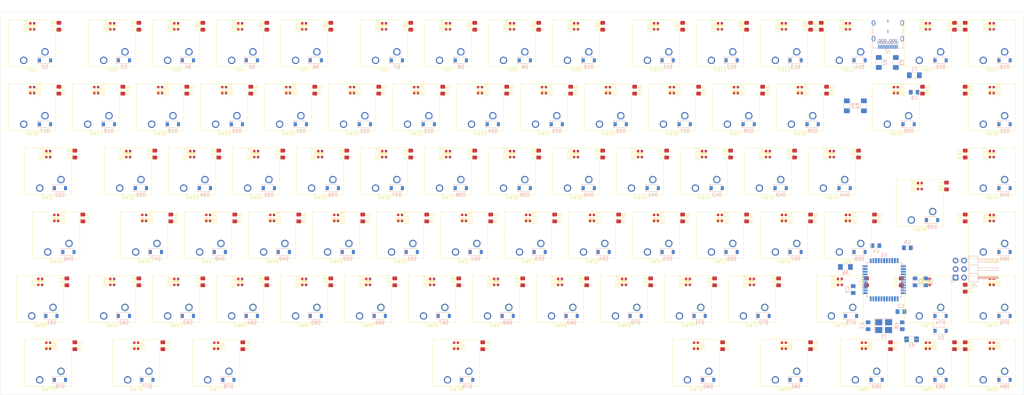
<source format=kicad_pcb>
(kicad_pcb (version 20171130) (host pcbnew 5.1.5+dfsg1-2build2)

  (general
    (thickness 1.6)
    (drawings 4)
    (tracks 0)
    (zones 0)
    (modules 353)
    (nets 215)
  )

  (page A3)
  (layers
    (0 F.Cu signal)
    (31 B.Cu signal)
    (32 B.Adhes user)
    (33 F.Adhes user)
    (34 B.Paste user)
    (35 F.Paste user)
    (36 B.SilkS user)
    (37 F.SilkS user)
    (38 B.Mask user)
    (39 F.Mask user)
    (40 Dwgs.User user)
    (41 Cmts.User user)
    (42 Eco1.User user)
    (43 Eco2.User user)
    (44 Edge.Cuts user)
    (45 Margin user)
    (46 B.CrtYd user)
    (47 F.CrtYd user)
    (48 B.Fab user)
    (49 F.Fab user)
  )

  (setup
    (last_trace_width 0.25)
    (trace_clearance 0.2)
    (zone_clearance 0.508)
    (zone_45_only no)
    (trace_min 0.2)
    (via_size 0.8)
    (via_drill 0.4)
    (via_min_size 0.6)
    (via_min_drill 0.3)
    (uvia_size 0.3)
    (uvia_drill 0.1)
    (uvias_allowed no)
    (uvia_min_size 0.2)
    (uvia_min_drill 0.1)
    (edge_width 0.05)
    (segment_width 0.2)
    (pcb_text_width 0.3)
    (pcb_text_size 1.5 1.5)
    (mod_edge_width 0.12)
    (mod_text_size 1 1)
    (mod_text_width 0.15)
    (pad_size 1.524 1.524)
    (pad_drill 0.762)
    (pad_to_mask_clearance 0.051)
    (solder_mask_min_width 0.25)
    (aux_axis_origin 0 0)
    (visible_elements FFFFF77F)
    (pcbplotparams
      (layerselection 0x010fc_ffffffff)
      (usegerberextensions false)
      (usegerberattributes false)
      (usegerberadvancedattributes false)
      (creategerberjobfile false)
      (excludeedgelayer true)
      (linewidth 0.100000)
      (plotframeref false)
      (viasonmask false)
      (mode 1)
      (useauxorigin false)
      (hpglpennumber 1)
      (hpglpenspeed 20)
      (hpglpendiameter 15.000000)
      (psnegative false)
      (psa4output false)
      (plotreference true)
      (plotvalue true)
      (plotinvisibletext false)
      (padsonsilk false)
      (subtractmaskfromsilk false)
      (outputformat 1)
      (mirror false)
      (drillshape 1)
      (scaleselection 1)
      (outputdirectory ""))
  )

  (net 0 "")
  (net 1 GND)
  (net 2 +5V)
  (net 3 "Net-(C7-Pad1)")
  (net 4 "Net-(C8-Pad2)")
  (net 5 "Net-(C9-Pad1)")
  (net 6 RST)
  (net 7 ROW0)
  (net 8 "Net-(D2-Pad2)")
  (net 9 "Net-(D3-Pad2)")
  (net 10 "Net-(D4-Pad2)")
  (net 11 "Net-(D5-Pad2)")
  (net 12 "Net-(D6-Pad2)")
  (net 13 "Net-(D7-Pad2)")
  (net 14 "Net-(D8-Pad2)")
  (net 15 "Net-(D9-Pad2)")
  (net 16 "Net-(D10-Pad2)")
  (net 17 "Net-(D11-Pad2)")
  (net 18 "Net-(D12-Pad2)")
  (net 19 "Net-(D13-Pad2)")
  (net 20 "Net-(D14-Pad2)")
  (net 21 "Net-(D15-Pad2)")
  (net 22 "Net-(D16-Pad2)")
  (net 23 ROW1)
  (net 24 "Net-(D17-Pad2)")
  (net 25 "Net-(D18-Pad2)")
  (net 26 "Net-(D19-Pad2)")
  (net 27 "Net-(D20-Pad2)")
  (net 28 "Net-(D21-Pad2)")
  (net 29 "Net-(D22-Pad2)")
  (net 30 "Net-(D23-Pad2)")
  (net 31 "Net-(D24-Pad2)")
  (net 32 "Net-(D25-Pad2)")
  (net 33 "Net-(D26-Pad2)")
  (net 34 "Net-(D27-Pad2)")
  (net 35 "Net-(D28-Pad2)")
  (net 36 "Net-(D29-Pad2)")
  (net 37 "Net-(D30-Pad2)")
  (net 38 "Net-(D31-Pad2)")
  (net 39 "Net-(D32-Pad2)")
  (net 40 ROW2)
  (net 41 "Net-(D33-Pad2)")
  (net 42 "Net-(D34-Pad2)")
  (net 43 "Net-(D35-Pad2)")
  (net 44 "Net-(D36-Pad2)")
  (net 45 "Net-(D37-Pad2)")
  (net 46 "Net-(D38-Pad2)")
  (net 47 "Net-(D39-Pad2)")
  (net 48 "Net-(D40-Pad2)")
  (net 49 "Net-(D41-Pad2)")
  (net 50 "Net-(D42-Pad2)")
  (net 51 "Net-(D43-Pad2)")
  (net 52 "Net-(D44-Pad2)")
  (net 53 "Net-(D45-Pad2)")
  (net 54 "Net-(D46-Pad2)")
  (net 55 ROW3)
  (net 56 "Net-(D47-Pad2)")
  (net 57 "Net-(D48-Pad2)")
  (net 58 "Net-(D49-Pad2)")
  (net 59 "Net-(D50-Pad2)")
  (net 60 "Net-(D51-Pad2)")
  (net 61 "Net-(D52-Pad2)")
  (net 62 "Net-(D53-Pad2)")
  (net 63 "Net-(D54-Pad2)")
  (net 64 "Net-(D55-Pad2)")
  (net 65 "Net-(D56-Pad2)")
  (net 66 "Net-(D57-Pad2)")
  (net 67 "Net-(D58-Pad2)")
  (net 68 "Net-(D59-Pad2)")
  (net 69 "Net-(D60-Pad2)")
  (net 70 ROW4)
  (net 71 "Net-(D61-Pad2)")
  (net 72 "Net-(D62-Pad2)")
  (net 73 "Net-(D63-Pad2)")
  (net 74 "Net-(D64-Pad2)")
  (net 75 "Net-(D65-Pad2)")
  (net 76 "Net-(D66-Pad2)")
  (net 77 "Net-(D67-Pad2)")
  (net 78 "Net-(D68-Pad2)")
  (net 79 "Net-(D69-Pad2)")
  (net 80 "Net-(D70-Pad2)")
  (net 81 "Net-(D71-Pad2)")
  (net 82 "Net-(D72-Pad2)")
  (net 83 "Net-(D73-Pad2)")
  (net 84 "Net-(D74-Pad2)")
  (net 85 "Net-(D75-Pad2)")
  (net 86 ROW5)
  (net 87 "Net-(D76-Pad2)")
  (net 88 "Net-(D77-Pad2)")
  (net 89 "Net-(D78-Pad2)")
  (net 90 "Net-(D79-Pad2)")
  (net 91 "Net-(D80-Pad2)")
  (net 92 "Net-(D81-Pad2)")
  (net 93 "Net-(D82-Pad2)")
  (net 94 "Net-(D83-Pad2)")
  (net 95 "Net-(D84-Pad2)")
  (net 96 "Net-(D85-Pad2)")
  (net 97 DIN)
  (net 98 "Net-(D86-Pad2)")
  (net 99 "Net-(D87-Pad2)")
  (net 100 "Net-(D88-Pad2)")
  (net 101 "Net-(D89-Pad2)")
  (net 102 "Net-(D90-Pad2)")
  (net 103 "Net-(D91-Pad2)")
  (net 104 "Net-(D92-Pad2)")
  (net 105 "Net-(D93-Pad2)")
  (net 106 "Net-(D94-Pad2)")
  (net 107 "Net-(D95-Pad2)")
  (net 108 "Net-(D96-Pad2)")
  (net 109 "Net-(D97-Pad2)")
  (net 110 "Net-(D98-Pad2)")
  (net 111 "Net-(D100-Pad4)")
  (net 112 "Net-(D100-Pad2)")
  (net 113 "Net-(D101-Pad2)")
  (net 114 "Net-(D102-Pad2)")
  (net 115 "Net-(D103-Pad2)")
  (net 116 "Net-(D104-Pad2)")
  (net 117 "Net-(D105-Pad2)")
  (net 118 "Net-(D106-Pad2)")
  (net 119 "Net-(D107-Pad2)")
  (net 120 "Net-(D108-Pad2)")
  (net 121 "Net-(D109-Pad2)")
  (net 122 "Net-(D110-Pad2)")
  (net 123 "Net-(D111-Pad2)")
  (net 124 "Net-(D112-Pad2)")
  (net 125 "Net-(D113-Pad2)")
  (net 126 "Net-(D114-Pad2)")
  (net 127 "Net-(D115-Pad2)")
  (net 128 "Net-(D116-Pad2)")
  (net 129 "Net-(D117-Pad2)")
  (net 130 "Net-(D118-Pad2)")
  (net 131 "Net-(D119-Pad2)")
  (net 132 "Net-(D120-Pad2)")
  (net 133 "Net-(D121-Pad2)")
  (net 134 "Net-(D122-Pad2)")
  (net 135 "Net-(D123-Pad2)")
  (net 136 "Net-(D124-Pad2)")
  (net 137 "Net-(D125-Pad2)")
  (net 138 "Net-(D126-Pad2)")
  (net 139 "Net-(D127-Pad2)")
  (net 140 "Net-(D128-Pad2)")
  (net 141 "Net-(D129-Pad2)")
  (net 142 "Net-(D130-Pad2)")
  (net 143 "Net-(D131-Pad2)")
  (net 144 "Net-(D132-Pad2)")
  (net 145 "Net-(D133-Pad2)")
  (net 146 "Net-(D134-Pad2)")
  (net 147 "Net-(D135-Pad2)")
  (net 148 "Net-(D136-Pad2)")
  (net 149 "Net-(D137-Pad2)")
  (net 150 "Net-(D138-Pad2)")
  (net 151 "Net-(D139-Pad2)")
  (net 152 "Net-(D140-Pad2)")
  (net 153 "Net-(D141-Pad2)")
  (net 154 "Net-(D142-Pad2)")
  (net 155 "Net-(D143-Pad2)")
  (net 156 "Net-(D144-Pad2)")
  (net 157 "Net-(D145-Pad2)")
  (net 158 "Net-(D146-Pad2)")
  (net 159 "Net-(D147-Pad2)")
  (net 160 "Net-(D148-Pad2)")
  (net 161 "Net-(D149-Pad2)")
  (net 162 "Net-(D150-Pad2)")
  (net 163 "Net-(D151-Pad2)")
  (net 164 "Net-(D152-Pad2)")
  (net 165 "Net-(D153-Pad2)")
  (net 166 "Net-(D154-Pad2)")
  (net 167 "Net-(D155-Pad2)")
  (net 168 "Net-(D156-Pad2)")
  (net 169 "Net-(D157-Pad2)")
  (net 170 "Net-(D158-Pad2)")
  (net 171 "Net-(D159-Pad2)")
  (net 172 "Net-(D160-Pad2)")
  (net 173 "Net-(D161-Pad2)")
  (net 174 "Net-(D162-Pad2)")
  (net 175 "Net-(D163-Pad2)")
  (net 176 "Net-(D164-Pad2)")
  (net 177 "Net-(D165-Pad2)")
  (net 178 "Net-(D166-Pad2)")
  (net 179 "Net-(D167-Pad2)")
  (net 180 "Net-(F1-Pad2)")
  (net 181 COL02)
  (net 182 COL00)
  (net 183 COL01)
  (net 184 "Net-(J2-PadA11)")
  (net 185 "Net-(J2-PadA10)")
  (net 186 "Net-(J2-PadA8)")
  (net 187 D-)
  (net 188 D+)
  (net 189 "Net-(J2-PadA5)")
  (net 190 "Net-(J2-PadA3)")
  (net 191 "Net-(J2-PadA2)")
  (net 192 "Net-(J2-PadB10)")
  (net 193 "Net-(J2-PadB3)")
  (net 194 "Net-(J2-PadB8)")
  (net 195 "Net-(J2-PadB5)")
  (net 196 "Net-(J2-PadB2)")
  (net 197 "Net-(J2-PadB11)")
  (net 198 "Net-(R6-Pad2)")
  (net 199 COL03)
  (net 200 COL04)
  (net 201 COL06)
  (net 202 COL07)
  (net 203 COL08)
  (net 204 COL09)
  (net 205 COL10)
  (net 206 COL11)
  (net 207 COL12)
  (net 208 COL13)
  (net 209 COL14)
  (net 210 COL15)
  (net 211 COL05)
  (net 212 "Net-(U1-Pad1)")
  (net 213 "Net-(U1-Pad8)")
  (net 214 "Net-(U1-Pad42)")

  (net_class Default "Dies ist die voreingestellte Netzklasse."
    (clearance 0.2)
    (trace_width 0.25)
    (via_dia 0.8)
    (via_drill 0.4)
    (uvia_dia 0.3)
    (uvia_drill 0.1)
    (add_net +5V)
    (add_net COL00)
    (add_net COL01)
    (add_net COL02)
    (add_net COL03)
    (add_net COL04)
    (add_net COL05)
    (add_net COL06)
    (add_net COL07)
    (add_net COL08)
    (add_net COL09)
    (add_net COL10)
    (add_net COL11)
    (add_net COL12)
    (add_net COL13)
    (add_net COL14)
    (add_net COL15)
    (add_net D+)
    (add_net D-)
    (add_net DIN)
    (add_net GND)
    (add_net "Net-(C7-Pad1)")
    (add_net "Net-(C8-Pad2)")
    (add_net "Net-(C9-Pad1)")
    (add_net "Net-(D10-Pad2)")
    (add_net "Net-(D100-Pad2)")
    (add_net "Net-(D100-Pad4)")
    (add_net "Net-(D101-Pad2)")
    (add_net "Net-(D102-Pad2)")
    (add_net "Net-(D103-Pad2)")
    (add_net "Net-(D104-Pad2)")
    (add_net "Net-(D105-Pad2)")
    (add_net "Net-(D106-Pad2)")
    (add_net "Net-(D107-Pad2)")
    (add_net "Net-(D108-Pad2)")
    (add_net "Net-(D109-Pad2)")
    (add_net "Net-(D11-Pad2)")
    (add_net "Net-(D110-Pad2)")
    (add_net "Net-(D111-Pad2)")
    (add_net "Net-(D112-Pad2)")
    (add_net "Net-(D113-Pad2)")
    (add_net "Net-(D114-Pad2)")
    (add_net "Net-(D115-Pad2)")
    (add_net "Net-(D116-Pad2)")
    (add_net "Net-(D117-Pad2)")
    (add_net "Net-(D118-Pad2)")
    (add_net "Net-(D119-Pad2)")
    (add_net "Net-(D12-Pad2)")
    (add_net "Net-(D120-Pad2)")
    (add_net "Net-(D121-Pad2)")
    (add_net "Net-(D122-Pad2)")
    (add_net "Net-(D123-Pad2)")
    (add_net "Net-(D124-Pad2)")
    (add_net "Net-(D125-Pad2)")
    (add_net "Net-(D126-Pad2)")
    (add_net "Net-(D127-Pad2)")
    (add_net "Net-(D128-Pad2)")
    (add_net "Net-(D129-Pad2)")
    (add_net "Net-(D13-Pad2)")
    (add_net "Net-(D130-Pad2)")
    (add_net "Net-(D131-Pad2)")
    (add_net "Net-(D132-Pad2)")
    (add_net "Net-(D133-Pad2)")
    (add_net "Net-(D134-Pad2)")
    (add_net "Net-(D135-Pad2)")
    (add_net "Net-(D136-Pad2)")
    (add_net "Net-(D137-Pad2)")
    (add_net "Net-(D138-Pad2)")
    (add_net "Net-(D139-Pad2)")
    (add_net "Net-(D14-Pad2)")
    (add_net "Net-(D140-Pad2)")
    (add_net "Net-(D141-Pad2)")
    (add_net "Net-(D142-Pad2)")
    (add_net "Net-(D143-Pad2)")
    (add_net "Net-(D144-Pad2)")
    (add_net "Net-(D145-Pad2)")
    (add_net "Net-(D146-Pad2)")
    (add_net "Net-(D147-Pad2)")
    (add_net "Net-(D148-Pad2)")
    (add_net "Net-(D149-Pad2)")
    (add_net "Net-(D15-Pad2)")
    (add_net "Net-(D150-Pad2)")
    (add_net "Net-(D151-Pad2)")
    (add_net "Net-(D152-Pad2)")
    (add_net "Net-(D153-Pad2)")
    (add_net "Net-(D154-Pad2)")
    (add_net "Net-(D155-Pad2)")
    (add_net "Net-(D156-Pad2)")
    (add_net "Net-(D157-Pad2)")
    (add_net "Net-(D158-Pad2)")
    (add_net "Net-(D159-Pad2)")
    (add_net "Net-(D16-Pad2)")
    (add_net "Net-(D160-Pad2)")
    (add_net "Net-(D161-Pad2)")
    (add_net "Net-(D162-Pad2)")
    (add_net "Net-(D163-Pad2)")
    (add_net "Net-(D164-Pad2)")
    (add_net "Net-(D165-Pad2)")
    (add_net "Net-(D166-Pad2)")
    (add_net "Net-(D167-Pad2)")
    (add_net "Net-(D17-Pad2)")
    (add_net "Net-(D18-Pad2)")
    (add_net "Net-(D19-Pad2)")
    (add_net "Net-(D2-Pad2)")
    (add_net "Net-(D20-Pad2)")
    (add_net "Net-(D21-Pad2)")
    (add_net "Net-(D22-Pad2)")
    (add_net "Net-(D23-Pad2)")
    (add_net "Net-(D24-Pad2)")
    (add_net "Net-(D25-Pad2)")
    (add_net "Net-(D26-Pad2)")
    (add_net "Net-(D27-Pad2)")
    (add_net "Net-(D28-Pad2)")
    (add_net "Net-(D29-Pad2)")
    (add_net "Net-(D3-Pad2)")
    (add_net "Net-(D30-Pad2)")
    (add_net "Net-(D31-Pad2)")
    (add_net "Net-(D32-Pad2)")
    (add_net "Net-(D33-Pad2)")
    (add_net "Net-(D34-Pad2)")
    (add_net "Net-(D35-Pad2)")
    (add_net "Net-(D36-Pad2)")
    (add_net "Net-(D37-Pad2)")
    (add_net "Net-(D38-Pad2)")
    (add_net "Net-(D39-Pad2)")
    (add_net "Net-(D4-Pad2)")
    (add_net "Net-(D40-Pad2)")
    (add_net "Net-(D41-Pad2)")
    (add_net "Net-(D42-Pad2)")
    (add_net "Net-(D43-Pad2)")
    (add_net "Net-(D44-Pad2)")
    (add_net "Net-(D45-Pad2)")
    (add_net "Net-(D46-Pad2)")
    (add_net "Net-(D47-Pad2)")
    (add_net "Net-(D48-Pad2)")
    (add_net "Net-(D49-Pad2)")
    (add_net "Net-(D5-Pad2)")
    (add_net "Net-(D50-Pad2)")
    (add_net "Net-(D51-Pad2)")
    (add_net "Net-(D52-Pad2)")
    (add_net "Net-(D53-Pad2)")
    (add_net "Net-(D54-Pad2)")
    (add_net "Net-(D55-Pad2)")
    (add_net "Net-(D56-Pad2)")
    (add_net "Net-(D57-Pad2)")
    (add_net "Net-(D58-Pad2)")
    (add_net "Net-(D59-Pad2)")
    (add_net "Net-(D6-Pad2)")
    (add_net "Net-(D60-Pad2)")
    (add_net "Net-(D61-Pad2)")
    (add_net "Net-(D62-Pad2)")
    (add_net "Net-(D63-Pad2)")
    (add_net "Net-(D64-Pad2)")
    (add_net "Net-(D65-Pad2)")
    (add_net "Net-(D66-Pad2)")
    (add_net "Net-(D67-Pad2)")
    (add_net "Net-(D68-Pad2)")
    (add_net "Net-(D69-Pad2)")
    (add_net "Net-(D7-Pad2)")
    (add_net "Net-(D70-Pad2)")
    (add_net "Net-(D71-Pad2)")
    (add_net "Net-(D72-Pad2)")
    (add_net "Net-(D73-Pad2)")
    (add_net "Net-(D74-Pad2)")
    (add_net "Net-(D75-Pad2)")
    (add_net "Net-(D76-Pad2)")
    (add_net "Net-(D77-Pad2)")
    (add_net "Net-(D78-Pad2)")
    (add_net "Net-(D79-Pad2)")
    (add_net "Net-(D8-Pad2)")
    (add_net "Net-(D80-Pad2)")
    (add_net "Net-(D81-Pad2)")
    (add_net "Net-(D82-Pad2)")
    (add_net "Net-(D83-Pad2)")
    (add_net "Net-(D84-Pad2)")
    (add_net "Net-(D85-Pad2)")
    (add_net "Net-(D86-Pad2)")
    (add_net "Net-(D87-Pad2)")
    (add_net "Net-(D88-Pad2)")
    (add_net "Net-(D89-Pad2)")
    (add_net "Net-(D9-Pad2)")
    (add_net "Net-(D90-Pad2)")
    (add_net "Net-(D91-Pad2)")
    (add_net "Net-(D92-Pad2)")
    (add_net "Net-(D93-Pad2)")
    (add_net "Net-(D94-Pad2)")
    (add_net "Net-(D95-Pad2)")
    (add_net "Net-(D96-Pad2)")
    (add_net "Net-(D97-Pad2)")
    (add_net "Net-(D98-Pad2)")
    (add_net "Net-(F1-Pad2)")
    (add_net "Net-(J2-PadA10)")
    (add_net "Net-(J2-PadA11)")
    (add_net "Net-(J2-PadA2)")
    (add_net "Net-(J2-PadA3)")
    (add_net "Net-(J2-PadA5)")
    (add_net "Net-(J2-PadA8)")
    (add_net "Net-(J2-PadB10)")
    (add_net "Net-(J2-PadB11)")
    (add_net "Net-(J2-PadB2)")
    (add_net "Net-(J2-PadB3)")
    (add_net "Net-(J2-PadB5)")
    (add_net "Net-(J2-PadB8)")
    (add_net "Net-(R6-Pad2)")
    (add_net "Net-(U1-Pad1)")
    (add_net "Net-(U1-Pad42)")
    (add_net "Net-(U1-Pad8)")
    (add_net ROW0)
    (add_net ROW1)
    (add_net ROW2)
    (add_net ROW3)
    (add_net ROW4)
    (add_net ROW5)
    (add_net RST)
  )

  (module kezboard-pcb:LED_WS2812_2020 (layer F.Cu) (tedit 5F1C4B34) (tstamp 5F1B709E)
    (at 314.325 118.745 90)
    (descr https://www.peace-corp.co.jp/data/WS2812-2020_V1.0_EN.pdf)
    (path /5F949B9C/5F9E7A8D)
    (fp_text reference D85 (at 0 -2 90) (layer F.SilkS)
      (effects (font (size 1 1) (thickness 0.15)))
    )
    (fp_text value WS2812B (at 0 2 90) (layer F.Fab)
      (effects (font (size 1 1) (thickness 0.15)))
    )
    (fp_poly (pts (xy 0.45 0.9) (xy 0.05 0.9) (xy 0.05 -0.9) (xy 0.45 -0.9)) (layer F.SilkS) (width 0.1))
    (fp_line (start 1.1 1.11) (end -1.1 1.11) (layer F.SilkS) (width 0.12))
    (fp_line (start -1.1 -1.11) (end 1.1 -1.11) (layer F.SilkS) (width 0.12))
    (fp_text user %R (at 0 0 90) (layer F.Fab)
      (effects (font (size 0.5 0.5) (thickness 0.1)))
    )
    (fp_line (start -1.1 1) (end -1.1 -1) (layer F.Fab) (width 0.1))
    (fp_line (start 1.1 1) (end -1.1 1) (layer F.Fab) (width 0.1))
    (fp_line (start 1.1 -1) (end 1.1 1) (layer F.Fab) (width 0.1))
    (fp_line (start -1.1 -1) (end 1.1 -1) (layer F.Fab) (width 0.1))
    (pad 1 smd rect (at -0.9015 0.55 90) (size 0.7 0.7) (layers F.Cu F.Paste F.Mask)
      (net 2 +5V))
    (pad 4 smd rect (at -0.9015 -0.55 90) (size 0.7 0.7) (layers F.Cu F.Paste F.Mask)
      (net 97 DIN))
    (pad 3 smd rect (at 0.9015 -0.55 90) (size 0.7 0.7) (layers F.Cu F.Paste F.Mask)
      (net 1 GND))
    (pad 2 smd rect (at 0.9015 0.55 90) (size 0.7 0.7) (layers F.Cu F.Paste F.Mask)
      (net 96 "Net-(D85-Pad2)"))
  )

  (module kezboard-pcb:LED_WS2812_2020 (layer F.Cu) (tedit 5F1C4B34) (tstamp 5F15F975)
    (at 333.375 99.695 90)
    (descr https://www.peace-corp.co.jp/data/WS2812-2020_V1.0_EN.pdf)
    (path /5F949B9C/5FD3F1F5)
    (fp_text reference D86 (at 0 -2 90) (layer F.SilkS)
      (effects (font (size 1 1) (thickness 0.15)))
    )
    (fp_text value WS2812B (at 0 2 90) (layer F.Fab)
      (effects (font (size 1 1) (thickness 0.15)))
    )
    (fp_poly (pts (xy 0.45 0.9) (xy 0.05 0.9) (xy 0.05 -0.9) (xy 0.45 -0.9)) (layer F.SilkS) (width 0.1))
    (fp_line (start 1.1 1.11) (end -1.1 1.11) (layer F.SilkS) (width 0.12))
    (fp_line (start -1.1 -1.11) (end 1.1 -1.11) (layer F.SilkS) (width 0.12))
    (fp_text user %R (at 0 0 90) (layer F.Fab)
      (effects (font (size 0.5 0.5) (thickness 0.1)))
    )
    (fp_line (start -1.1 1) (end -1.1 -1) (layer F.Fab) (width 0.1))
    (fp_line (start 1.1 1) (end -1.1 1) (layer F.Fab) (width 0.1))
    (fp_line (start 1.1 -1) (end 1.1 1) (layer F.Fab) (width 0.1))
    (fp_line (start -1.1 -1) (end 1.1 -1) (layer F.Fab) (width 0.1))
    (pad 1 smd rect (at -0.9015 0.55 90) (size 0.7 0.7) (layers F.Cu F.Paste F.Mask)
      (net 2 +5V))
    (pad 4 smd rect (at -0.9015 -0.55 90) (size 0.7 0.7) (layers F.Cu F.Paste F.Mask)
      (net 96 "Net-(D85-Pad2)"))
    (pad 3 smd rect (at 0.9015 -0.55 90) (size 0.7 0.7) (layers F.Cu F.Paste F.Mask)
      (net 1 GND))
    (pad 2 smd rect (at 0.9015 0.55 90) (size 0.7 0.7) (layers F.Cu F.Paste F.Mask)
      (net 98 "Net-(D86-Pad2)"))
  )

  (module kezboard-pcb:LED_WS2812_2020 (layer F.Cu) (tedit 5F1C4B34) (tstamp 5F1B738A)
    (at 333.375 118.745 270)
    (descr https://www.peace-corp.co.jp/data/WS2812-2020_V1.0_EN.pdf)
    (path /5F949B9C/5FD40FA8)
    (fp_text reference D87 (at 0 -2 90) (layer F.SilkS)
      (effects (font (size 1 1) (thickness 0.15)))
    )
    (fp_text value WS2812B (at 0 2 90) (layer F.Fab)
      (effects (font (size 1 1) (thickness 0.15)))
    )
    (fp_poly (pts (xy 0.45 0.9) (xy 0.05 0.9) (xy 0.05 -0.9) (xy 0.45 -0.9)) (layer F.SilkS) (width 0.1))
    (fp_line (start 1.1 1.11) (end -1.1 1.11) (layer F.SilkS) (width 0.12))
    (fp_line (start -1.1 -1.11) (end 1.1 -1.11) (layer F.SilkS) (width 0.12))
    (fp_text user %R (at 0 0 90) (layer F.Fab)
      (effects (font (size 0.5 0.5) (thickness 0.1)))
    )
    (fp_line (start -1.1 1) (end -1.1 -1) (layer F.Fab) (width 0.1))
    (fp_line (start 1.1 1) (end -1.1 1) (layer F.Fab) (width 0.1))
    (fp_line (start 1.1 -1) (end 1.1 1) (layer F.Fab) (width 0.1))
    (fp_line (start -1.1 -1) (end 1.1 -1) (layer F.Fab) (width 0.1))
    (pad 1 smd rect (at -0.9015 0.55 270) (size 0.7 0.7) (layers F.Cu F.Paste F.Mask)
      (net 2 +5V))
    (pad 4 smd rect (at -0.9015 -0.55 270) (size 0.7 0.7) (layers F.Cu F.Paste F.Mask)
      (net 98 "Net-(D86-Pad2)"))
    (pad 3 smd rect (at 0.9015 -0.55 270) (size 0.7 0.7) (layers F.Cu F.Paste F.Mask)
      (net 1 GND))
    (pad 2 smd rect (at 0.9015 0.55 270) (size 0.7 0.7) (layers F.Cu F.Paste F.Mask)
      (net 99 "Net-(D87-Pad2)"))
  )

  (module kezboard-pcb:LED_WS2812_2020 (layer F.Cu) (tedit 5F1C4B34) (tstamp 5F15F993)
    (at 333.375 137.795 270)
    (descr https://www.peace-corp.co.jp/data/WS2812-2020_V1.0_EN.pdf)
    (path /5F949B9C/5FD423CF)
    (fp_text reference D88 (at 0 -2 90) (layer F.SilkS)
      (effects (font (size 1 1) (thickness 0.15)))
    )
    (fp_text value WS2812B (at 0 2 90) (layer F.Fab)
      (effects (font (size 1 1) (thickness 0.15)))
    )
    (fp_poly (pts (xy 0.45 0.9) (xy 0.05 0.9) (xy 0.05 -0.9) (xy 0.45 -0.9)) (layer F.SilkS) (width 0.1))
    (fp_line (start 1.1 1.11) (end -1.1 1.11) (layer F.SilkS) (width 0.12))
    (fp_line (start -1.1 -1.11) (end 1.1 -1.11) (layer F.SilkS) (width 0.12))
    (fp_text user %R (at 0 0 90) (layer F.Fab)
      (effects (font (size 0.5 0.5) (thickness 0.1)))
    )
    (fp_line (start -1.1 1) (end -1.1 -1) (layer F.Fab) (width 0.1))
    (fp_line (start 1.1 1) (end -1.1 1) (layer F.Fab) (width 0.1))
    (fp_line (start 1.1 -1) (end 1.1 1) (layer F.Fab) (width 0.1))
    (fp_line (start -1.1 -1) (end 1.1 -1) (layer F.Fab) (width 0.1))
    (pad 1 smd rect (at -0.9015 0.55 270) (size 0.7 0.7) (layers F.Cu F.Paste F.Mask)
      (net 2 +5V))
    (pad 4 smd rect (at -0.9015 -0.55 270) (size 0.7 0.7) (layers F.Cu F.Paste F.Mask)
      (net 99 "Net-(D87-Pad2)"))
    (pad 3 smd rect (at 0.9015 -0.55 270) (size 0.7 0.7) (layers F.Cu F.Paste F.Mask)
      (net 1 GND))
    (pad 2 smd rect (at 0.9015 0.55 270) (size 0.7 0.7) (layers F.Cu F.Paste F.Mask)
      (net 100 "Net-(D88-Pad2)"))
  )

  (module kezboard-pcb:LED_WS2812_2020 (layer F.Cu) (tedit 5F1C4B34) (tstamp 5F15F9A2)
    (at 314.325 137.795 270)
    (descr https://www.peace-corp.co.jp/data/WS2812-2020_V1.0_EN.pdf)
    (path /5F949B9C/5FD43994)
    (fp_text reference D89 (at 0 -2 90) (layer F.SilkS)
      (effects (font (size 1 1) (thickness 0.15)))
    )
    (fp_text value WS2812B (at 0 2 90) (layer F.Fab)
      (effects (font (size 1 1) (thickness 0.15)))
    )
    (fp_poly (pts (xy 0.45 0.9) (xy 0.05 0.9) (xy 0.05 -0.9) (xy 0.45 -0.9)) (layer F.SilkS) (width 0.1))
    (fp_line (start 1.1 1.11) (end -1.1 1.11) (layer F.SilkS) (width 0.12))
    (fp_line (start -1.1 -1.11) (end 1.1 -1.11) (layer F.SilkS) (width 0.12))
    (fp_text user %R (at 0 0 90) (layer F.Fab)
      (effects (font (size 0.5 0.5) (thickness 0.1)))
    )
    (fp_line (start -1.1 1) (end -1.1 -1) (layer F.Fab) (width 0.1))
    (fp_line (start 1.1 1) (end -1.1 1) (layer F.Fab) (width 0.1))
    (fp_line (start 1.1 -1) (end 1.1 1) (layer F.Fab) (width 0.1))
    (fp_line (start -1.1 -1) (end 1.1 -1) (layer F.Fab) (width 0.1))
    (pad 1 smd rect (at -0.9015 0.55 270) (size 0.7 0.7) (layers F.Cu F.Paste F.Mask)
      (net 2 +5V))
    (pad 4 smd rect (at -0.9015 -0.55 270) (size 0.7 0.7) (layers F.Cu F.Paste F.Mask)
      (net 100 "Net-(D88-Pad2)"))
    (pad 3 smd rect (at 0.9015 -0.55 270) (size 0.7 0.7) (layers F.Cu F.Paste F.Mask)
      (net 1 GND))
    (pad 2 smd rect (at 0.9015 0.55 270) (size 0.7 0.7) (layers F.Cu F.Paste F.Mask)
      (net 101 "Net-(D89-Pad2)"))
  )

  (module kezboard-pcb:LED_WS2812_2020 (layer F.Cu) (tedit 5F1C4B34) (tstamp 5F15F9B1)
    (at 295.275 137.795 270)
    (descr https://www.peace-corp.co.jp/data/WS2812-2020_V1.0_EN.pdf)
    (path /5F949B9C/5F62CAD6)
    (fp_text reference D90 (at 0 -2 90) (layer F.SilkS)
      (effects (font (size 1 1) (thickness 0.15)))
    )
    (fp_text value WS2812B (at 0 2 90) (layer F.Fab)
      (effects (font (size 1 1) (thickness 0.15)))
    )
    (fp_poly (pts (xy 0.45 0.9) (xy 0.05 0.9) (xy 0.05 -0.9) (xy 0.45 -0.9)) (layer F.SilkS) (width 0.1))
    (fp_line (start 1.1 1.11) (end -1.1 1.11) (layer F.SilkS) (width 0.12))
    (fp_line (start -1.1 -1.11) (end 1.1 -1.11) (layer F.SilkS) (width 0.12))
    (fp_text user %R (at 0 0 90) (layer F.Fab)
      (effects (font (size 0.5 0.5) (thickness 0.1)))
    )
    (fp_line (start -1.1 1) (end -1.1 -1) (layer F.Fab) (width 0.1))
    (fp_line (start 1.1 1) (end -1.1 1) (layer F.Fab) (width 0.1))
    (fp_line (start 1.1 -1) (end 1.1 1) (layer F.Fab) (width 0.1))
    (fp_line (start -1.1 -1) (end 1.1 -1) (layer F.Fab) (width 0.1))
    (pad 1 smd rect (at -0.9015 0.55 270) (size 0.7 0.7) (layers F.Cu F.Paste F.Mask)
      (net 2 +5V))
    (pad 4 smd rect (at -0.9015 -0.55 270) (size 0.7 0.7) (layers F.Cu F.Paste F.Mask)
      (net 101 "Net-(D89-Pad2)"))
    (pad 3 smd rect (at 0.9015 -0.55 270) (size 0.7 0.7) (layers F.Cu F.Paste F.Mask)
      (net 1 GND))
    (pad 2 smd rect (at 0.9015 0.55 270) (size 0.7 0.7) (layers F.Cu F.Paste F.Mask)
      (net 102 "Net-(D90-Pad2)"))
  )

  (module kezboard-pcb:LED_WS2812_2020 (layer F.Cu) (tedit 5F1C4B34) (tstamp 5F15F9C0)
    (at 271.4625 137.795 270)
    (descr https://www.peace-corp.co.jp/data/WS2812-2020_V1.0_EN.pdf)
    (path /5F949B9C/5F62CAF9)
    (fp_text reference D91 (at 0 -2 90) (layer F.SilkS)
      (effects (font (size 1 1) (thickness 0.15)))
    )
    (fp_text value WS2812B (at 0 2 90) (layer F.Fab)
      (effects (font (size 1 1) (thickness 0.15)))
    )
    (fp_poly (pts (xy 0.45 0.9) (xy 0.05 0.9) (xy 0.05 -0.9) (xy 0.45 -0.9)) (layer F.SilkS) (width 0.1))
    (fp_line (start 1.1 1.11) (end -1.1 1.11) (layer F.SilkS) (width 0.12))
    (fp_line (start -1.1 -1.11) (end 1.1 -1.11) (layer F.SilkS) (width 0.12))
    (fp_text user %R (at 0 0 90) (layer F.Fab)
      (effects (font (size 0.5 0.5) (thickness 0.1)))
    )
    (fp_line (start -1.1 1) (end -1.1 -1) (layer F.Fab) (width 0.1))
    (fp_line (start 1.1 1) (end -1.1 1) (layer F.Fab) (width 0.1))
    (fp_line (start 1.1 -1) (end 1.1 1) (layer F.Fab) (width 0.1))
    (fp_line (start -1.1 -1) (end 1.1 -1) (layer F.Fab) (width 0.1))
    (pad 1 smd rect (at -0.9015 0.55 270) (size 0.7 0.7) (layers F.Cu F.Paste F.Mask)
      (net 2 +5V))
    (pad 4 smd rect (at -0.9015 -0.55 270) (size 0.7 0.7) (layers F.Cu F.Paste F.Mask)
      (net 102 "Net-(D90-Pad2)"))
    (pad 3 smd rect (at 0.9015 -0.55 270) (size 0.7 0.7) (layers F.Cu F.Paste F.Mask)
      (net 1 GND))
    (pad 2 smd rect (at 0.9015 0.55 270) (size 0.7 0.7) (layers F.Cu F.Paste F.Mask)
      (net 103 "Net-(D91-Pad2)"))
  )

  (module kezboard-pcb:LED_WS2812_2020 (layer F.Cu) (tedit 5F1C4B34) (tstamp 5F15F9CF)
    (at 245.26875 137.795 270)
    (descr https://www.peace-corp.co.jp/data/WS2812-2020_V1.0_EN.pdf)
    (path /5F949B9C/5F62CB1C)
    (fp_text reference D92 (at 0 -2 90) (layer F.SilkS)
      (effects (font (size 1 1) (thickness 0.15)))
    )
    (fp_text value WS2812B (at 0 2 90) (layer F.Fab)
      (effects (font (size 1 1) (thickness 0.15)))
    )
    (fp_poly (pts (xy 0.45 0.9) (xy 0.05 0.9) (xy 0.05 -0.9) (xy 0.45 -0.9)) (layer F.SilkS) (width 0.1))
    (fp_line (start 1.1 1.11) (end -1.1 1.11) (layer F.SilkS) (width 0.12))
    (fp_line (start -1.1 -1.11) (end 1.1 -1.11) (layer F.SilkS) (width 0.12))
    (fp_text user %R (at 0 0 90) (layer F.Fab)
      (effects (font (size 0.5 0.5) (thickness 0.1)))
    )
    (fp_line (start -1.1 1) (end -1.1 -1) (layer F.Fab) (width 0.1))
    (fp_line (start 1.1 1) (end -1.1 1) (layer F.Fab) (width 0.1))
    (fp_line (start 1.1 -1) (end 1.1 1) (layer F.Fab) (width 0.1))
    (fp_line (start -1.1 -1) (end 1.1 -1) (layer F.Fab) (width 0.1))
    (pad 1 smd rect (at -0.9015 0.55 270) (size 0.7 0.7) (layers F.Cu F.Paste F.Mask)
      (net 2 +5V))
    (pad 4 smd rect (at -0.9015 -0.55 270) (size 0.7 0.7) (layers F.Cu F.Paste F.Mask)
      (net 103 "Net-(D91-Pad2)"))
    (pad 3 smd rect (at 0.9015 -0.55 270) (size 0.7 0.7) (layers F.Cu F.Paste F.Mask)
      (net 1 GND))
    (pad 2 smd rect (at 0.9015 0.55 270) (size 0.7 0.7) (layers F.Cu F.Paste F.Mask)
      (net 104 "Net-(D92-Pad2)"))
  )

  (module kezboard-pcb:LED_WS2812_2020 (layer F.Cu) (tedit 5F1C4B34) (tstamp 5F15F9DE)
    (at 173.83125 137.795 270)
    (descr https://www.peace-corp.co.jp/data/WS2812-2020_V1.0_EN.pdf)
    (path /5F949B9C/5F62CB3F)
    (fp_text reference D93 (at 0 -2 90) (layer F.SilkS)
      (effects (font (size 1 1) (thickness 0.15)))
    )
    (fp_text value WS2812B (at 0 2 90) (layer F.Fab)
      (effects (font (size 1 1) (thickness 0.15)))
    )
    (fp_poly (pts (xy 0.45 0.9) (xy 0.05 0.9) (xy 0.05 -0.9) (xy 0.45 -0.9)) (layer F.SilkS) (width 0.1))
    (fp_line (start 1.1 1.11) (end -1.1 1.11) (layer F.SilkS) (width 0.12))
    (fp_line (start -1.1 -1.11) (end 1.1 -1.11) (layer F.SilkS) (width 0.12))
    (fp_text user %R (at 0 0 90) (layer F.Fab)
      (effects (font (size 0.5 0.5) (thickness 0.1)))
    )
    (fp_line (start -1.1 1) (end -1.1 -1) (layer F.Fab) (width 0.1))
    (fp_line (start 1.1 1) (end -1.1 1) (layer F.Fab) (width 0.1))
    (fp_line (start 1.1 -1) (end 1.1 1) (layer F.Fab) (width 0.1))
    (fp_line (start -1.1 -1) (end 1.1 -1) (layer F.Fab) (width 0.1))
    (pad 1 smd rect (at -0.9015 0.55 270) (size 0.7 0.7) (layers F.Cu F.Paste F.Mask)
      (net 2 +5V))
    (pad 4 smd rect (at -0.9015 -0.55 270) (size 0.7 0.7) (layers F.Cu F.Paste F.Mask)
      (net 104 "Net-(D92-Pad2)"))
    (pad 3 smd rect (at 0.9015 -0.55 270) (size 0.7 0.7) (layers F.Cu F.Paste F.Mask)
      (net 1 GND))
    (pad 2 smd rect (at 0.9015 0.55 270) (size 0.7 0.7) (layers F.Cu F.Paste F.Mask)
      (net 105 "Net-(D93-Pad2)"))
  )

  (module kezboard-pcb:LED_WS2812_2020 (layer F.Cu) (tedit 5F1C4B34) (tstamp 5F15F9ED)
    (at 102.39375 137.795 270)
    (descr https://www.peace-corp.co.jp/data/WS2812-2020_V1.0_EN.pdf)
    (path /5F949B9C/5F62CB61)
    (fp_text reference D94 (at 0 -2 90) (layer F.SilkS)
      (effects (font (size 1 1) (thickness 0.15)))
    )
    (fp_text value WS2812B (at 0 2 90) (layer F.Fab)
      (effects (font (size 1 1) (thickness 0.15)))
    )
    (fp_poly (pts (xy 0.45 0.9) (xy 0.05 0.9) (xy 0.05 -0.9) (xy 0.45 -0.9)) (layer F.SilkS) (width 0.1))
    (fp_line (start 1.1 1.11) (end -1.1 1.11) (layer F.SilkS) (width 0.12))
    (fp_line (start -1.1 -1.11) (end 1.1 -1.11) (layer F.SilkS) (width 0.12))
    (fp_text user %R (at 0 0 90) (layer F.Fab)
      (effects (font (size 0.5 0.5) (thickness 0.1)))
    )
    (fp_line (start -1.1 1) (end -1.1 -1) (layer F.Fab) (width 0.1))
    (fp_line (start 1.1 1) (end -1.1 1) (layer F.Fab) (width 0.1))
    (fp_line (start 1.1 -1) (end 1.1 1) (layer F.Fab) (width 0.1))
    (fp_line (start -1.1 -1) (end 1.1 -1) (layer F.Fab) (width 0.1))
    (pad 1 smd rect (at -0.9015 0.55 270) (size 0.7 0.7) (layers F.Cu F.Paste F.Mask)
      (net 2 +5V))
    (pad 4 smd rect (at -0.9015 -0.55 270) (size 0.7 0.7) (layers F.Cu F.Paste F.Mask)
      (net 105 "Net-(D93-Pad2)"))
    (pad 3 smd rect (at 0.9015 -0.55 270) (size 0.7 0.7) (layers F.Cu F.Paste F.Mask)
      (net 1 GND))
    (pad 2 smd rect (at 0.9015 0.55 270) (size 0.7 0.7) (layers F.Cu F.Paste F.Mask)
      (net 106 "Net-(D94-Pad2)"))
  )

  (module kezboard-pcb:LED_WS2812_2020 (layer F.Cu) (tedit 5F1C4B34) (tstamp 5F15F9FC)
    (at 78.58125 137.795 270)
    (descr https://www.peace-corp.co.jp/data/WS2812-2020_V1.0_EN.pdf)
    (path /5F949B9C/5F6A6266)
    (fp_text reference D95 (at 0 -2 90) (layer F.SilkS)
      (effects (font (size 1 1) (thickness 0.15)))
    )
    (fp_text value WS2812B (at 0 2 90) (layer F.Fab)
      (effects (font (size 1 1) (thickness 0.15)))
    )
    (fp_poly (pts (xy 0.45 0.9) (xy 0.05 0.9) (xy 0.05 -0.9) (xy 0.45 -0.9)) (layer F.SilkS) (width 0.1))
    (fp_line (start 1.1 1.11) (end -1.1 1.11) (layer F.SilkS) (width 0.12))
    (fp_line (start -1.1 -1.11) (end 1.1 -1.11) (layer F.SilkS) (width 0.12))
    (fp_text user %R (at 0 0 90) (layer F.Fab)
      (effects (font (size 0.5 0.5) (thickness 0.1)))
    )
    (fp_line (start -1.1 1) (end -1.1 -1) (layer F.Fab) (width 0.1))
    (fp_line (start 1.1 1) (end -1.1 1) (layer F.Fab) (width 0.1))
    (fp_line (start 1.1 -1) (end 1.1 1) (layer F.Fab) (width 0.1))
    (fp_line (start -1.1 -1) (end 1.1 -1) (layer F.Fab) (width 0.1))
    (pad 1 smd rect (at -0.9015 0.55 270) (size 0.7 0.7) (layers F.Cu F.Paste F.Mask)
      (net 2 +5V))
    (pad 4 smd rect (at -0.9015 -0.55 270) (size 0.7 0.7) (layers F.Cu F.Paste F.Mask)
      (net 106 "Net-(D94-Pad2)"))
    (pad 3 smd rect (at 0.9015 -0.55 270) (size 0.7 0.7) (layers F.Cu F.Paste F.Mask)
      (net 1 GND))
    (pad 2 smd rect (at 0.9015 0.55 270) (size 0.7 0.7) (layers F.Cu F.Paste F.Mask)
      (net 107 "Net-(D95-Pad2)"))
  )

  (module kezboard-pcb:LED_WS2812_2020 (layer F.Cu) (tedit 5F1C4B34) (tstamp 5F15FA0B)
    (at 52.3875 137.795 270)
    (descr https://www.peace-corp.co.jp/data/WS2812-2020_V1.0_EN.pdf)
    (path /5F949B9C/5F6A6289)
    (fp_text reference D96 (at 0 -2 90) (layer F.SilkS)
      (effects (font (size 1 1) (thickness 0.15)))
    )
    (fp_text value WS2812B (at 0 2 90) (layer F.Fab)
      (effects (font (size 1 1) (thickness 0.15)))
    )
    (fp_poly (pts (xy 0.45 0.9) (xy 0.05 0.9) (xy 0.05 -0.9) (xy 0.45 -0.9)) (layer F.SilkS) (width 0.1))
    (fp_line (start 1.1 1.11) (end -1.1 1.11) (layer F.SilkS) (width 0.12))
    (fp_line (start -1.1 -1.11) (end 1.1 -1.11) (layer F.SilkS) (width 0.12))
    (fp_text user %R (at 0 0 90) (layer F.Fab)
      (effects (font (size 0.5 0.5) (thickness 0.1)))
    )
    (fp_line (start -1.1 1) (end -1.1 -1) (layer F.Fab) (width 0.1))
    (fp_line (start 1.1 1) (end -1.1 1) (layer F.Fab) (width 0.1))
    (fp_line (start 1.1 -1) (end 1.1 1) (layer F.Fab) (width 0.1))
    (fp_line (start -1.1 -1) (end 1.1 -1) (layer F.Fab) (width 0.1))
    (pad 1 smd rect (at -0.9015 0.55 270) (size 0.7 0.7) (layers F.Cu F.Paste F.Mask)
      (net 2 +5V))
    (pad 4 smd rect (at -0.9015 -0.55 270) (size 0.7 0.7) (layers F.Cu F.Paste F.Mask)
      (net 107 "Net-(D95-Pad2)"))
    (pad 3 smd rect (at 0.9015 -0.55 270) (size 0.7 0.7) (layers F.Cu F.Paste F.Mask)
      (net 1 GND))
    (pad 2 smd rect (at 0.9015 0.55 270) (size 0.7 0.7) (layers F.Cu F.Paste F.Mask)
      (net 108 "Net-(D96-Pad2)"))
  )

  (module kezboard-pcb:LED_WS2812_2020 (layer F.Cu) (tedit 5F1C4B34) (tstamp 5F15FA1A)
    (at 50.00625 118.745 90)
    (descr https://www.peace-corp.co.jp/data/WS2812-2020_V1.0_EN.pdf)
    (path /5F949B9C/5F6A62AC)
    (fp_text reference D97 (at 0 -2 90) (layer F.SilkS)
      (effects (font (size 1 1) (thickness 0.15)))
    )
    (fp_text value WS2812B (at 0 2 90) (layer F.Fab)
      (effects (font (size 1 1) (thickness 0.15)))
    )
    (fp_poly (pts (xy 0.45 0.9) (xy 0.05 0.9) (xy 0.05 -0.9) (xy 0.45 -0.9)) (layer F.SilkS) (width 0.1))
    (fp_line (start 1.1 1.11) (end -1.1 1.11) (layer F.SilkS) (width 0.12))
    (fp_line (start -1.1 -1.11) (end 1.1 -1.11) (layer F.SilkS) (width 0.12))
    (fp_text user %R (at 0 0 90) (layer F.Fab)
      (effects (font (size 0.5 0.5) (thickness 0.1)))
    )
    (fp_line (start -1.1 1) (end -1.1 -1) (layer F.Fab) (width 0.1))
    (fp_line (start 1.1 1) (end -1.1 1) (layer F.Fab) (width 0.1))
    (fp_line (start 1.1 -1) (end 1.1 1) (layer F.Fab) (width 0.1))
    (fp_line (start -1.1 -1) (end 1.1 -1) (layer F.Fab) (width 0.1))
    (pad 1 smd rect (at -0.9015 0.55 90) (size 0.7 0.7) (layers F.Cu F.Paste F.Mask)
      (net 2 +5V))
    (pad 4 smd rect (at -0.9015 -0.55 90) (size 0.7 0.7) (layers F.Cu F.Paste F.Mask)
      (net 108 "Net-(D96-Pad2)"))
    (pad 3 smd rect (at 0.9015 -0.55 90) (size 0.7 0.7) (layers F.Cu F.Paste F.Mask)
      (net 1 GND))
    (pad 2 smd rect (at 0.9015 0.55 90) (size 0.7 0.7) (layers F.Cu F.Paste F.Mask)
      (net 109 "Net-(D97-Pad2)"))
  )

  (module kezboard-pcb:LED_WS2812_2020 (layer F.Cu) (tedit 5F1C4B34) (tstamp 5F15FA29)
    (at 71.4375 118.745 90)
    (descr https://www.peace-corp.co.jp/data/WS2812-2020_V1.0_EN.pdf)
    (path /5F949B9C/5F6A62CF)
    (fp_text reference D98 (at 0 -2 90) (layer F.SilkS)
      (effects (font (size 1 1) (thickness 0.15)))
    )
    (fp_text value WS2812B (at 0 2 90) (layer F.Fab)
      (effects (font (size 1 1) (thickness 0.15)))
    )
    (fp_poly (pts (xy 0.45 0.9) (xy 0.05 0.9) (xy 0.05 -0.9) (xy 0.45 -0.9)) (layer F.SilkS) (width 0.1))
    (fp_line (start 1.1 1.11) (end -1.1 1.11) (layer F.SilkS) (width 0.12))
    (fp_line (start -1.1 -1.11) (end 1.1 -1.11) (layer F.SilkS) (width 0.12))
    (fp_text user %R (at 0 0 90) (layer F.Fab)
      (effects (font (size 0.5 0.5) (thickness 0.1)))
    )
    (fp_line (start -1.1 1) (end -1.1 -1) (layer F.Fab) (width 0.1))
    (fp_line (start 1.1 1) (end -1.1 1) (layer F.Fab) (width 0.1))
    (fp_line (start 1.1 -1) (end 1.1 1) (layer F.Fab) (width 0.1))
    (fp_line (start -1.1 -1) (end 1.1 -1) (layer F.Fab) (width 0.1))
    (pad 1 smd rect (at -0.9015 0.55 90) (size 0.7 0.7) (layers F.Cu F.Paste F.Mask)
      (net 2 +5V))
    (pad 4 smd rect (at -0.9015 -0.55 90) (size 0.7 0.7) (layers F.Cu F.Paste F.Mask)
      (net 109 "Net-(D97-Pad2)"))
    (pad 3 smd rect (at 0.9015 -0.55 90) (size 0.7 0.7) (layers F.Cu F.Paste F.Mask)
      (net 1 GND))
    (pad 2 smd rect (at 0.9015 0.55 90) (size 0.7 0.7) (layers F.Cu F.Paste F.Mask)
      (net 110 "Net-(D98-Pad2)"))
  )

  (module kezboard-pcb:LED_WS2812_2020 (layer F.Cu) (tedit 5F1C4B34) (tstamp 5F15FA38)
    (at 90.4875 118.745 90)
    (descr https://www.peace-corp.co.jp/data/WS2812-2020_V1.0_EN.pdf)
    (path /5F949B9C/5F6A62F2)
    (fp_text reference D99 (at 0 -2 90) (layer F.SilkS)
      (effects (font (size 1 1) (thickness 0.15)))
    )
    (fp_text value WS2812B (at 0 2 90) (layer F.Fab)
      (effects (font (size 1 1) (thickness 0.15)))
    )
    (fp_poly (pts (xy 0.45 0.9) (xy 0.05 0.9) (xy 0.05 -0.9) (xy 0.45 -0.9)) (layer F.SilkS) (width 0.1))
    (fp_line (start 1.1 1.11) (end -1.1 1.11) (layer F.SilkS) (width 0.12))
    (fp_line (start -1.1 -1.11) (end 1.1 -1.11) (layer F.SilkS) (width 0.12))
    (fp_text user %R (at 0 0 90) (layer F.Fab)
      (effects (font (size 0.5 0.5) (thickness 0.1)))
    )
    (fp_line (start -1.1 1) (end -1.1 -1) (layer F.Fab) (width 0.1))
    (fp_line (start 1.1 1) (end -1.1 1) (layer F.Fab) (width 0.1))
    (fp_line (start 1.1 -1) (end 1.1 1) (layer F.Fab) (width 0.1))
    (fp_line (start -1.1 -1) (end 1.1 -1) (layer F.Fab) (width 0.1))
    (pad 1 smd rect (at -0.9015 0.55 90) (size 0.7 0.7) (layers F.Cu F.Paste F.Mask)
      (net 2 +5V))
    (pad 4 smd rect (at -0.9015 -0.55 90) (size 0.7 0.7) (layers F.Cu F.Paste F.Mask)
      (net 110 "Net-(D98-Pad2)"))
    (pad 3 smd rect (at 0.9015 -0.55 90) (size 0.7 0.7) (layers F.Cu F.Paste F.Mask)
      (net 1 GND))
    (pad 2 smd rect (at 0.9015 0.55 90) (size 0.7 0.7) (layers F.Cu F.Paste F.Mask)
      (net 111 "Net-(D100-Pad4)"))
  )

  (module kezboard-pcb:LED_WS2812_2020 (layer F.Cu) (tedit 5F1C4B34) (tstamp 5F15FA47)
    (at 109.5375 118.745 90)
    (descr https://www.peace-corp.co.jp/data/WS2812-2020_V1.0_EN.pdf)
    (path /5F949B9C/5F6A6315)
    (fp_text reference D100 (at 0 -2 90) (layer F.SilkS)
      (effects (font (size 1 1) (thickness 0.15)))
    )
    (fp_text value WS2812B (at 0 2 90) (layer F.Fab)
      (effects (font (size 1 1) (thickness 0.15)))
    )
    (fp_poly (pts (xy 0.45 0.9) (xy 0.05 0.9) (xy 0.05 -0.9) (xy 0.45 -0.9)) (layer F.SilkS) (width 0.1))
    (fp_line (start 1.1 1.11) (end -1.1 1.11) (layer F.SilkS) (width 0.12))
    (fp_line (start -1.1 -1.11) (end 1.1 -1.11) (layer F.SilkS) (width 0.12))
    (fp_text user %R (at 0 0 90) (layer F.Fab)
      (effects (font (size 0.5 0.5) (thickness 0.1)))
    )
    (fp_line (start -1.1 1) (end -1.1 -1) (layer F.Fab) (width 0.1))
    (fp_line (start 1.1 1) (end -1.1 1) (layer F.Fab) (width 0.1))
    (fp_line (start 1.1 -1) (end 1.1 1) (layer F.Fab) (width 0.1))
    (fp_line (start -1.1 -1) (end 1.1 -1) (layer F.Fab) (width 0.1))
    (pad 1 smd rect (at -0.9015 0.55 90) (size 0.7 0.7) (layers F.Cu F.Paste F.Mask)
      (net 2 +5V))
    (pad 4 smd rect (at -0.9015 -0.55 90) (size 0.7 0.7) (layers F.Cu F.Paste F.Mask)
      (net 111 "Net-(D100-Pad4)"))
    (pad 3 smd rect (at 0.9015 -0.55 90) (size 0.7 0.7) (layers F.Cu F.Paste F.Mask)
      (net 1 GND))
    (pad 2 smd rect (at 0.9015 0.55 90) (size 0.7 0.7) (layers F.Cu F.Paste F.Mask)
      (net 112 "Net-(D100-Pad2)"))
  )

  (module kezboard-pcb:LED_WS2812_2020 (layer F.Cu) (tedit 5F1C4B34) (tstamp 5F15FA56)
    (at 128.5875 118.745 90)
    (descr https://www.peace-corp.co.jp/data/WS2812-2020_V1.0_EN.pdf)
    (path /5F949B9C/5F6A6338)
    (fp_text reference D101 (at 0 -2 90) (layer F.SilkS)
      (effects (font (size 1 1) (thickness 0.15)))
    )
    (fp_text value WS2812B (at 0 2 90) (layer F.Fab)
      (effects (font (size 1 1) (thickness 0.15)))
    )
    (fp_poly (pts (xy 0.45 0.9) (xy 0.05 0.9) (xy 0.05 -0.9) (xy 0.45 -0.9)) (layer F.SilkS) (width 0.1))
    (fp_line (start 1.1 1.11) (end -1.1 1.11) (layer F.SilkS) (width 0.12))
    (fp_line (start -1.1 -1.11) (end 1.1 -1.11) (layer F.SilkS) (width 0.12))
    (fp_text user %R (at 0 0 90) (layer F.Fab)
      (effects (font (size 0.5 0.5) (thickness 0.1)))
    )
    (fp_line (start -1.1 1) (end -1.1 -1) (layer F.Fab) (width 0.1))
    (fp_line (start 1.1 1) (end -1.1 1) (layer F.Fab) (width 0.1))
    (fp_line (start 1.1 -1) (end 1.1 1) (layer F.Fab) (width 0.1))
    (fp_line (start -1.1 -1) (end 1.1 -1) (layer F.Fab) (width 0.1))
    (pad 1 smd rect (at -0.9015 0.55 90) (size 0.7 0.7) (layers F.Cu F.Paste F.Mask)
      (net 2 +5V))
    (pad 4 smd rect (at -0.9015 -0.55 90) (size 0.7 0.7) (layers F.Cu F.Paste F.Mask)
      (net 112 "Net-(D100-Pad2)"))
    (pad 3 smd rect (at 0.9015 -0.55 90) (size 0.7 0.7) (layers F.Cu F.Paste F.Mask)
      (net 1 GND))
    (pad 2 smd rect (at 0.9015 0.55 90) (size 0.7 0.7) (layers F.Cu F.Paste F.Mask)
      (net 113 "Net-(D101-Pad2)"))
  )

  (module kezboard-pcb:LED_WS2812_2020 (layer F.Cu) (tedit 5F1C4B34) (tstamp 5F15FA65)
    (at 147.6375 118.745 90)
    (descr https://www.peace-corp.co.jp/data/WS2812-2020_V1.0_EN.pdf)
    (path /5F949B9C/5F6A635B)
    (fp_text reference D102 (at 0 -2 90) (layer F.SilkS)
      (effects (font (size 1 1) (thickness 0.15)))
    )
    (fp_text value WS2812B (at 0 2 90) (layer F.Fab)
      (effects (font (size 1 1) (thickness 0.15)))
    )
    (fp_poly (pts (xy 0.45 0.9) (xy 0.05 0.9) (xy 0.05 -0.9) (xy 0.45 -0.9)) (layer F.SilkS) (width 0.1))
    (fp_line (start 1.1 1.11) (end -1.1 1.11) (layer F.SilkS) (width 0.12))
    (fp_line (start -1.1 -1.11) (end 1.1 -1.11) (layer F.SilkS) (width 0.12))
    (fp_text user %R (at 0 0 90) (layer F.Fab)
      (effects (font (size 0.5 0.5) (thickness 0.1)))
    )
    (fp_line (start -1.1 1) (end -1.1 -1) (layer F.Fab) (width 0.1))
    (fp_line (start 1.1 1) (end -1.1 1) (layer F.Fab) (width 0.1))
    (fp_line (start 1.1 -1) (end 1.1 1) (layer F.Fab) (width 0.1))
    (fp_line (start -1.1 -1) (end 1.1 -1) (layer F.Fab) (width 0.1))
    (pad 1 smd rect (at -0.9015 0.55 90) (size 0.7 0.7) (layers F.Cu F.Paste F.Mask)
      (net 2 +5V))
    (pad 4 smd rect (at -0.9015 -0.55 90) (size 0.7 0.7) (layers F.Cu F.Paste F.Mask)
      (net 113 "Net-(D101-Pad2)"))
    (pad 3 smd rect (at 0.9015 -0.55 90) (size 0.7 0.7) (layers F.Cu F.Paste F.Mask)
      (net 1 GND))
    (pad 2 smd rect (at 0.9015 0.55 90) (size 0.7 0.7) (layers F.Cu F.Paste F.Mask)
      (net 114 "Net-(D102-Pad2)"))
  )

  (module kezboard-pcb:LED_WS2812_2020 (layer F.Cu) (tedit 5F1C4B34) (tstamp 5F15FA74)
    (at 166.6875 118.745 90)
    (descr https://www.peace-corp.co.jp/data/WS2812-2020_V1.0_EN.pdf)
    (path /5F949B9C/5F6A637E)
    (fp_text reference D103 (at 0 -2 90) (layer F.SilkS)
      (effects (font (size 1 1) (thickness 0.15)))
    )
    (fp_text value WS2812B (at 0 2 90) (layer F.Fab)
      (effects (font (size 1 1) (thickness 0.15)))
    )
    (fp_poly (pts (xy 0.45 0.9) (xy 0.05 0.9) (xy 0.05 -0.9) (xy 0.45 -0.9)) (layer F.SilkS) (width 0.1))
    (fp_line (start 1.1 1.11) (end -1.1 1.11) (layer F.SilkS) (width 0.12))
    (fp_line (start -1.1 -1.11) (end 1.1 -1.11) (layer F.SilkS) (width 0.12))
    (fp_text user %R (at 0 0 90) (layer F.Fab)
      (effects (font (size 0.5 0.5) (thickness 0.1)))
    )
    (fp_line (start -1.1 1) (end -1.1 -1) (layer F.Fab) (width 0.1))
    (fp_line (start 1.1 1) (end -1.1 1) (layer F.Fab) (width 0.1))
    (fp_line (start 1.1 -1) (end 1.1 1) (layer F.Fab) (width 0.1))
    (fp_line (start -1.1 -1) (end 1.1 -1) (layer F.Fab) (width 0.1))
    (pad 1 smd rect (at -0.9015 0.55 90) (size 0.7 0.7) (layers F.Cu F.Paste F.Mask)
      (net 2 +5V))
    (pad 4 smd rect (at -0.9015 -0.55 90) (size 0.7 0.7) (layers F.Cu F.Paste F.Mask)
      (net 114 "Net-(D102-Pad2)"))
    (pad 3 smd rect (at 0.9015 -0.55 90) (size 0.7 0.7) (layers F.Cu F.Paste F.Mask)
      (net 1 GND))
    (pad 2 smd rect (at 0.9015 0.55 90) (size 0.7 0.7) (layers F.Cu F.Paste F.Mask)
      (net 115 "Net-(D103-Pad2)"))
  )

  (module kezboard-pcb:LED_WS2812_2020 (layer F.Cu) (tedit 5F1C4B34) (tstamp 5F15FA83)
    (at 185.7375 118.745 90)
    (descr https://www.peace-corp.co.jp/data/WS2812-2020_V1.0_EN.pdf)
    (path /5F949B9C/5F6A63A0)
    (fp_text reference D104 (at 0 -2 90) (layer F.SilkS)
      (effects (font (size 1 1) (thickness 0.15)))
    )
    (fp_text value WS2812B (at 0 2 90) (layer F.Fab)
      (effects (font (size 1 1) (thickness 0.15)))
    )
    (fp_poly (pts (xy 0.45 0.9) (xy 0.05 0.9) (xy 0.05 -0.9) (xy 0.45 -0.9)) (layer F.SilkS) (width 0.1))
    (fp_line (start 1.1 1.11) (end -1.1 1.11) (layer F.SilkS) (width 0.12))
    (fp_line (start -1.1 -1.11) (end 1.1 -1.11) (layer F.SilkS) (width 0.12))
    (fp_text user %R (at 0 0 90) (layer F.Fab)
      (effects (font (size 0.5 0.5) (thickness 0.1)))
    )
    (fp_line (start -1.1 1) (end -1.1 -1) (layer F.Fab) (width 0.1))
    (fp_line (start 1.1 1) (end -1.1 1) (layer F.Fab) (width 0.1))
    (fp_line (start 1.1 -1) (end 1.1 1) (layer F.Fab) (width 0.1))
    (fp_line (start -1.1 -1) (end 1.1 -1) (layer F.Fab) (width 0.1))
    (pad 1 smd rect (at -0.9015 0.55 90) (size 0.7 0.7) (layers F.Cu F.Paste F.Mask)
      (net 2 +5V))
    (pad 4 smd rect (at -0.9015 -0.55 90) (size 0.7 0.7) (layers F.Cu F.Paste F.Mask)
      (net 115 "Net-(D103-Pad2)"))
    (pad 3 smd rect (at 0.9015 -0.55 90) (size 0.7 0.7) (layers F.Cu F.Paste F.Mask)
      (net 1 GND))
    (pad 2 smd rect (at 0.9015 0.55 90) (size 0.7 0.7) (layers F.Cu F.Paste F.Mask)
      (net 116 "Net-(D104-Pad2)"))
  )

  (module kezboard-pcb:LED_WS2812_2020 (layer F.Cu) (tedit 5F1C4B34) (tstamp 5F15FA92)
    (at 204.7875 118.745 90)
    (descr https://www.peace-corp.co.jp/data/WS2812-2020_V1.0_EN.pdf)
    (path /5F949B9C/5F6DAEAD)
    (fp_text reference D105 (at 0 -2 90) (layer F.SilkS)
      (effects (font (size 1 1) (thickness 0.15)))
    )
    (fp_text value WS2812B (at 0 2 90) (layer F.Fab)
      (effects (font (size 1 1) (thickness 0.15)))
    )
    (fp_poly (pts (xy 0.45 0.9) (xy 0.05 0.9) (xy 0.05 -0.9) (xy 0.45 -0.9)) (layer F.SilkS) (width 0.1))
    (fp_line (start 1.1 1.11) (end -1.1 1.11) (layer F.SilkS) (width 0.12))
    (fp_line (start -1.1 -1.11) (end 1.1 -1.11) (layer F.SilkS) (width 0.12))
    (fp_text user %R (at 0 0 90) (layer F.Fab)
      (effects (font (size 0.5 0.5) (thickness 0.1)))
    )
    (fp_line (start -1.1 1) (end -1.1 -1) (layer F.Fab) (width 0.1))
    (fp_line (start 1.1 1) (end -1.1 1) (layer F.Fab) (width 0.1))
    (fp_line (start 1.1 -1) (end 1.1 1) (layer F.Fab) (width 0.1))
    (fp_line (start -1.1 -1) (end 1.1 -1) (layer F.Fab) (width 0.1))
    (pad 1 smd rect (at -0.9015 0.55 90) (size 0.7 0.7) (layers F.Cu F.Paste F.Mask)
      (net 2 +5V))
    (pad 4 smd rect (at -0.9015 -0.55 90) (size 0.7 0.7) (layers F.Cu F.Paste F.Mask)
      (net 116 "Net-(D104-Pad2)"))
    (pad 3 smd rect (at 0.9015 -0.55 90) (size 0.7 0.7) (layers F.Cu F.Paste F.Mask)
      (net 1 GND))
    (pad 2 smd rect (at 0.9015 0.55 90) (size 0.7 0.7) (layers F.Cu F.Paste F.Mask)
      (net 117 "Net-(D105-Pad2)"))
  )

  (module kezboard-pcb:LED_WS2812_2020 (layer F.Cu) (tedit 5F1C4B34) (tstamp 5F15FAA1)
    (at 223.8375 118.745 90)
    (descr https://www.peace-corp.co.jp/data/WS2812-2020_V1.0_EN.pdf)
    (path /5F949B9C/5F6DAED0)
    (fp_text reference D106 (at 0 -2 90) (layer F.SilkS)
      (effects (font (size 1 1) (thickness 0.15)))
    )
    (fp_text value WS2812B (at 0 2 90) (layer F.Fab)
      (effects (font (size 1 1) (thickness 0.15)))
    )
    (fp_poly (pts (xy 0.45 0.9) (xy 0.05 0.9) (xy 0.05 -0.9) (xy 0.45 -0.9)) (layer F.SilkS) (width 0.1))
    (fp_line (start 1.1 1.11) (end -1.1 1.11) (layer F.SilkS) (width 0.12))
    (fp_line (start -1.1 -1.11) (end 1.1 -1.11) (layer F.SilkS) (width 0.12))
    (fp_text user %R (at 0 0 90) (layer F.Fab)
      (effects (font (size 0.5 0.5) (thickness 0.1)))
    )
    (fp_line (start -1.1 1) (end -1.1 -1) (layer F.Fab) (width 0.1))
    (fp_line (start 1.1 1) (end -1.1 1) (layer F.Fab) (width 0.1))
    (fp_line (start 1.1 -1) (end 1.1 1) (layer F.Fab) (width 0.1))
    (fp_line (start -1.1 -1) (end 1.1 -1) (layer F.Fab) (width 0.1))
    (pad 1 smd rect (at -0.9015 0.55 90) (size 0.7 0.7) (layers F.Cu F.Paste F.Mask)
      (net 2 +5V))
    (pad 4 smd rect (at -0.9015 -0.55 90) (size 0.7 0.7) (layers F.Cu F.Paste F.Mask)
      (net 117 "Net-(D105-Pad2)"))
    (pad 3 smd rect (at 0.9015 -0.55 90) (size 0.7 0.7) (layers F.Cu F.Paste F.Mask)
      (net 1 GND))
    (pad 2 smd rect (at 0.9015 0.55 90) (size 0.7 0.7) (layers F.Cu F.Paste F.Mask)
      (net 118 "Net-(D106-Pad2)"))
  )

  (module kezboard-pcb:LED_WS2812_2020 (layer F.Cu) (tedit 5F1C4B34) (tstamp 5F15FAB0)
    (at 242.8875 118.745 90)
    (descr https://www.peace-corp.co.jp/data/WS2812-2020_V1.0_EN.pdf)
    (path /5F949B9C/5F6DAEF3)
    (fp_text reference D107 (at 0 -2 90) (layer F.SilkS)
      (effects (font (size 1 1) (thickness 0.15)))
    )
    (fp_text value WS2812B (at 0 2 90) (layer F.Fab)
      (effects (font (size 1 1) (thickness 0.15)))
    )
    (fp_poly (pts (xy 0.45 0.9) (xy 0.05 0.9) (xy 0.05 -0.9) (xy 0.45 -0.9)) (layer F.SilkS) (width 0.1))
    (fp_line (start 1.1 1.11) (end -1.1 1.11) (layer F.SilkS) (width 0.12))
    (fp_line (start -1.1 -1.11) (end 1.1 -1.11) (layer F.SilkS) (width 0.12))
    (fp_text user %R (at 0 0 90) (layer F.Fab)
      (effects (font (size 0.5 0.5) (thickness 0.1)))
    )
    (fp_line (start -1.1 1) (end -1.1 -1) (layer F.Fab) (width 0.1))
    (fp_line (start 1.1 1) (end -1.1 1) (layer F.Fab) (width 0.1))
    (fp_line (start 1.1 -1) (end 1.1 1) (layer F.Fab) (width 0.1))
    (fp_line (start -1.1 -1) (end 1.1 -1) (layer F.Fab) (width 0.1))
    (pad 1 smd rect (at -0.9015 0.55 90) (size 0.7 0.7) (layers F.Cu F.Paste F.Mask)
      (net 2 +5V))
    (pad 4 smd rect (at -0.9015 -0.55 90) (size 0.7 0.7) (layers F.Cu F.Paste F.Mask)
      (net 118 "Net-(D106-Pad2)"))
    (pad 3 smd rect (at 0.9015 -0.55 90) (size 0.7 0.7) (layers F.Cu F.Paste F.Mask)
      (net 1 GND))
    (pad 2 smd rect (at 0.9015 0.55 90) (size 0.7 0.7) (layers F.Cu F.Paste F.Mask)
      (net 119 "Net-(D107-Pad2)"))
  )

  (module kezboard-pcb:LED_WS2812_2020 (layer F.Cu) (tedit 5F1C4B34) (tstamp 5F15FABF)
    (at 261.9375 118.745 90)
    (descr https://www.peace-corp.co.jp/data/WS2812-2020_V1.0_EN.pdf)
    (path /5F949B9C/5F6DAF16)
    (fp_text reference D108 (at 0 -2 90) (layer F.SilkS)
      (effects (font (size 1 1) (thickness 0.15)))
    )
    (fp_text value WS2812B (at 0 2 90) (layer F.Fab)
      (effects (font (size 1 1) (thickness 0.15)))
    )
    (fp_poly (pts (xy 0.45 0.9) (xy 0.05 0.9) (xy 0.05 -0.9) (xy 0.45 -0.9)) (layer F.SilkS) (width 0.1))
    (fp_line (start 1.1 1.11) (end -1.1 1.11) (layer F.SilkS) (width 0.12))
    (fp_line (start -1.1 -1.11) (end 1.1 -1.11) (layer F.SilkS) (width 0.12))
    (fp_text user %R (at 0 0 90) (layer F.Fab)
      (effects (font (size 0.5 0.5) (thickness 0.1)))
    )
    (fp_line (start -1.1 1) (end -1.1 -1) (layer F.Fab) (width 0.1))
    (fp_line (start 1.1 1) (end -1.1 1) (layer F.Fab) (width 0.1))
    (fp_line (start 1.1 -1) (end 1.1 1) (layer F.Fab) (width 0.1))
    (fp_line (start -1.1 -1) (end 1.1 -1) (layer F.Fab) (width 0.1))
    (pad 1 smd rect (at -0.9015 0.55 90) (size 0.7 0.7) (layers F.Cu F.Paste F.Mask)
      (net 2 +5V))
    (pad 4 smd rect (at -0.9015 -0.55 90) (size 0.7 0.7) (layers F.Cu F.Paste F.Mask)
      (net 119 "Net-(D107-Pad2)"))
    (pad 3 smd rect (at 0.9015 -0.55 90) (size 0.7 0.7) (layers F.Cu F.Paste F.Mask)
      (net 1 GND))
    (pad 2 smd rect (at 0.9015 0.55 90) (size 0.7 0.7) (layers F.Cu F.Paste F.Mask)
      (net 120 "Net-(D108-Pad2)"))
  )

  (module kezboard-pcb:LED_WS2812_2020 (layer F.Cu) (tedit 5F1C4B34) (tstamp 5F1B7DEF)
    (at 288.13125 118.745 90)
    (descr https://www.peace-corp.co.jp/data/WS2812-2020_V1.0_EN.pdf)
    (path /5F949B9C/5F6DAF39)
    (fp_text reference D109 (at 0 -2 90) (layer F.SilkS)
      (effects (font (size 1 1) (thickness 0.15)))
    )
    (fp_text value WS2812B (at 0 2 90) (layer F.Fab)
      (effects (font (size 1 1) (thickness 0.15)))
    )
    (fp_poly (pts (xy 0.45 0.9) (xy 0.05 0.9) (xy 0.05 -0.9) (xy 0.45 -0.9)) (layer F.SilkS) (width 0.1))
    (fp_line (start 1.1 1.11) (end -1.1 1.11) (layer F.SilkS) (width 0.12))
    (fp_line (start -1.1 -1.11) (end 1.1 -1.11) (layer F.SilkS) (width 0.12))
    (fp_text user %R (at 0 0 90) (layer F.Fab)
      (effects (font (size 0.5 0.5) (thickness 0.1)))
    )
    (fp_line (start -1.1 1) (end -1.1 -1) (layer F.Fab) (width 0.1))
    (fp_line (start 1.1 1) (end -1.1 1) (layer F.Fab) (width 0.1))
    (fp_line (start 1.1 -1) (end 1.1 1) (layer F.Fab) (width 0.1))
    (fp_line (start -1.1 -1) (end 1.1 -1) (layer F.Fab) (width 0.1))
    (pad 1 smd rect (at -0.9015 0.55 90) (size 0.7 0.7) (layers F.Cu F.Paste F.Mask)
      (net 2 +5V))
    (pad 4 smd rect (at -0.9015 -0.55 90) (size 0.7 0.7) (layers F.Cu F.Paste F.Mask)
      (net 120 "Net-(D108-Pad2)"))
    (pad 3 smd rect (at 0.9015 -0.55 90) (size 0.7 0.7) (layers F.Cu F.Paste F.Mask)
      (net 1 GND))
    (pad 2 smd rect (at 0.9015 0.55 90) (size 0.7 0.7) (layers F.Cu F.Paste F.Mask)
      (net 121 "Net-(D109-Pad2)"))
  )

  (module kezboard-pcb:LED_WS2812_2020 (layer F.Cu) (tedit 5F1C4B34) (tstamp 5F15FADD)
    (at 290.5125 99.695 270)
    (descr https://www.peace-corp.co.jp/data/WS2812-2020_V1.0_EN.pdf)
    (path /5F949B9C/5F6DAF5C)
    (fp_text reference D110 (at 0 -2 90) (layer F.SilkS)
      (effects (font (size 1 1) (thickness 0.15)))
    )
    (fp_text value WS2812B (at 0 2 90) (layer F.Fab)
      (effects (font (size 1 1) (thickness 0.15)))
    )
    (fp_poly (pts (xy 0.45 0.9) (xy 0.05 0.9) (xy 0.05 -0.9) (xy 0.45 -0.9)) (layer F.SilkS) (width 0.1))
    (fp_line (start 1.1 1.11) (end -1.1 1.11) (layer F.SilkS) (width 0.12))
    (fp_line (start -1.1 -1.11) (end 1.1 -1.11) (layer F.SilkS) (width 0.12))
    (fp_text user %R (at 0 0 90) (layer F.Fab)
      (effects (font (size 0.5 0.5) (thickness 0.1)))
    )
    (fp_line (start -1.1 1) (end -1.1 -1) (layer F.Fab) (width 0.1))
    (fp_line (start 1.1 1) (end -1.1 1) (layer F.Fab) (width 0.1))
    (fp_line (start 1.1 -1) (end 1.1 1) (layer F.Fab) (width 0.1))
    (fp_line (start -1.1 -1) (end 1.1 -1) (layer F.Fab) (width 0.1))
    (pad 1 smd rect (at -0.9015 0.55 270) (size 0.7 0.7) (layers F.Cu F.Paste F.Mask)
      (net 2 +5V))
    (pad 4 smd rect (at -0.9015 -0.55 270) (size 0.7 0.7) (layers F.Cu F.Paste F.Mask)
      (net 121 "Net-(D109-Pad2)"))
    (pad 3 smd rect (at 0.9015 -0.55 270) (size 0.7 0.7) (layers F.Cu F.Paste F.Mask)
      (net 1 GND))
    (pad 2 smd rect (at 0.9015 0.55 270) (size 0.7 0.7) (layers F.Cu F.Paste F.Mask)
      (net 122 "Net-(D110-Pad2)"))
  )

  (module kezboard-pcb:LED_WS2812_2020 (layer F.Cu) (tedit 5F1C4B34) (tstamp 5F15FAEC)
    (at 271.4625 99.695 270)
    (descr https://www.peace-corp.co.jp/data/WS2812-2020_V1.0_EN.pdf)
    (path /5F949B9C/5F6DAF7F)
    (fp_text reference D111 (at 0 -2 90) (layer F.SilkS)
      (effects (font (size 1 1) (thickness 0.15)))
    )
    (fp_text value WS2812B (at 0 2 90) (layer F.Fab)
      (effects (font (size 1 1) (thickness 0.15)))
    )
    (fp_poly (pts (xy 0.45 0.9) (xy 0.05 0.9) (xy 0.05 -0.9) (xy 0.45 -0.9)) (layer F.SilkS) (width 0.1))
    (fp_line (start 1.1 1.11) (end -1.1 1.11) (layer F.SilkS) (width 0.12))
    (fp_line (start -1.1 -1.11) (end 1.1 -1.11) (layer F.SilkS) (width 0.12))
    (fp_text user %R (at 0 0 90) (layer F.Fab)
      (effects (font (size 0.5 0.5) (thickness 0.1)))
    )
    (fp_line (start -1.1 1) (end -1.1 -1) (layer F.Fab) (width 0.1))
    (fp_line (start 1.1 1) (end -1.1 1) (layer F.Fab) (width 0.1))
    (fp_line (start 1.1 -1) (end 1.1 1) (layer F.Fab) (width 0.1))
    (fp_line (start -1.1 -1) (end 1.1 -1) (layer F.Fab) (width 0.1))
    (pad 1 smd rect (at -0.9015 0.55 270) (size 0.7 0.7) (layers F.Cu F.Paste F.Mask)
      (net 2 +5V))
    (pad 4 smd rect (at -0.9015 -0.55 270) (size 0.7 0.7) (layers F.Cu F.Paste F.Mask)
      (net 122 "Net-(D110-Pad2)"))
    (pad 3 smd rect (at 0.9015 -0.55 270) (size 0.7 0.7) (layers F.Cu F.Paste F.Mask)
      (net 1 GND))
    (pad 2 smd rect (at 0.9015 0.55 270) (size 0.7 0.7) (layers F.Cu F.Paste F.Mask)
      (net 123 "Net-(D111-Pad2)"))
  )

  (module kezboard-pcb:LED_WS2812_2020 (layer F.Cu) (tedit 5F1C4B34) (tstamp 5F15FAFB)
    (at 252.4125 99.695 270)
    (descr https://www.peace-corp.co.jp/data/WS2812-2020_V1.0_EN.pdf)
    (path /5F949B9C/5F6DAFA2)
    (fp_text reference D112 (at 0 -2 90) (layer F.SilkS)
      (effects (font (size 1 1) (thickness 0.15)))
    )
    (fp_text value WS2812B (at 0 2 90) (layer F.Fab)
      (effects (font (size 1 1) (thickness 0.15)))
    )
    (fp_poly (pts (xy 0.45 0.9) (xy 0.05 0.9) (xy 0.05 -0.9) (xy 0.45 -0.9)) (layer F.SilkS) (width 0.1))
    (fp_line (start 1.1 1.11) (end -1.1 1.11) (layer F.SilkS) (width 0.12))
    (fp_line (start -1.1 -1.11) (end 1.1 -1.11) (layer F.SilkS) (width 0.12))
    (fp_text user %R (at 0 0 90) (layer F.Fab)
      (effects (font (size 0.5 0.5) (thickness 0.1)))
    )
    (fp_line (start -1.1 1) (end -1.1 -1) (layer F.Fab) (width 0.1))
    (fp_line (start 1.1 1) (end -1.1 1) (layer F.Fab) (width 0.1))
    (fp_line (start 1.1 -1) (end 1.1 1) (layer F.Fab) (width 0.1))
    (fp_line (start -1.1 -1) (end 1.1 -1) (layer F.Fab) (width 0.1))
    (pad 1 smd rect (at -0.9015 0.55 270) (size 0.7 0.7) (layers F.Cu F.Paste F.Mask)
      (net 2 +5V))
    (pad 4 smd rect (at -0.9015 -0.55 270) (size 0.7 0.7) (layers F.Cu F.Paste F.Mask)
      (net 123 "Net-(D111-Pad2)"))
    (pad 3 smd rect (at 0.9015 -0.55 270) (size 0.7 0.7) (layers F.Cu F.Paste F.Mask)
      (net 1 GND))
    (pad 2 smd rect (at 0.9015 0.55 270) (size 0.7 0.7) (layers F.Cu F.Paste F.Mask)
      (net 124 "Net-(D112-Pad2)"))
  )

  (module kezboard-pcb:LED_WS2812_2020 (layer F.Cu) (tedit 5F1C4B34) (tstamp 5F15FB0A)
    (at 233.3625 99.695 270)
    (descr https://www.peace-corp.co.jp/data/WS2812-2020_V1.0_EN.pdf)
    (path /5F949B9C/5F6DAFC5)
    (fp_text reference D113 (at 0 -2 90) (layer F.SilkS)
      (effects (font (size 1 1) (thickness 0.15)))
    )
    (fp_text value WS2812B (at 0 2 90) (layer F.Fab)
      (effects (font (size 1 1) (thickness 0.15)))
    )
    (fp_poly (pts (xy 0.45 0.9) (xy 0.05 0.9) (xy 0.05 -0.9) (xy 0.45 -0.9)) (layer F.SilkS) (width 0.1))
    (fp_line (start 1.1 1.11) (end -1.1 1.11) (layer F.SilkS) (width 0.12))
    (fp_line (start -1.1 -1.11) (end 1.1 -1.11) (layer F.SilkS) (width 0.12))
    (fp_text user %R (at 0 0 90) (layer F.Fab)
      (effects (font (size 0.5 0.5) (thickness 0.1)))
    )
    (fp_line (start -1.1 1) (end -1.1 -1) (layer F.Fab) (width 0.1))
    (fp_line (start 1.1 1) (end -1.1 1) (layer F.Fab) (width 0.1))
    (fp_line (start 1.1 -1) (end 1.1 1) (layer F.Fab) (width 0.1))
    (fp_line (start -1.1 -1) (end 1.1 -1) (layer F.Fab) (width 0.1))
    (pad 1 smd rect (at -0.9015 0.55 270) (size 0.7 0.7) (layers F.Cu F.Paste F.Mask)
      (net 2 +5V))
    (pad 4 smd rect (at -0.9015 -0.55 270) (size 0.7 0.7) (layers F.Cu F.Paste F.Mask)
      (net 124 "Net-(D112-Pad2)"))
    (pad 3 smd rect (at 0.9015 -0.55 270) (size 0.7 0.7) (layers F.Cu F.Paste F.Mask)
      (net 1 GND))
    (pad 2 smd rect (at 0.9015 0.55 270) (size 0.7 0.7) (layers F.Cu F.Paste F.Mask)
      (net 125 "Net-(D113-Pad2)"))
  )

  (module kezboard-pcb:LED_WS2812_2020 (layer F.Cu) (tedit 5F1C4B34) (tstamp 5F15FB19)
    (at 214.3125 99.695 270)
    (descr https://www.peace-corp.co.jp/data/WS2812-2020_V1.0_EN.pdf)
    (path /5F949B9C/5F6DAFE7)
    (fp_text reference D114 (at 0 -2 90) (layer F.SilkS)
      (effects (font (size 1 1) (thickness 0.15)))
    )
    (fp_text value WS2812B (at 0 2 90) (layer F.Fab)
      (effects (font (size 1 1) (thickness 0.15)))
    )
    (fp_poly (pts (xy 0.45 0.9) (xy 0.05 0.9) (xy 0.05 -0.9) (xy 0.45 -0.9)) (layer F.SilkS) (width 0.1))
    (fp_line (start 1.1 1.11) (end -1.1 1.11) (layer F.SilkS) (width 0.12))
    (fp_line (start -1.1 -1.11) (end 1.1 -1.11) (layer F.SilkS) (width 0.12))
    (fp_text user %R (at 0 0 90) (layer F.Fab)
      (effects (font (size 0.5 0.5) (thickness 0.1)))
    )
    (fp_line (start -1.1 1) (end -1.1 -1) (layer F.Fab) (width 0.1))
    (fp_line (start 1.1 1) (end -1.1 1) (layer F.Fab) (width 0.1))
    (fp_line (start 1.1 -1) (end 1.1 1) (layer F.Fab) (width 0.1))
    (fp_line (start -1.1 -1) (end 1.1 -1) (layer F.Fab) (width 0.1))
    (pad 1 smd rect (at -0.9015 0.55 270) (size 0.7 0.7) (layers F.Cu F.Paste F.Mask)
      (net 2 +5V))
    (pad 4 smd rect (at -0.9015 -0.55 270) (size 0.7 0.7) (layers F.Cu F.Paste F.Mask)
      (net 125 "Net-(D113-Pad2)"))
    (pad 3 smd rect (at 0.9015 -0.55 270) (size 0.7 0.7) (layers F.Cu F.Paste F.Mask)
      (net 1 GND))
    (pad 2 smd rect (at 0.9015 0.55 270) (size 0.7 0.7) (layers F.Cu F.Paste F.Mask)
      (net 126 "Net-(D114-Pad2)"))
  )

  (module kezboard-pcb:LED_WS2812_2020 (layer F.Cu) (tedit 5F1C4B34) (tstamp 5F15FB28)
    (at 195.2625 99.695 270)
    (descr https://www.peace-corp.co.jp/data/WS2812-2020_V1.0_EN.pdf)
    (path /5F949B9C/5F6FB8F1)
    (fp_text reference D115 (at 0 -2 90) (layer F.SilkS)
      (effects (font (size 1 1) (thickness 0.15)))
    )
    (fp_text value WS2812B (at 0 2 90) (layer F.Fab)
      (effects (font (size 1 1) (thickness 0.15)))
    )
    (fp_poly (pts (xy 0.45 0.9) (xy 0.05 0.9) (xy 0.05 -0.9) (xy 0.45 -0.9)) (layer F.SilkS) (width 0.1))
    (fp_line (start 1.1 1.11) (end -1.1 1.11) (layer F.SilkS) (width 0.12))
    (fp_line (start -1.1 -1.11) (end 1.1 -1.11) (layer F.SilkS) (width 0.12))
    (fp_text user %R (at 0 0 90) (layer F.Fab)
      (effects (font (size 0.5 0.5) (thickness 0.1)))
    )
    (fp_line (start -1.1 1) (end -1.1 -1) (layer F.Fab) (width 0.1))
    (fp_line (start 1.1 1) (end -1.1 1) (layer F.Fab) (width 0.1))
    (fp_line (start 1.1 -1) (end 1.1 1) (layer F.Fab) (width 0.1))
    (fp_line (start -1.1 -1) (end 1.1 -1) (layer F.Fab) (width 0.1))
    (pad 1 smd rect (at -0.9015 0.55 270) (size 0.7 0.7) (layers F.Cu F.Paste F.Mask)
      (net 2 +5V))
    (pad 4 smd rect (at -0.9015 -0.55 270) (size 0.7 0.7) (layers F.Cu F.Paste F.Mask)
      (net 126 "Net-(D114-Pad2)"))
    (pad 3 smd rect (at 0.9015 -0.55 270) (size 0.7 0.7) (layers F.Cu F.Paste F.Mask)
      (net 1 GND))
    (pad 2 smd rect (at 0.9015 0.55 270) (size 0.7 0.7) (layers F.Cu F.Paste F.Mask)
      (net 127 "Net-(D115-Pad2)"))
  )

  (module kezboard-pcb:LED_WS2812_2020 (layer F.Cu) (tedit 5F1C4B34) (tstamp 5F15FB37)
    (at 176.2125 99.695 270)
    (descr https://www.peace-corp.co.jp/data/WS2812-2020_V1.0_EN.pdf)
    (path /5F949B9C/5F6FB914)
    (fp_text reference D116 (at 0 -2 90) (layer F.SilkS)
      (effects (font (size 1 1) (thickness 0.15)))
    )
    (fp_text value WS2812B (at 0 2 90) (layer F.Fab)
      (effects (font (size 1 1) (thickness 0.15)))
    )
    (fp_poly (pts (xy 0.45 0.9) (xy 0.05 0.9) (xy 0.05 -0.9) (xy 0.45 -0.9)) (layer F.SilkS) (width 0.1))
    (fp_line (start 1.1 1.11) (end -1.1 1.11) (layer F.SilkS) (width 0.12))
    (fp_line (start -1.1 -1.11) (end 1.1 -1.11) (layer F.SilkS) (width 0.12))
    (fp_text user %R (at 0 0 90) (layer F.Fab)
      (effects (font (size 0.5 0.5) (thickness 0.1)))
    )
    (fp_line (start -1.1 1) (end -1.1 -1) (layer F.Fab) (width 0.1))
    (fp_line (start 1.1 1) (end -1.1 1) (layer F.Fab) (width 0.1))
    (fp_line (start 1.1 -1) (end 1.1 1) (layer F.Fab) (width 0.1))
    (fp_line (start -1.1 -1) (end 1.1 -1) (layer F.Fab) (width 0.1))
    (pad 1 smd rect (at -0.9015 0.55 270) (size 0.7 0.7) (layers F.Cu F.Paste F.Mask)
      (net 2 +5V))
    (pad 4 smd rect (at -0.9015 -0.55 270) (size 0.7 0.7) (layers F.Cu F.Paste F.Mask)
      (net 127 "Net-(D115-Pad2)"))
    (pad 3 smd rect (at 0.9015 -0.55 270) (size 0.7 0.7) (layers F.Cu F.Paste F.Mask)
      (net 1 GND))
    (pad 2 smd rect (at 0.9015 0.55 270) (size 0.7 0.7) (layers F.Cu F.Paste F.Mask)
      (net 128 "Net-(D116-Pad2)"))
  )

  (module kezboard-pcb:LED_WS2812_2020 (layer F.Cu) (tedit 5F1C4B34) (tstamp 5F15FB46)
    (at 157.1625 99.695 270)
    (descr https://www.peace-corp.co.jp/data/WS2812-2020_V1.0_EN.pdf)
    (path /5F949B9C/5F6FB937)
    (fp_text reference D117 (at 0 -2 90) (layer F.SilkS)
      (effects (font (size 1 1) (thickness 0.15)))
    )
    (fp_text value WS2812B (at 0 2 90) (layer F.Fab)
      (effects (font (size 1 1) (thickness 0.15)))
    )
    (fp_poly (pts (xy 0.45 0.9) (xy 0.05 0.9) (xy 0.05 -0.9) (xy 0.45 -0.9)) (layer F.SilkS) (width 0.1))
    (fp_line (start 1.1 1.11) (end -1.1 1.11) (layer F.SilkS) (width 0.12))
    (fp_line (start -1.1 -1.11) (end 1.1 -1.11) (layer F.SilkS) (width 0.12))
    (fp_text user %R (at 0 0 90) (layer F.Fab)
      (effects (font (size 0.5 0.5) (thickness 0.1)))
    )
    (fp_line (start -1.1 1) (end -1.1 -1) (layer F.Fab) (width 0.1))
    (fp_line (start 1.1 1) (end -1.1 1) (layer F.Fab) (width 0.1))
    (fp_line (start 1.1 -1) (end 1.1 1) (layer F.Fab) (width 0.1))
    (fp_line (start -1.1 -1) (end 1.1 -1) (layer F.Fab) (width 0.1))
    (pad 1 smd rect (at -0.9015 0.55 270) (size 0.7 0.7) (layers F.Cu F.Paste F.Mask)
      (net 2 +5V))
    (pad 4 smd rect (at -0.9015 -0.55 270) (size 0.7 0.7) (layers F.Cu F.Paste F.Mask)
      (net 128 "Net-(D116-Pad2)"))
    (pad 3 smd rect (at 0.9015 -0.55 270) (size 0.7 0.7) (layers F.Cu F.Paste F.Mask)
      (net 1 GND))
    (pad 2 smd rect (at 0.9015 0.55 270) (size 0.7 0.7) (layers F.Cu F.Paste F.Mask)
      (net 129 "Net-(D117-Pad2)"))
  )

  (module kezboard-pcb:LED_WS2812_2020 (layer F.Cu) (tedit 5F1C4B34) (tstamp 5F15FB55)
    (at 138.1125 99.695 270)
    (descr https://www.peace-corp.co.jp/data/WS2812-2020_V1.0_EN.pdf)
    (path /5F949B9C/5F6FB95A)
    (fp_text reference D118 (at 0 -2 90) (layer F.SilkS)
      (effects (font (size 1 1) (thickness 0.15)))
    )
    (fp_text value WS2812B (at 0 2 90) (layer F.Fab)
      (effects (font (size 1 1) (thickness 0.15)))
    )
    (fp_poly (pts (xy 0.45 0.9) (xy 0.05 0.9) (xy 0.05 -0.9) (xy 0.45 -0.9)) (layer F.SilkS) (width 0.1))
    (fp_line (start 1.1 1.11) (end -1.1 1.11) (layer F.SilkS) (width 0.12))
    (fp_line (start -1.1 -1.11) (end 1.1 -1.11) (layer F.SilkS) (width 0.12))
    (fp_text user %R (at 0 0 90) (layer F.Fab)
      (effects (font (size 0.5 0.5) (thickness 0.1)))
    )
    (fp_line (start -1.1 1) (end -1.1 -1) (layer F.Fab) (width 0.1))
    (fp_line (start 1.1 1) (end -1.1 1) (layer F.Fab) (width 0.1))
    (fp_line (start 1.1 -1) (end 1.1 1) (layer F.Fab) (width 0.1))
    (fp_line (start -1.1 -1) (end 1.1 -1) (layer F.Fab) (width 0.1))
    (pad 1 smd rect (at -0.9015 0.55 270) (size 0.7 0.7) (layers F.Cu F.Paste F.Mask)
      (net 2 +5V))
    (pad 4 smd rect (at -0.9015 -0.55 270) (size 0.7 0.7) (layers F.Cu F.Paste F.Mask)
      (net 129 "Net-(D117-Pad2)"))
    (pad 3 smd rect (at 0.9015 -0.55 270) (size 0.7 0.7) (layers F.Cu F.Paste F.Mask)
      (net 1 GND))
    (pad 2 smd rect (at 0.9015 0.55 270) (size 0.7 0.7) (layers F.Cu F.Paste F.Mask)
      (net 130 "Net-(D118-Pad2)"))
  )

  (module kezboard-pcb:LED_WS2812_2020 (layer F.Cu) (tedit 5F1C4B34) (tstamp 5F15FB64)
    (at 119.0625 99.695 270)
    (descr https://www.peace-corp.co.jp/data/WS2812-2020_V1.0_EN.pdf)
    (path /5F949B9C/5F6FB97D)
    (fp_text reference D119 (at 0 -2 90) (layer F.SilkS)
      (effects (font (size 1 1) (thickness 0.15)))
    )
    (fp_text value WS2812B (at 0 2 90) (layer F.Fab)
      (effects (font (size 1 1) (thickness 0.15)))
    )
    (fp_poly (pts (xy 0.45 0.9) (xy 0.05 0.9) (xy 0.05 -0.9) (xy 0.45 -0.9)) (layer F.SilkS) (width 0.1))
    (fp_line (start 1.1 1.11) (end -1.1 1.11) (layer F.SilkS) (width 0.12))
    (fp_line (start -1.1 -1.11) (end 1.1 -1.11) (layer F.SilkS) (width 0.12))
    (fp_text user %R (at 0 0 90) (layer F.Fab)
      (effects (font (size 0.5 0.5) (thickness 0.1)))
    )
    (fp_line (start -1.1 1) (end -1.1 -1) (layer F.Fab) (width 0.1))
    (fp_line (start 1.1 1) (end -1.1 1) (layer F.Fab) (width 0.1))
    (fp_line (start 1.1 -1) (end 1.1 1) (layer F.Fab) (width 0.1))
    (fp_line (start -1.1 -1) (end 1.1 -1) (layer F.Fab) (width 0.1))
    (pad 1 smd rect (at -0.9015 0.55 270) (size 0.7 0.7) (layers F.Cu F.Paste F.Mask)
      (net 2 +5V))
    (pad 4 smd rect (at -0.9015 -0.55 270) (size 0.7 0.7) (layers F.Cu F.Paste F.Mask)
      (net 130 "Net-(D118-Pad2)"))
    (pad 3 smd rect (at 0.9015 -0.55 270) (size 0.7 0.7) (layers F.Cu F.Paste F.Mask)
      (net 1 GND))
    (pad 2 smd rect (at 0.9015 0.55 270) (size 0.7 0.7) (layers F.Cu F.Paste F.Mask)
      (net 131 "Net-(D119-Pad2)"))
  )

  (module kezboard-pcb:LED_WS2812_2020 (layer F.Cu) (tedit 5F1C4B34) (tstamp 5F16A15F)
    (at 100.0125 99.695 270)
    (descr https://www.peace-corp.co.jp/data/WS2812-2020_V1.0_EN.pdf)
    (path /5F949B9C/5F6FB9A0)
    (fp_text reference D120 (at 0 -2 90) (layer F.SilkS)
      (effects (font (size 1 1) (thickness 0.15)))
    )
    (fp_text value WS2812B (at 0 2 90) (layer F.Fab)
      (effects (font (size 1 1) (thickness 0.15)))
    )
    (fp_poly (pts (xy 0.45 0.9) (xy 0.05 0.9) (xy 0.05 -0.9) (xy 0.45 -0.9)) (layer F.SilkS) (width 0.1))
    (fp_line (start 1.1 1.11) (end -1.1 1.11) (layer F.SilkS) (width 0.12))
    (fp_line (start -1.1 -1.11) (end 1.1 -1.11) (layer F.SilkS) (width 0.12))
    (fp_text user %R (at 0 0 90) (layer F.Fab)
      (effects (font (size 0.5 0.5) (thickness 0.1)))
    )
    (fp_line (start -1.1 1) (end -1.1 -1) (layer F.Fab) (width 0.1))
    (fp_line (start 1.1 1) (end -1.1 1) (layer F.Fab) (width 0.1))
    (fp_line (start 1.1 -1) (end 1.1 1) (layer F.Fab) (width 0.1))
    (fp_line (start -1.1 -1) (end 1.1 -1) (layer F.Fab) (width 0.1))
    (pad 1 smd rect (at -0.9015 0.55 270) (size 0.7 0.7) (layers F.Cu F.Paste F.Mask)
      (net 2 +5V))
    (pad 4 smd rect (at -0.9015 -0.55 270) (size 0.7 0.7) (layers F.Cu F.Paste F.Mask)
      (net 131 "Net-(D119-Pad2)"))
    (pad 3 smd rect (at 0.9015 -0.55 270) (size 0.7 0.7) (layers F.Cu F.Paste F.Mask)
      (net 1 GND))
    (pad 2 smd rect (at 0.9015 0.55 270) (size 0.7 0.7) (layers F.Cu F.Paste F.Mask)
      (net 132 "Net-(D120-Pad2)"))
  )

  (module kezboard-pcb:LED_WS2812_2020 (layer F.Cu) (tedit 5F1C4B34) (tstamp 5F15FB82)
    (at 80.9625 99.695 270)
    (descr https://www.peace-corp.co.jp/data/WS2812-2020_V1.0_EN.pdf)
    (path /5F949B9C/5F6FB9C3)
    (fp_text reference D121 (at 0 -2 90) (layer F.SilkS)
      (effects (font (size 1 1) (thickness 0.15)))
    )
    (fp_text value WS2812B (at 0 2 90) (layer F.Fab)
      (effects (font (size 1 1) (thickness 0.15)))
    )
    (fp_poly (pts (xy 0.45 0.9) (xy 0.05 0.9) (xy 0.05 -0.9) (xy 0.45 -0.9)) (layer F.SilkS) (width 0.1))
    (fp_line (start 1.1 1.11) (end -1.1 1.11) (layer F.SilkS) (width 0.12))
    (fp_line (start -1.1 -1.11) (end 1.1 -1.11) (layer F.SilkS) (width 0.12))
    (fp_text user %R (at 0 0 90) (layer F.Fab)
      (effects (font (size 0.5 0.5) (thickness 0.1)))
    )
    (fp_line (start -1.1 1) (end -1.1 -1) (layer F.Fab) (width 0.1))
    (fp_line (start 1.1 1) (end -1.1 1) (layer F.Fab) (width 0.1))
    (fp_line (start 1.1 -1) (end 1.1 1) (layer F.Fab) (width 0.1))
    (fp_line (start -1.1 -1) (end 1.1 -1) (layer F.Fab) (width 0.1))
    (pad 1 smd rect (at -0.9015 0.55 270) (size 0.7 0.7) (layers F.Cu F.Paste F.Mask)
      (net 2 +5V))
    (pad 4 smd rect (at -0.9015 -0.55 270) (size 0.7 0.7) (layers F.Cu F.Paste F.Mask)
      (net 132 "Net-(D120-Pad2)"))
    (pad 3 smd rect (at 0.9015 -0.55 270) (size 0.7 0.7) (layers F.Cu F.Paste F.Mask)
      (net 1 GND))
    (pad 2 smd rect (at 0.9015 0.55 270) (size 0.7 0.7) (layers F.Cu F.Paste F.Mask)
      (net 133 "Net-(D121-Pad2)"))
  )

  (module kezboard-pcb:LED_WS2812_2020 (layer F.Cu) (tedit 5F1C4B34) (tstamp 5F15FB91)
    (at 54.76875 99.695 270)
    (descr https://www.peace-corp.co.jp/data/WS2812-2020_V1.0_EN.pdf)
    (path /5F949B9C/5F6FB9E6)
    (fp_text reference D122 (at 0 -2 90) (layer F.SilkS)
      (effects (font (size 1 1) (thickness 0.15)))
    )
    (fp_text value WS2812B (at 0 2 90) (layer F.Fab)
      (effects (font (size 1 1) (thickness 0.15)))
    )
    (fp_poly (pts (xy 0.45 0.9) (xy 0.05 0.9) (xy 0.05 -0.9) (xy 0.45 -0.9)) (layer F.SilkS) (width 0.1))
    (fp_line (start 1.1 1.11) (end -1.1 1.11) (layer F.SilkS) (width 0.12))
    (fp_line (start -1.1 -1.11) (end 1.1 -1.11) (layer F.SilkS) (width 0.12))
    (fp_text user %R (at 0 0 90) (layer F.Fab)
      (effects (font (size 0.5 0.5) (thickness 0.1)))
    )
    (fp_line (start -1.1 1) (end -1.1 -1) (layer F.Fab) (width 0.1))
    (fp_line (start 1.1 1) (end -1.1 1) (layer F.Fab) (width 0.1))
    (fp_line (start 1.1 -1) (end 1.1 1) (layer F.Fab) (width 0.1))
    (fp_line (start -1.1 -1) (end 1.1 -1) (layer F.Fab) (width 0.1))
    (pad 1 smd rect (at -0.9015 0.55 270) (size 0.7 0.7) (layers F.Cu F.Paste F.Mask)
      (net 2 +5V))
    (pad 4 smd rect (at -0.9015 -0.55 270) (size 0.7 0.7) (layers F.Cu F.Paste F.Mask)
      (net 133 "Net-(D121-Pad2)"))
    (pad 3 smd rect (at 0.9015 -0.55 270) (size 0.7 0.7) (layers F.Cu F.Paste F.Mask)
      (net 1 GND))
    (pad 2 smd rect (at 0.9015 0.55 270) (size 0.7 0.7) (layers F.Cu F.Paste F.Mask)
      (net 134 "Net-(D122-Pad2)"))
  )

  (module kezboard-pcb:LED_WS2812_2020 (layer F.Cu) (tedit 5F1C4B34) (tstamp 5F1B8598)
    (at 52.3875 80.645 90)
    (descr https://www.peace-corp.co.jp/data/WS2812-2020_V1.0_EN.pdf)
    (path /5F949B9C/5F6FBA09)
    (fp_text reference D123 (at 0 -2 90) (layer F.SilkS)
      (effects (font (size 1 1) (thickness 0.15)))
    )
    (fp_text value WS2812B (at 0 2 90) (layer F.Fab)
      (effects (font (size 1 1) (thickness 0.15)))
    )
    (fp_poly (pts (xy 0.45 0.9) (xy 0.05 0.9) (xy 0.05 -0.9) (xy 0.45 -0.9)) (layer F.SilkS) (width 0.1))
    (fp_line (start 1.1 1.11) (end -1.1 1.11) (layer F.SilkS) (width 0.12))
    (fp_line (start -1.1 -1.11) (end 1.1 -1.11) (layer F.SilkS) (width 0.12))
    (fp_text user %R (at 0 0 90) (layer F.Fab)
      (effects (font (size 0.5 0.5) (thickness 0.1)))
    )
    (fp_line (start -1.1 1) (end -1.1 -1) (layer F.Fab) (width 0.1))
    (fp_line (start 1.1 1) (end -1.1 1) (layer F.Fab) (width 0.1))
    (fp_line (start 1.1 -1) (end 1.1 1) (layer F.Fab) (width 0.1))
    (fp_line (start -1.1 -1) (end 1.1 -1) (layer F.Fab) (width 0.1))
    (pad 1 smd rect (at -0.9015 0.55 90) (size 0.7 0.7) (layers F.Cu F.Paste F.Mask)
      (net 2 +5V))
    (pad 4 smd rect (at -0.9015 -0.55 90) (size 0.7 0.7) (layers F.Cu F.Paste F.Mask)
      (net 134 "Net-(D122-Pad2)"))
    (pad 3 smd rect (at 0.9015 -0.55 90) (size 0.7 0.7) (layers F.Cu F.Paste F.Mask)
      (net 1 GND))
    (pad 2 smd rect (at 0.9015 0.55 90) (size 0.7 0.7) (layers F.Cu F.Paste F.Mask)
      (net 135 "Net-(D123-Pad2)"))
  )

  (module kezboard-pcb:LED_WS2812_2020 (layer F.Cu) (tedit 5F1C4B34) (tstamp 5F15FBAF)
    (at 76.2 80.645 90)
    (descr https://www.peace-corp.co.jp/data/WS2812-2020_V1.0_EN.pdf)
    (path /5F949B9C/5F6FBA2B)
    (fp_text reference D124 (at 0 -2 90) (layer F.SilkS)
      (effects (font (size 1 1) (thickness 0.15)))
    )
    (fp_text value WS2812B (at 0 2 90) (layer F.Fab)
      (effects (font (size 1 1) (thickness 0.15)))
    )
    (fp_poly (pts (xy 0.45 0.9) (xy 0.05 0.9) (xy 0.05 -0.9) (xy 0.45 -0.9)) (layer F.SilkS) (width 0.1))
    (fp_line (start 1.1 1.11) (end -1.1 1.11) (layer F.SilkS) (width 0.12))
    (fp_line (start -1.1 -1.11) (end 1.1 -1.11) (layer F.SilkS) (width 0.12))
    (fp_text user %R (at 0 0 90) (layer F.Fab)
      (effects (font (size 0.5 0.5) (thickness 0.1)))
    )
    (fp_line (start -1.1 1) (end -1.1 -1) (layer F.Fab) (width 0.1))
    (fp_line (start 1.1 1) (end -1.1 1) (layer F.Fab) (width 0.1))
    (fp_line (start 1.1 -1) (end 1.1 1) (layer F.Fab) (width 0.1))
    (fp_line (start -1.1 -1) (end 1.1 -1) (layer F.Fab) (width 0.1))
    (pad 1 smd rect (at -0.9015 0.55 90) (size 0.7 0.7) (layers F.Cu F.Paste F.Mask)
      (net 2 +5V))
    (pad 4 smd rect (at -0.9015 -0.55 90) (size 0.7 0.7) (layers F.Cu F.Paste F.Mask)
      (net 135 "Net-(D123-Pad2)"))
    (pad 3 smd rect (at 0.9015 -0.55 90) (size 0.7 0.7) (layers F.Cu F.Paste F.Mask)
      (net 1 GND))
    (pad 2 smd rect (at 0.9015 0.55 90) (size 0.7 0.7) (layers F.Cu F.Paste F.Mask)
      (net 136 "Net-(D124-Pad2)"))
  )

  (module kezboard-pcb:LED_WS2812_2020 (layer F.Cu) (tedit 5F1C4B34) (tstamp 5F16A327)
    (at 95.25 80.645 90)
    (descr https://www.peace-corp.co.jp/data/WS2812-2020_V1.0_EN.pdf)
    (path /5F949B9C/5F72C199)
    (fp_text reference D125 (at 0 -2 90) (layer F.SilkS)
      (effects (font (size 1 1) (thickness 0.15)))
    )
    (fp_text value WS2812B (at 0 2 90) (layer F.Fab)
      (effects (font (size 1 1) (thickness 0.15)))
    )
    (fp_poly (pts (xy 0.45 0.9) (xy 0.05 0.9) (xy 0.05 -0.9) (xy 0.45 -0.9)) (layer F.SilkS) (width 0.1))
    (fp_line (start 1.1 1.11) (end -1.1 1.11) (layer F.SilkS) (width 0.12))
    (fp_line (start -1.1 -1.11) (end 1.1 -1.11) (layer F.SilkS) (width 0.12))
    (fp_text user %R (at 0 0 90) (layer F.Fab)
      (effects (font (size 0.5 0.5) (thickness 0.1)))
    )
    (fp_line (start -1.1 1) (end -1.1 -1) (layer F.Fab) (width 0.1))
    (fp_line (start 1.1 1) (end -1.1 1) (layer F.Fab) (width 0.1))
    (fp_line (start 1.1 -1) (end 1.1 1) (layer F.Fab) (width 0.1))
    (fp_line (start -1.1 -1) (end 1.1 -1) (layer F.Fab) (width 0.1))
    (pad 1 smd rect (at -0.9015 0.55 90) (size 0.7 0.7) (layers F.Cu F.Paste F.Mask)
      (net 2 +5V))
    (pad 4 smd rect (at -0.9015 -0.55 90) (size 0.7 0.7) (layers F.Cu F.Paste F.Mask)
      (net 136 "Net-(D124-Pad2)"))
    (pad 3 smd rect (at 0.9015 -0.55 90) (size 0.7 0.7) (layers F.Cu F.Paste F.Mask)
      (net 1 GND))
    (pad 2 smd rect (at 0.9015 0.55 90) (size 0.7 0.7) (layers F.Cu F.Paste F.Mask)
      (net 137 "Net-(D125-Pad2)"))
  )

  (module kezboard-pcb:LED_WS2812_2020 (layer F.Cu) (tedit 5F1C4B34) (tstamp 5F15FBCD)
    (at 114.3 80.645 90)
    (descr https://www.peace-corp.co.jp/data/WS2812-2020_V1.0_EN.pdf)
    (path /5F949B9C/5F72C1BC)
    (fp_text reference D126 (at 0 -2 90) (layer F.SilkS)
      (effects (font (size 1 1) (thickness 0.15)))
    )
    (fp_text value WS2812B (at 0 2 90) (layer F.Fab)
      (effects (font (size 1 1) (thickness 0.15)))
    )
    (fp_poly (pts (xy 0.45 0.9) (xy 0.05 0.9) (xy 0.05 -0.9) (xy 0.45 -0.9)) (layer F.SilkS) (width 0.1))
    (fp_line (start 1.1 1.11) (end -1.1 1.11) (layer F.SilkS) (width 0.12))
    (fp_line (start -1.1 -1.11) (end 1.1 -1.11) (layer F.SilkS) (width 0.12))
    (fp_text user %R (at 0 0 90) (layer F.Fab)
      (effects (font (size 0.5 0.5) (thickness 0.1)))
    )
    (fp_line (start -1.1 1) (end -1.1 -1) (layer F.Fab) (width 0.1))
    (fp_line (start 1.1 1) (end -1.1 1) (layer F.Fab) (width 0.1))
    (fp_line (start 1.1 -1) (end 1.1 1) (layer F.Fab) (width 0.1))
    (fp_line (start -1.1 -1) (end 1.1 -1) (layer F.Fab) (width 0.1))
    (pad 1 smd rect (at -0.9015 0.55 90) (size 0.7 0.7) (layers F.Cu F.Paste F.Mask)
      (net 2 +5V))
    (pad 4 smd rect (at -0.9015 -0.55 90) (size 0.7 0.7) (layers F.Cu F.Paste F.Mask)
      (net 137 "Net-(D125-Pad2)"))
    (pad 3 smd rect (at 0.9015 -0.55 90) (size 0.7 0.7) (layers F.Cu F.Paste F.Mask)
      (net 1 GND))
    (pad 2 smd rect (at 0.9015 0.55 90) (size 0.7 0.7) (layers F.Cu F.Paste F.Mask)
      (net 138 "Net-(D126-Pad2)"))
  )

  (module kezboard-pcb:LED_WS2812_2020 (layer F.Cu) (tedit 5F1C4B34) (tstamp 5F15FBDC)
    (at 133.35 80.645 90)
    (descr https://www.peace-corp.co.jp/data/WS2812-2020_V1.0_EN.pdf)
    (path /5F949B9C/5F72C1DF)
    (fp_text reference D127 (at 0 -2 90) (layer F.SilkS)
      (effects (font (size 1 1) (thickness 0.15)))
    )
    (fp_text value WS2812B (at 0 2 90) (layer F.Fab)
      (effects (font (size 1 1) (thickness 0.15)))
    )
    (fp_poly (pts (xy 0.45 0.9) (xy 0.05 0.9) (xy 0.05 -0.9) (xy 0.45 -0.9)) (layer F.SilkS) (width 0.1))
    (fp_line (start 1.1 1.11) (end -1.1 1.11) (layer F.SilkS) (width 0.12))
    (fp_line (start -1.1 -1.11) (end 1.1 -1.11) (layer F.SilkS) (width 0.12))
    (fp_text user %R (at 0 0 90) (layer F.Fab)
      (effects (font (size 0.5 0.5) (thickness 0.1)))
    )
    (fp_line (start -1.1 1) (end -1.1 -1) (layer F.Fab) (width 0.1))
    (fp_line (start 1.1 1) (end -1.1 1) (layer F.Fab) (width 0.1))
    (fp_line (start 1.1 -1) (end 1.1 1) (layer F.Fab) (width 0.1))
    (fp_line (start -1.1 -1) (end 1.1 -1) (layer F.Fab) (width 0.1))
    (pad 1 smd rect (at -0.9015 0.55 90) (size 0.7 0.7) (layers F.Cu F.Paste F.Mask)
      (net 2 +5V))
    (pad 4 smd rect (at -0.9015 -0.55 90) (size 0.7 0.7) (layers F.Cu F.Paste F.Mask)
      (net 138 "Net-(D126-Pad2)"))
    (pad 3 smd rect (at 0.9015 -0.55 90) (size 0.7 0.7) (layers F.Cu F.Paste F.Mask)
      (net 1 GND))
    (pad 2 smd rect (at 0.9015 0.55 90) (size 0.7 0.7) (layers F.Cu F.Paste F.Mask)
      (net 139 "Net-(D127-Pad2)"))
  )

  (module kezboard-pcb:LED_WS2812_2020 (layer F.Cu) (tedit 5F1C4B34) (tstamp 5F15FBEB)
    (at 152.4 80.645 90)
    (descr https://www.peace-corp.co.jp/data/WS2812-2020_V1.0_EN.pdf)
    (path /5F949B9C/5F72C202)
    (fp_text reference D128 (at 0 -2 90) (layer F.SilkS)
      (effects (font (size 1 1) (thickness 0.15)))
    )
    (fp_text value WS2812B (at 0 2 90) (layer F.Fab)
      (effects (font (size 1 1) (thickness 0.15)))
    )
    (fp_poly (pts (xy 0.45 0.9) (xy 0.05 0.9) (xy 0.05 -0.9) (xy 0.45 -0.9)) (layer F.SilkS) (width 0.1))
    (fp_line (start 1.1 1.11) (end -1.1 1.11) (layer F.SilkS) (width 0.12))
    (fp_line (start -1.1 -1.11) (end 1.1 -1.11) (layer F.SilkS) (width 0.12))
    (fp_text user %R (at 0 0 90) (layer F.Fab)
      (effects (font (size 0.5 0.5) (thickness 0.1)))
    )
    (fp_line (start -1.1 1) (end -1.1 -1) (layer F.Fab) (width 0.1))
    (fp_line (start 1.1 1) (end -1.1 1) (layer F.Fab) (width 0.1))
    (fp_line (start 1.1 -1) (end 1.1 1) (layer F.Fab) (width 0.1))
    (fp_line (start -1.1 -1) (end 1.1 -1) (layer F.Fab) (width 0.1))
    (pad 1 smd rect (at -0.9015 0.55 90) (size 0.7 0.7) (layers F.Cu F.Paste F.Mask)
      (net 2 +5V))
    (pad 4 smd rect (at -0.9015 -0.55 90) (size 0.7 0.7) (layers F.Cu F.Paste F.Mask)
      (net 139 "Net-(D127-Pad2)"))
    (pad 3 smd rect (at 0.9015 -0.55 90) (size 0.7 0.7) (layers F.Cu F.Paste F.Mask)
      (net 1 GND))
    (pad 2 smd rect (at 0.9015 0.55 90) (size 0.7 0.7) (layers F.Cu F.Paste F.Mask)
      (net 140 "Net-(D128-Pad2)"))
  )

  (module kezboard-pcb:LED_WS2812_2020 (layer F.Cu) (tedit 5F1C4B34) (tstamp 5F16A2A6)
    (at 171.45 80.645 90)
    (descr https://www.peace-corp.co.jp/data/WS2812-2020_V1.0_EN.pdf)
    (path /5F949B9C/5F72C225)
    (fp_text reference D129 (at 0 -2 90) (layer F.SilkS)
      (effects (font (size 1 1) (thickness 0.15)))
    )
    (fp_text value WS2812B (at 0 2 90) (layer F.Fab)
      (effects (font (size 1 1) (thickness 0.15)))
    )
    (fp_poly (pts (xy 0.45 0.9) (xy 0.05 0.9) (xy 0.05 -0.9) (xy 0.45 -0.9)) (layer F.SilkS) (width 0.1))
    (fp_line (start 1.1 1.11) (end -1.1 1.11) (layer F.SilkS) (width 0.12))
    (fp_line (start -1.1 -1.11) (end 1.1 -1.11) (layer F.SilkS) (width 0.12))
    (fp_text user %R (at 0 0 90) (layer F.Fab)
      (effects (font (size 0.5 0.5) (thickness 0.1)))
    )
    (fp_line (start -1.1 1) (end -1.1 -1) (layer F.Fab) (width 0.1))
    (fp_line (start 1.1 1) (end -1.1 1) (layer F.Fab) (width 0.1))
    (fp_line (start 1.1 -1) (end 1.1 1) (layer F.Fab) (width 0.1))
    (fp_line (start -1.1 -1) (end 1.1 -1) (layer F.Fab) (width 0.1))
    (pad 1 smd rect (at -0.9015 0.55 90) (size 0.7 0.7) (layers F.Cu F.Paste F.Mask)
      (net 2 +5V))
    (pad 4 smd rect (at -0.9015 -0.55 90) (size 0.7 0.7) (layers F.Cu F.Paste F.Mask)
      (net 140 "Net-(D128-Pad2)"))
    (pad 3 smd rect (at 0.9015 -0.55 90) (size 0.7 0.7) (layers F.Cu F.Paste F.Mask)
      (net 1 GND))
    (pad 2 smd rect (at 0.9015 0.55 90) (size 0.7 0.7) (layers F.Cu F.Paste F.Mask)
      (net 141 "Net-(D129-Pad2)"))
  )

  (module kezboard-pcb:LED_WS2812_2020 (layer F.Cu) (tedit 5F1C4B34) (tstamp 5F15FC09)
    (at 190.5 80.645 90)
    (descr https://www.peace-corp.co.jp/data/WS2812-2020_V1.0_EN.pdf)
    (path /5F949B9C/5F72C248)
    (fp_text reference D130 (at 0 -2 90) (layer F.SilkS)
      (effects (font (size 1 1) (thickness 0.15)))
    )
    (fp_text value WS2812B (at 0 2 90) (layer F.Fab)
      (effects (font (size 1 1) (thickness 0.15)))
    )
    (fp_poly (pts (xy 0.45 0.9) (xy 0.05 0.9) (xy 0.05 -0.9) (xy 0.45 -0.9)) (layer F.SilkS) (width 0.1))
    (fp_line (start 1.1 1.11) (end -1.1 1.11) (layer F.SilkS) (width 0.12))
    (fp_line (start -1.1 -1.11) (end 1.1 -1.11) (layer F.SilkS) (width 0.12))
    (fp_text user %R (at 0 0 90) (layer F.Fab)
      (effects (font (size 0.5 0.5) (thickness 0.1)))
    )
    (fp_line (start -1.1 1) (end -1.1 -1) (layer F.Fab) (width 0.1))
    (fp_line (start 1.1 1) (end -1.1 1) (layer F.Fab) (width 0.1))
    (fp_line (start 1.1 -1) (end 1.1 1) (layer F.Fab) (width 0.1))
    (fp_line (start -1.1 -1) (end 1.1 -1) (layer F.Fab) (width 0.1))
    (pad 1 smd rect (at -0.9015 0.55 90) (size 0.7 0.7) (layers F.Cu F.Paste F.Mask)
      (net 2 +5V))
    (pad 4 smd rect (at -0.9015 -0.55 90) (size 0.7 0.7) (layers F.Cu F.Paste F.Mask)
      (net 141 "Net-(D129-Pad2)"))
    (pad 3 smd rect (at 0.9015 -0.55 90) (size 0.7 0.7) (layers F.Cu F.Paste F.Mask)
      (net 1 GND))
    (pad 2 smd rect (at 0.9015 0.55 90) (size 0.7 0.7) (layers F.Cu F.Paste F.Mask)
      (net 142 "Net-(D130-Pad2)"))
  )

  (module kezboard-pcb:LED_WS2812_2020 (layer F.Cu) (tedit 5F1C4B34) (tstamp 5F15FC18)
    (at 209.55 80.645 90)
    (descr https://www.peace-corp.co.jp/data/WS2812-2020_V1.0_EN.pdf)
    (path /5F949B9C/5F72C26B)
    (fp_text reference D131 (at 0 -2 90) (layer F.SilkS)
      (effects (font (size 1 1) (thickness 0.15)))
    )
    (fp_text value WS2812B (at 0 2 90) (layer F.Fab)
      (effects (font (size 1 1) (thickness 0.15)))
    )
    (fp_poly (pts (xy 0.45 0.9) (xy 0.05 0.9) (xy 0.05 -0.9) (xy 0.45 -0.9)) (layer F.SilkS) (width 0.1))
    (fp_line (start 1.1 1.11) (end -1.1 1.11) (layer F.SilkS) (width 0.12))
    (fp_line (start -1.1 -1.11) (end 1.1 -1.11) (layer F.SilkS) (width 0.12))
    (fp_text user %R (at 0 0 90) (layer F.Fab)
      (effects (font (size 0.5 0.5) (thickness 0.1)))
    )
    (fp_line (start -1.1 1) (end -1.1 -1) (layer F.Fab) (width 0.1))
    (fp_line (start 1.1 1) (end -1.1 1) (layer F.Fab) (width 0.1))
    (fp_line (start 1.1 -1) (end 1.1 1) (layer F.Fab) (width 0.1))
    (fp_line (start -1.1 -1) (end 1.1 -1) (layer F.Fab) (width 0.1))
    (pad 1 smd rect (at -0.9015 0.55 90) (size 0.7 0.7) (layers F.Cu F.Paste F.Mask)
      (net 2 +5V))
    (pad 4 smd rect (at -0.9015 -0.55 90) (size 0.7 0.7) (layers F.Cu F.Paste F.Mask)
      (net 142 "Net-(D130-Pad2)"))
    (pad 3 smd rect (at 0.9015 -0.55 90) (size 0.7 0.7) (layers F.Cu F.Paste F.Mask)
      (net 1 GND))
    (pad 2 smd rect (at 0.9015 0.55 90) (size 0.7 0.7) (layers F.Cu F.Paste F.Mask)
      (net 143 "Net-(D131-Pad2)"))
  )

  (module kezboard-pcb:LED_WS2812_2020 (layer F.Cu) (tedit 5F1C4B34) (tstamp 5F15FC27)
    (at 228.6 80.645 90)
    (descr https://www.peace-corp.co.jp/data/WS2812-2020_V1.0_EN.pdf)
    (path /5F949B9C/5F72C28E)
    (fp_text reference D132 (at 0 -2 90) (layer F.SilkS)
      (effects (font (size 1 1) (thickness 0.15)))
    )
    (fp_text value WS2812B (at 0 2 90) (layer F.Fab)
      (effects (font (size 1 1) (thickness 0.15)))
    )
    (fp_poly (pts (xy 0.45 0.9) (xy 0.05 0.9) (xy 0.05 -0.9) (xy 0.45 -0.9)) (layer F.SilkS) (width 0.1))
    (fp_line (start 1.1 1.11) (end -1.1 1.11) (layer F.SilkS) (width 0.12))
    (fp_line (start -1.1 -1.11) (end 1.1 -1.11) (layer F.SilkS) (width 0.12))
    (fp_text user %R (at 0 0 90) (layer F.Fab)
      (effects (font (size 0.5 0.5) (thickness 0.1)))
    )
    (fp_line (start -1.1 1) (end -1.1 -1) (layer F.Fab) (width 0.1))
    (fp_line (start 1.1 1) (end -1.1 1) (layer F.Fab) (width 0.1))
    (fp_line (start 1.1 -1) (end 1.1 1) (layer F.Fab) (width 0.1))
    (fp_line (start -1.1 -1) (end 1.1 -1) (layer F.Fab) (width 0.1))
    (pad 1 smd rect (at -0.9015 0.55 90) (size 0.7 0.7) (layers F.Cu F.Paste F.Mask)
      (net 2 +5V))
    (pad 4 smd rect (at -0.9015 -0.55 90) (size 0.7 0.7) (layers F.Cu F.Paste F.Mask)
      (net 143 "Net-(D131-Pad2)"))
    (pad 3 smd rect (at 0.9015 -0.55 90) (size 0.7 0.7) (layers F.Cu F.Paste F.Mask)
      (net 1 GND))
    (pad 2 smd rect (at 0.9015 0.55 90) (size 0.7 0.7) (layers F.Cu F.Paste F.Mask)
      (net 144 "Net-(D132-Pad2)"))
  )

  (module kezboard-pcb:LED_WS2812_2020 (layer F.Cu) (tedit 5F1C4B34) (tstamp 5F15FC36)
    (at 247.65 80.645 90)
    (descr https://www.peace-corp.co.jp/data/WS2812-2020_V1.0_EN.pdf)
    (path /5F949B9C/5F72C2B1)
    (fp_text reference D133 (at 0 -2 90) (layer F.SilkS)
      (effects (font (size 1 1) (thickness 0.15)))
    )
    (fp_text value WS2812B (at 0 2 90) (layer F.Fab)
      (effects (font (size 1 1) (thickness 0.15)))
    )
    (fp_poly (pts (xy 0.45 0.9) (xy 0.05 0.9) (xy 0.05 -0.9) (xy 0.45 -0.9)) (layer F.SilkS) (width 0.1))
    (fp_line (start 1.1 1.11) (end -1.1 1.11) (layer F.SilkS) (width 0.12))
    (fp_line (start -1.1 -1.11) (end 1.1 -1.11) (layer F.SilkS) (width 0.12))
    (fp_text user %R (at 0 0 90) (layer F.Fab)
      (effects (font (size 0.5 0.5) (thickness 0.1)))
    )
    (fp_line (start -1.1 1) (end -1.1 -1) (layer F.Fab) (width 0.1))
    (fp_line (start 1.1 1) (end -1.1 1) (layer F.Fab) (width 0.1))
    (fp_line (start 1.1 -1) (end 1.1 1) (layer F.Fab) (width 0.1))
    (fp_line (start -1.1 -1) (end 1.1 -1) (layer F.Fab) (width 0.1))
    (pad 1 smd rect (at -0.9015 0.55 90) (size 0.7 0.7) (layers F.Cu F.Paste F.Mask)
      (net 2 +5V))
    (pad 4 smd rect (at -0.9015 -0.55 90) (size 0.7 0.7) (layers F.Cu F.Paste F.Mask)
      (net 144 "Net-(D132-Pad2)"))
    (pad 3 smd rect (at 0.9015 -0.55 90) (size 0.7 0.7) (layers F.Cu F.Paste F.Mask)
      (net 1 GND))
    (pad 2 smd rect (at 0.9015 0.55 90) (size 0.7 0.7) (layers F.Cu F.Paste F.Mask)
      (net 145 "Net-(D133-Pad2)"))
  )

  (module kezboard-pcb:LED_WS2812_2020 (layer F.Cu) (tedit 5F1C4B34) (tstamp 5F15FC45)
    (at 266.7 80.645 90)
    (descr https://www.peace-corp.co.jp/data/WS2812-2020_V1.0_EN.pdf)
    (path /5F949B9C/5F72C2D3)
    (fp_text reference D134 (at 0 -2 90) (layer F.SilkS)
      (effects (font (size 1 1) (thickness 0.15)))
    )
    (fp_text value WS2812B (at 0 2 90) (layer F.Fab)
      (effects (font (size 1 1) (thickness 0.15)))
    )
    (fp_poly (pts (xy 0.45 0.9) (xy 0.05 0.9) (xy 0.05 -0.9) (xy 0.45 -0.9)) (layer F.SilkS) (width 0.1))
    (fp_line (start 1.1 1.11) (end -1.1 1.11) (layer F.SilkS) (width 0.12))
    (fp_line (start -1.1 -1.11) (end 1.1 -1.11) (layer F.SilkS) (width 0.12))
    (fp_text user %R (at 0 0 90) (layer F.Fab)
      (effects (font (size 0.5 0.5) (thickness 0.1)))
    )
    (fp_line (start -1.1 1) (end -1.1 -1) (layer F.Fab) (width 0.1))
    (fp_line (start 1.1 1) (end -1.1 1) (layer F.Fab) (width 0.1))
    (fp_line (start 1.1 -1) (end 1.1 1) (layer F.Fab) (width 0.1))
    (fp_line (start -1.1 -1) (end 1.1 -1) (layer F.Fab) (width 0.1))
    (pad 1 smd rect (at -0.9015 0.55 90) (size 0.7 0.7) (layers F.Cu F.Paste F.Mask)
      (net 2 +5V))
    (pad 4 smd rect (at -0.9015 -0.55 90) (size 0.7 0.7) (layers F.Cu F.Paste F.Mask)
      (net 145 "Net-(D133-Pad2)"))
    (pad 3 smd rect (at 0.9015 -0.55 90) (size 0.7 0.7) (layers F.Cu F.Paste F.Mask)
      (net 1 GND))
    (pad 2 smd rect (at 0.9015 0.55 90) (size 0.7 0.7) (layers F.Cu F.Paste F.Mask)
      (net 146 "Net-(D134-Pad2)"))
  )

  (module kezboard-pcb:LED_WS2812_2020 (layer F.Cu) (tedit 5F1C4B34) (tstamp 5F15FC54)
    (at 285.75 80.645 90)
    (descr https://www.peace-corp.co.jp/data/WS2812-2020_V1.0_EN.pdf)
    (path /5F949B9C/5F78DB79)
    (fp_text reference D135 (at 0 -2 90) (layer F.SilkS)
      (effects (font (size 1 1) (thickness 0.15)))
    )
    (fp_text value WS2812B (at 0 2 90) (layer F.Fab)
      (effects (font (size 1 1) (thickness 0.15)))
    )
    (fp_poly (pts (xy 0.45 0.9) (xy 0.05 0.9) (xy 0.05 -0.9) (xy 0.45 -0.9)) (layer F.SilkS) (width 0.1))
    (fp_line (start 1.1 1.11) (end -1.1 1.11) (layer F.SilkS) (width 0.12))
    (fp_line (start -1.1 -1.11) (end 1.1 -1.11) (layer F.SilkS) (width 0.12))
    (fp_text user %R (at 0 0 90) (layer F.Fab)
      (effects (font (size 0.5 0.5) (thickness 0.1)))
    )
    (fp_line (start -1.1 1) (end -1.1 -1) (layer F.Fab) (width 0.1))
    (fp_line (start 1.1 1) (end -1.1 1) (layer F.Fab) (width 0.1))
    (fp_line (start 1.1 -1) (end 1.1 1) (layer F.Fab) (width 0.1))
    (fp_line (start -1.1 -1) (end 1.1 -1) (layer F.Fab) (width 0.1))
    (pad 1 smd rect (at -0.9015 0.55 90) (size 0.7 0.7) (layers F.Cu F.Paste F.Mask)
      (net 2 +5V))
    (pad 4 smd rect (at -0.9015 -0.55 90) (size 0.7 0.7) (layers F.Cu F.Paste F.Mask)
      (net 146 "Net-(D134-Pad2)"))
    (pad 3 smd rect (at 0.9015 -0.55 90) (size 0.7 0.7) (layers F.Cu F.Paste F.Mask)
      (net 1 GND))
    (pad 2 smd rect (at 0.9015 0.55 90) (size 0.7 0.7) (layers F.Cu F.Paste F.Mask)
      (net 147 "Net-(D135-Pad2)"))
  )

  (module kezboard-pcb:LED_WS2812_2020 (layer F.Cu) (tedit 5F1C4B34) (tstamp 5F2205DF)
    (at 311.94375 90.17 90)
    (descr https://www.peace-corp.co.jp/data/WS2812-2020_V1.0_EN.pdf)
    (path /5F949B9C/5F78DB9C)
    (fp_text reference D136 (at 0 -2 90) (layer F.SilkS)
      (effects (font (size 1 1) (thickness 0.15)))
    )
    (fp_text value WS2812B (at 0 2 90) (layer F.Fab)
      (effects (font (size 1 1) (thickness 0.15)))
    )
    (fp_poly (pts (xy 0.45 0.9) (xy 0.05 0.9) (xy 0.05 -0.9) (xy 0.45 -0.9)) (layer F.SilkS) (width 0.1))
    (fp_line (start 1.1 1.11) (end -1.1 1.11) (layer F.SilkS) (width 0.12))
    (fp_line (start -1.1 -1.11) (end 1.1 -1.11) (layer F.SilkS) (width 0.12))
    (fp_text user %R (at 0 0 90) (layer F.Fab)
      (effects (font (size 0.5 0.5) (thickness 0.1)))
    )
    (fp_line (start -1.1 1) (end -1.1 -1) (layer F.Fab) (width 0.1))
    (fp_line (start 1.1 1) (end -1.1 1) (layer F.Fab) (width 0.1))
    (fp_line (start 1.1 -1) (end 1.1 1) (layer F.Fab) (width 0.1))
    (fp_line (start -1.1 -1) (end 1.1 -1) (layer F.Fab) (width 0.1))
    (pad 1 smd rect (at -0.9015 0.55 90) (size 0.7 0.7) (layers F.Cu F.Paste F.Mask)
      (net 2 +5V))
    (pad 4 smd rect (at -0.9015 -0.55 90) (size 0.7 0.7) (layers F.Cu F.Paste F.Mask)
      (net 147 "Net-(D135-Pad2)"))
    (pad 3 smd rect (at 0.9015 -0.55 90) (size 0.7 0.7) (layers F.Cu F.Paste F.Mask)
      (net 1 GND))
    (pad 2 smd rect (at 0.9015 0.55 90) (size 0.7 0.7) (layers F.Cu F.Paste F.Mask)
      (net 148 "Net-(D136-Pad2)"))
  )

  (module kezboard-pcb:LED_WS2812_2020 (layer F.Cu) (tedit 5F1C4B34) (tstamp 5F1B88AB)
    (at 333.375 80.645 90)
    (descr https://www.peace-corp.co.jp/data/WS2812-2020_V1.0_EN.pdf)
    (path /5F949B9C/5F78DBBF)
    (fp_text reference D137 (at 0 -2 90) (layer F.SilkS)
      (effects (font (size 1 1) (thickness 0.15)))
    )
    (fp_text value WS2812B (at 0 2 90) (layer F.Fab)
      (effects (font (size 1 1) (thickness 0.15)))
    )
    (fp_poly (pts (xy 0.45 0.9) (xy 0.05 0.9) (xy 0.05 -0.9) (xy 0.45 -0.9)) (layer F.SilkS) (width 0.1))
    (fp_line (start 1.1 1.11) (end -1.1 1.11) (layer F.SilkS) (width 0.12))
    (fp_line (start -1.1 -1.11) (end 1.1 -1.11) (layer F.SilkS) (width 0.12))
    (fp_text user %R (at 0 0 90) (layer F.Fab)
      (effects (font (size 0.5 0.5) (thickness 0.1)))
    )
    (fp_line (start -1.1 1) (end -1.1 -1) (layer F.Fab) (width 0.1))
    (fp_line (start 1.1 1) (end -1.1 1) (layer F.Fab) (width 0.1))
    (fp_line (start 1.1 -1) (end 1.1 1) (layer F.Fab) (width 0.1))
    (fp_line (start -1.1 -1) (end 1.1 -1) (layer F.Fab) (width 0.1))
    (pad 1 smd rect (at -0.9015 0.55 90) (size 0.7 0.7) (layers F.Cu F.Paste F.Mask)
      (net 2 +5V))
    (pad 4 smd rect (at -0.9015 -0.55 90) (size 0.7 0.7) (layers F.Cu F.Paste F.Mask)
      (net 148 "Net-(D136-Pad2)"))
    (pad 3 smd rect (at 0.9015 -0.55 90) (size 0.7 0.7) (layers F.Cu F.Paste F.Mask)
      (net 1 GND))
    (pad 2 smd rect (at 0.9015 0.55 90) (size 0.7 0.7) (layers F.Cu F.Paste F.Mask)
      (net 149 "Net-(D137-Pad2)"))
  )

  (module kezboard-pcb:LED_WS2812_2020 (layer F.Cu) (tedit 5F1C4B34) (tstamp 5F15FC81)
    (at 333.375 61.595 270)
    (descr https://www.peace-corp.co.jp/data/WS2812-2020_V1.0_EN.pdf)
    (path /5F949B9C/5F78DBE2)
    (fp_text reference D138 (at 0 -2 90) (layer F.SilkS)
      (effects (font (size 1 1) (thickness 0.15)))
    )
    (fp_text value WS2812B (at 0 2 90) (layer F.Fab)
      (effects (font (size 1 1) (thickness 0.15)))
    )
    (fp_poly (pts (xy 0.45 0.9) (xy 0.05 0.9) (xy 0.05 -0.9) (xy 0.45 -0.9)) (layer F.SilkS) (width 0.1))
    (fp_line (start 1.1 1.11) (end -1.1 1.11) (layer F.SilkS) (width 0.12))
    (fp_line (start -1.1 -1.11) (end 1.1 -1.11) (layer F.SilkS) (width 0.12))
    (fp_text user %R (at 0 0 90) (layer F.Fab)
      (effects (font (size 0.5 0.5) (thickness 0.1)))
    )
    (fp_line (start -1.1 1) (end -1.1 -1) (layer F.Fab) (width 0.1))
    (fp_line (start 1.1 1) (end -1.1 1) (layer F.Fab) (width 0.1))
    (fp_line (start 1.1 -1) (end 1.1 1) (layer F.Fab) (width 0.1))
    (fp_line (start -1.1 -1) (end 1.1 -1) (layer F.Fab) (width 0.1))
    (pad 1 smd rect (at -0.9015 0.55 270) (size 0.7 0.7) (layers F.Cu F.Paste F.Mask)
      (net 2 +5V))
    (pad 4 smd rect (at -0.9015 -0.55 270) (size 0.7 0.7) (layers F.Cu F.Paste F.Mask)
      (net 149 "Net-(D137-Pad2)"))
    (pad 3 smd rect (at 0.9015 -0.55 270) (size 0.7 0.7) (layers F.Cu F.Paste F.Mask)
      (net 1 GND))
    (pad 2 smd rect (at 0.9015 0.55 270) (size 0.7 0.7) (layers F.Cu F.Paste F.Mask)
      (net 150 "Net-(D138-Pad2)"))
  )

  (module kezboard-pcb:LED_WS2812_2020 (layer F.Cu) (tedit 5F1C4B34) (tstamp 5F15FC90)
    (at 304.8 61.595 270)
    (descr https://www.peace-corp.co.jp/data/WS2812-2020_V1.0_EN.pdf)
    (path /5F949B9C/5F78DC05)
    (fp_text reference D139 (at 0 -2 90) (layer F.SilkS)
      (effects (font (size 1 1) (thickness 0.15)))
    )
    (fp_text value WS2812B (at 0 2 90) (layer F.Fab)
      (effects (font (size 1 1) (thickness 0.15)))
    )
    (fp_poly (pts (xy 0.45 0.9) (xy 0.05 0.9) (xy 0.05 -0.9) (xy 0.45 -0.9)) (layer F.SilkS) (width 0.1))
    (fp_line (start 1.1 1.11) (end -1.1 1.11) (layer F.SilkS) (width 0.12))
    (fp_line (start -1.1 -1.11) (end 1.1 -1.11) (layer F.SilkS) (width 0.12))
    (fp_text user %R (at 0 0 90) (layer F.Fab)
      (effects (font (size 0.5 0.5) (thickness 0.1)))
    )
    (fp_line (start -1.1 1) (end -1.1 -1) (layer F.Fab) (width 0.1))
    (fp_line (start 1.1 1) (end -1.1 1) (layer F.Fab) (width 0.1))
    (fp_line (start 1.1 -1) (end 1.1 1) (layer F.Fab) (width 0.1))
    (fp_line (start -1.1 -1) (end 1.1 -1) (layer F.Fab) (width 0.1))
    (pad 1 smd rect (at -0.9015 0.55 270) (size 0.7 0.7) (layers F.Cu F.Paste F.Mask)
      (net 2 +5V))
    (pad 4 smd rect (at -0.9015 -0.55 270) (size 0.7 0.7) (layers F.Cu F.Paste F.Mask)
      (net 150 "Net-(D138-Pad2)"))
    (pad 3 smd rect (at 0.9015 -0.55 270) (size 0.7 0.7) (layers F.Cu F.Paste F.Mask)
      (net 1 GND))
    (pad 2 smd rect (at 0.9015 0.55 270) (size 0.7 0.7) (layers F.Cu F.Paste F.Mask)
      (net 151 "Net-(D139-Pad2)"))
  )

  (module kezboard-pcb:LED_WS2812_2020 (layer F.Cu) (tedit 5F1C4B34) (tstamp 5F15FC9F)
    (at 276.225 61.595 270)
    (descr https://www.peace-corp.co.jp/data/WS2812-2020_V1.0_EN.pdf)
    (path /5F949B9C/5F78DC28)
    (fp_text reference D140 (at 0 -2 90) (layer F.SilkS)
      (effects (font (size 1 1) (thickness 0.15)))
    )
    (fp_text value WS2812B (at 0 2 90) (layer F.Fab)
      (effects (font (size 1 1) (thickness 0.15)))
    )
    (fp_poly (pts (xy 0.45 0.9) (xy 0.05 0.9) (xy 0.05 -0.9) (xy 0.45 -0.9)) (layer F.SilkS) (width 0.1))
    (fp_line (start 1.1 1.11) (end -1.1 1.11) (layer F.SilkS) (width 0.12))
    (fp_line (start -1.1 -1.11) (end 1.1 -1.11) (layer F.SilkS) (width 0.12))
    (fp_text user %R (at 0 0 90) (layer F.Fab)
      (effects (font (size 0.5 0.5) (thickness 0.1)))
    )
    (fp_line (start -1.1 1) (end -1.1 -1) (layer F.Fab) (width 0.1))
    (fp_line (start 1.1 1) (end -1.1 1) (layer F.Fab) (width 0.1))
    (fp_line (start 1.1 -1) (end 1.1 1) (layer F.Fab) (width 0.1))
    (fp_line (start -1.1 -1) (end 1.1 -1) (layer F.Fab) (width 0.1))
    (pad 1 smd rect (at -0.9015 0.55 270) (size 0.7 0.7) (layers F.Cu F.Paste F.Mask)
      (net 2 +5V))
    (pad 4 smd rect (at -0.9015 -0.55 270) (size 0.7 0.7) (layers F.Cu F.Paste F.Mask)
      (net 151 "Net-(D139-Pad2)"))
    (pad 3 smd rect (at 0.9015 -0.55 270) (size 0.7 0.7) (layers F.Cu F.Paste F.Mask)
      (net 1 GND))
    (pad 2 smd rect (at 0.9015 0.55 270) (size 0.7 0.7) (layers F.Cu F.Paste F.Mask)
      (net 152 "Net-(D140-Pad2)"))
  )

  (module kezboard-pcb:LED_WS2812_2020 (layer F.Cu) (tedit 5F1C4B34) (tstamp 5F15FCAE)
    (at 257.175 61.595 270)
    (descr https://www.peace-corp.co.jp/data/WS2812-2020_V1.0_EN.pdf)
    (path /5F949B9C/5F78DC4B)
    (fp_text reference D141 (at 0 -2 90) (layer F.SilkS)
      (effects (font (size 1 1) (thickness 0.15)))
    )
    (fp_text value WS2812B (at 0 2 90) (layer F.Fab)
      (effects (font (size 1 1) (thickness 0.15)))
    )
    (fp_poly (pts (xy 0.45 0.9) (xy 0.05 0.9) (xy 0.05 -0.9) (xy 0.45 -0.9)) (layer F.SilkS) (width 0.1))
    (fp_line (start 1.1 1.11) (end -1.1 1.11) (layer F.SilkS) (width 0.12))
    (fp_line (start -1.1 -1.11) (end 1.1 -1.11) (layer F.SilkS) (width 0.12))
    (fp_text user %R (at 0 0 90) (layer F.Fab)
      (effects (font (size 0.5 0.5) (thickness 0.1)))
    )
    (fp_line (start -1.1 1) (end -1.1 -1) (layer F.Fab) (width 0.1))
    (fp_line (start 1.1 1) (end -1.1 1) (layer F.Fab) (width 0.1))
    (fp_line (start 1.1 -1) (end 1.1 1) (layer F.Fab) (width 0.1))
    (fp_line (start -1.1 -1) (end 1.1 -1) (layer F.Fab) (width 0.1))
    (pad 1 smd rect (at -0.9015 0.55 270) (size 0.7 0.7) (layers F.Cu F.Paste F.Mask)
      (net 2 +5V))
    (pad 4 smd rect (at -0.9015 -0.55 270) (size 0.7 0.7) (layers F.Cu F.Paste F.Mask)
      (net 152 "Net-(D140-Pad2)"))
    (pad 3 smd rect (at 0.9015 -0.55 270) (size 0.7 0.7) (layers F.Cu F.Paste F.Mask)
      (net 1 GND))
    (pad 2 smd rect (at 0.9015 0.55 270) (size 0.7 0.7) (layers F.Cu F.Paste F.Mask)
      (net 153 "Net-(D141-Pad2)"))
  )

  (module kezboard-pcb:LED_WS2812_2020 (layer F.Cu) (tedit 5F1C4B34) (tstamp 5F15FCBD)
    (at 238.125 61.595 270)
    (descr https://www.peace-corp.co.jp/data/WS2812-2020_V1.0_EN.pdf)
    (path /5F949B9C/5F78DC6E)
    (fp_text reference D142 (at 0 -2 90) (layer F.SilkS)
      (effects (font (size 1 1) (thickness 0.15)))
    )
    (fp_text value WS2812B (at 0 2 90) (layer F.Fab)
      (effects (font (size 1 1) (thickness 0.15)))
    )
    (fp_poly (pts (xy 0.45 0.9) (xy 0.05 0.9) (xy 0.05 -0.9) (xy 0.45 -0.9)) (layer F.SilkS) (width 0.1))
    (fp_line (start 1.1 1.11) (end -1.1 1.11) (layer F.SilkS) (width 0.12))
    (fp_line (start -1.1 -1.11) (end 1.1 -1.11) (layer F.SilkS) (width 0.12))
    (fp_text user %R (at 0 0 90) (layer F.Fab)
      (effects (font (size 0.5 0.5) (thickness 0.1)))
    )
    (fp_line (start -1.1 1) (end -1.1 -1) (layer F.Fab) (width 0.1))
    (fp_line (start 1.1 1) (end -1.1 1) (layer F.Fab) (width 0.1))
    (fp_line (start 1.1 -1) (end 1.1 1) (layer F.Fab) (width 0.1))
    (fp_line (start -1.1 -1) (end 1.1 -1) (layer F.Fab) (width 0.1))
    (pad 1 smd rect (at -0.9015 0.55 270) (size 0.7 0.7) (layers F.Cu F.Paste F.Mask)
      (net 2 +5V))
    (pad 4 smd rect (at -0.9015 -0.55 270) (size 0.7 0.7) (layers F.Cu F.Paste F.Mask)
      (net 153 "Net-(D141-Pad2)"))
    (pad 3 smd rect (at 0.9015 -0.55 270) (size 0.7 0.7) (layers F.Cu F.Paste F.Mask)
      (net 1 GND))
    (pad 2 smd rect (at 0.9015 0.55 270) (size 0.7 0.7) (layers F.Cu F.Paste F.Mask)
      (net 154 "Net-(D142-Pad2)"))
  )

  (module kezboard-pcb:LED_WS2812_2020 (layer F.Cu) (tedit 5F1C4B34) (tstamp 5F15FCCC)
    (at 219.075 61.595 270)
    (descr https://www.peace-corp.co.jp/data/WS2812-2020_V1.0_EN.pdf)
    (path /5F949B9C/5F78DC91)
    (fp_text reference D143 (at 0 -2 90) (layer F.SilkS)
      (effects (font (size 1 1) (thickness 0.15)))
    )
    (fp_text value WS2812B (at 0 2 90) (layer F.Fab)
      (effects (font (size 1 1) (thickness 0.15)))
    )
    (fp_poly (pts (xy 0.45 0.9) (xy 0.05 0.9) (xy 0.05 -0.9) (xy 0.45 -0.9)) (layer F.SilkS) (width 0.1))
    (fp_line (start 1.1 1.11) (end -1.1 1.11) (layer F.SilkS) (width 0.12))
    (fp_line (start -1.1 -1.11) (end 1.1 -1.11) (layer F.SilkS) (width 0.12))
    (fp_text user %R (at 0 0 90) (layer F.Fab)
      (effects (font (size 0.5 0.5) (thickness 0.1)))
    )
    (fp_line (start -1.1 1) (end -1.1 -1) (layer F.Fab) (width 0.1))
    (fp_line (start 1.1 1) (end -1.1 1) (layer F.Fab) (width 0.1))
    (fp_line (start 1.1 -1) (end 1.1 1) (layer F.Fab) (width 0.1))
    (fp_line (start -1.1 -1) (end 1.1 -1) (layer F.Fab) (width 0.1))
    (pad 1 smd rect (at -0.9015 0.55 270) (size 0.7 0.7) (layers F.Cu F.Paste F.Mask)
      (net 2 +5V))
    (pad 4 smd rect (at -0.9015 -0.55 270) (size 0.7 0.7) (layers F.Cu F.Paste F.Mask)
      (net 154 "Net-(D142-Pad2)"))
    (pad 3 smd rect (at 0.9015 -0.55 270) (size 0.7 0.7) (layers F.Cu F.Paste F.Mask)
      (net 1 GND))
    (pad 2 smd rect (at 0.9015 0.55 270) (size 0.7 0.7) (layers F.Cu F.Paste F.Mask)
      (net 155 "Net-(D143-Pad2)"))
  )

  (module kezboard-pcb:LED_WS2812_2020 (layer F.Cu) (tedit 5F1C4B34) (tstamp 5F15FCDB)
    (at 200.025 61.595 270)
    (descr https://www.peace-corp.co.jp/data/WS2812-2020_V1.0_EN.pdf)
    (path /5F949B9C/5F78DCB3)
    (fp_text reference D144 (at 0 -2 90) (layer F.SilkS)
      (effects (font (size 1 1) (thickness 0.15)))
    )
    (fp_text value WS2812B (at 0 2 90) (layer F.Fab)
      (effects (font (size 1 1) (thickness 0.15)))
    )
    (fp_poly (pts (xy 0.45 0.9) (xy 0.05 0.9) (xy 0.05 -0.9) (xy 0.45 -0.9)) (layer F.SilkS) (width 0.1))
    (fp_line (start 1.1 1.11) (end -1.1 1.11) (layer F.SilkS) (width 0.12))
    (fp_line (start -1.1 -1.11) (end 1.1 -1.11) (layer F.SilkS) (width 0.12))
    (fp_text user %R (at 0 0 90) (layer F.Fab)
      (effects (font (size 0.5 0.5) (thickness 0.1)))
    )
    (fp_line (start -1.1 1) (end -1.1 -1) (layer F.Fab) (width 0.1))
    (fp_line (start 1.1 1) (end -1.1 1) (layer F.Fab) (width 0.1))
    (fp_line (start 1.1 -1) (end 1.1 1) (layer F.Fab) (width 0.1))
    (fp_line (start -1.1 -1) (end 1.1 -1) (layer F.Fab) (width 0.1))
    (pad 1 smd rect (at -0.9015 0.55 270) (size 0.7 0.7) (layers F.Cu F.Paste F.Mask)
      (net 2 +5V))
    (pad 4 smd rect (at -0.9015 -0.55 270) (size 0.7 0.7) (layers F.Cu F.Paste F.Mask)
      (net 155 "Net-(D143-Pad2)"))
    (pad 3 smd rect (at 0.9015 -0.55 270) (size 0.7 0.7) (layers F.Cu F.Paste F.Mask)
      (net 1 GND))
    (pad 2 smd rect (at 0.9015 0.55 270) (size 0.7 0.7) (layers F.Cu F.Paste F.Mask)
      (net 156 "Net-(D144-Pad2)"))
  )

  (module kezboard-pcb:LED_WS2812_2020 (layer F.Cu) (tedit 5F1C4B34) (tstamp 5F15FCEA)
    (at 180.975 61.595 270)
    (descr https://www.peace-corp.co.jp/data/WS2812-2020_V1.0_EN.pdf)
    (path /5F949B9C/5F7EFBFB)
    (fp_text reference D145 (at 0 -2 90) (layer F.SilkS)
      (effects (font (size 1 1) (thickness 0.15)))
    )
    (fp_text value WS2812B (at 0 2 90) (layer F.Fab)
      (effects (font (size 1 1) (thickness 0.15)))
    )
    (fp_poly (pts (xy 0.45 0.9) (xy 0.05 0.9) (xy 0.05 -0.9) (xy 0.45 -0.9)) (layer F.SilkS) (width 0.1))
    (fp_line (start 1.1 1.11) (end -1.1 1.11) (layer F.SilkS) (width 0.12))
    (fp_line (start -1.1 -1.11) (end 1.1 -1.11) (layer F.SilkS) (width 0.12))
    (fp_text user %R (at 0 0 90) (layer F.Fab)
      (effects (font (size 0.5 0.5) (thickness 0.1)))
    )
    (fp_line (start -1.1 1) (end -1.1 -1) (layer F.Fab) (width 0.1))
    (fp_line (start 1.1 1) (end -1.1 1) (layer F.Fab) (width 0.1))
    (fp_line (start 1.1 -1) (end 1.1 1) (layer F.Fab) (width 0.1))
    (fp_line (start -1.1 -1) (end 1.1 -1) (layer F.Fab) (width 0.1))
    (pad 1 smd rect (at -0.9015 0.55 270) (size 0.7 0.7) (layers F.Cu F.Paste F.Mask)
      (net 2 +5V))
    (pad 4 smd rect (at -0.9015 -0.55 270) (size 0.7 0.7) (layers F.Cu F.Paste F.Mask)
      (net 156 "Net-(D144-Pad2)"))
    (pad 3 smd rect (at 0.9015 -0.55 270) (size 0.7 0.7) (layers F.Cu F.Paste F.Mask)
      (net 1 GND))
    (pad 2 smd rect (at 0.9015 0.55 270) (size 0.7 0.7) (layers F.Cu F.Paste F.Mask)
      (net 157 "Net-(D145-Pad2)"))
  )

  (module kezboard-pcb:LED_WS2812_2020 (layer F.Cu) (tedit 5F1C4B34) (tstamp 5F1B8BA9)
    (at 161.925 61.595 270)
    (descr https://www.peace-corp.co.jp/data/WS2812-2020_V1.0_EN.pdf)
    (path /5F949B9C/5F7EFC1E)
    (fp_text reference D146 (at 0 -2 90) (layer F.SilkS)
      (effects (font (size 1 1) (thickness 0.15)))
    )
    (fp_text value WS2812B (at 0 2 90) (layer F.Fab)
      (effects (font (size 1 1) (thickness 0.15)))
    )
    (fp_poly (pts (xy 0.45 0.9) (xy 0.05 0.9) (xy 0.05 -0.9) (xy 0.45 -0.9)) (layer F.SilkS) (width 0.1))
    (fp_line (start 1.1 1.11) (end -1.1 1.11) (layer F.SilkS) (width 0.12))
    (fp_line (start -1.1 -1.11) (end 1.1 -1.11) (layer F.SilkS) (width 0.12))
    (fp_text user %R (at 0 0 90) (layer F.Fab)
      (effects (font (size 0.5 0.5) (thickness 0.1)))
    )
    (fp_line (start -1.1 1) (end -1.1 -1) (layer F.Fab) (width 0.1))
    (fp_line (start 1.1 1) (end -1.1 1) (layer F.Fab) (width 0.1))
    (fp_line (start 1.1 -1) (end 1.1 1) (layer F.Fab) (width 0.1))
    (fp_line (start -1.1 -1) (end 1.1 -1) (layer F.Fab) (width 0.1))
    (pad 1 smd rect (at -0.9015 0.55 270) (size 0.7 0.7) (layers F.Cu F.Paste F.Mask)
      (net 2 +5V))
    (pad 4 smd rect (at -0.9015 -0.55 270) (size 0.7 0.7) (layers F.Cu F.Paste F.Mask)
      (net 157 "Net-(D145-Pad2)"))
    (pad 3 smd rect (at 0.9015 -0.55 270) (size 0.7 0.7) (layers F.Cu F.Paste F.Mask)
      (net 1 GND))
    (pad 2 smd rect (at 0.9015 0.55 270) (size 0.7 0.7) (layers F.Cu F.Paste F.Mask)
      (net 158 "Net-(D146-Pad2)"))
  )

  (module kezboard-pcb:LED_WS2812_2020 (layer F.Cu) (tedit 5F1C4B34) (tstamp 5F15FD08)
    (at 142.875 61.595 270)
    (descr https://www.peace-corp.co.jp/data/WS2812-2020_V1.0_EN.pdf)
    (path /5F949B9C/5F7EFC41)
    (fp_text reference D147 (at 0 -2 90) (layer F.SilkS)
      (effects (font (size 1 1) (thickness 0.15)))
    )
    (fp_text value WS2812B (at 0 2 90) (layer F.Fab)
      (effects (font (size 1 1) (thickness 0.15)))
    )
    (fp_poly (pts (xy 0.45 0.9) (xy 0.05 0.9) (xy 0.05 -0.9) (xy 0.45 -0.9)) (layer F.SilkS) (width 0.1))
    (fp_line (start 1.1 1.11) (end -1.1 1.11) (layer F.SilkS) (width 0.12))
    (fp_line (start -1.1 -1.11) (end 1.1 -1.11) (layer F.SilkS) (width 0.12))
    (fp_text user %R (at 0 0 90) (layer F.Fab)
      (effects (font (size 0.5 0.5) (thickness 0.1)))
    )
    (fp_line (start -1.1 1) (end -1.1 -1) (layer F.Fab) (width 0.1))
    (fp_line (start 1.1 1) (end -1.1 1) (layer F.Fab) (width 0.1))
    (fp_line (start 1.1 -1) (end 1.1 1) (layer F.Fab) (width 0.1))
    (fp_line (start -1.1 -1) (end 1.1 -1) (layer F.Fab) (width 0.1))
    (pad 1 smd rect (at -0.9015 0.55 270) (size 0.7 0.7) (layers F.Cu F.Paste F.Mask)
      (net 2 +5V))
    (pad 4 smd rect (at -0.9015 -0.55 270) (size 0.7 0.7) (layers F.Cu F.Paste F.Mask)
      (net 158 "Net-(D146-Pad2)"))
    (pad 3 smd rect (at 0.9015 -0.55 270) (size 0.7 0.7) (layers F.Cu F.Paste F.Mask)
      (net 1 GND))
    (pad 2 smd rect (at 0.9015 0.55 270) (size 0.7 0.7) (layers F.Cu F.Paste F.Mask)
      (net 159 "Net-(D147-Pad2)"))
  )

  (module kezboard-pcb:LED_WS2812_2020 (layer F.Cu) (tedit 5F1C4B34) (tstamp 5F15FD17)
    (at 123.825 61.595 270)
    (descr https://www.peace-corp.co.jp/data/WS2812-2020_V1.0_EN.pdf)
    (path /5F949B9C/5F7EFC64)
    (fp_text reference D148 (at 0 -2 90) (layer F.SilkS)
      (effects (font (size 1 1) (thickness 0.15)))
    )
    (fp_text value WS2812B (at 0 2 90) (layer F.Fab)
      (effects (font (size 1 1) (thickness 0.15)))
    )
    (fp_poly (pts (xy 0.45 0.9) (xy 0.05 0.9) (xy 0.05 -0.9) (xy 0.45 -0.9)) (layer F.SilkS) (width 0.1))
    (fp_line (start 1.1 1.11) (end -1.1 1.11) (layer F.SilkS) (width 0.12))
    (fp_line (start -1.1 -1.11) (end 1.1 -1.11) (layer F.SilkS) (width 0.12))
    (fp_text user %R (at 0 0 90) (layer F.Fab)
      (effects (font (size 0.5 0.5) (thickness 0.1)))
    )
    (fp_line (start -1.1 1) (end -1.1 -1) (layer F.Fab) (width 0.1))
    (fp_line (start 1.1 1) (end -1.1 1) (layer F.Fab) (width 0.1))
    (fp_line (start 1.1 -1) (end 1.1 1) (layer F.Fab) (width 0.1))
    (fp_line (start -1.1 -1) (end 1.1 -1) (layer F.Fab) (width 0.1))
    (pad 1 smd rect (at -0.9015 0.55 270) (size 0.7 0.7) (layers F.Cu F.Paste F.Mask)
      (net 2 +5V))
    (pad 4 smd rect (at -0.9015 -0.55 270) (size 0.7 0.7) (layers F.Cu F.Paste F.Mask)
      (net 159 "Net-(D147-Pad2)"))
    (pad 3 smd rect (at 0.9015 -0.55 270) (size 0.7 0.7) (layers F.Cu F.Paste F.Mask)
      (net 1 GND))
    (pad 2 smd rect (at 0.9015 0.55 270) (size 0.7 0.7) (layers F.Cu F.Paste F.Mask)
      (net 160 "Net-(D148-Pad2)"))
  )

  (module kezboard-pcb:LED_WS2812_2020 (layer F.Cu) (tedit 5F1C4B34) (tstamp 5F15FD26)
    (at 104.775 61.595 270)
    (descr https://www.peace-corp.co.jp/data/WS2812-2020_V1.0_EN.pdf)
    (path /5F949B9C/5F7EFC87)
    (fp_text reference D149 (at 0 -2 90) (layer F.SilkS)
      (effects (font (size 1 1) (thickness 0.15)))
    )
    (fp_text value WS2812B (at 0 2 90) (layer F.Fab)
      (effects (font (size 1 1) (thickness 0.15)))
    )
    (fp_poly (pts (xy 0.45 0.9) (xy 0.05 0.9) (xy 0.05 -0.9) (xy 0.45 -0.9)) (layer F.SilkS) (width 0.1))
    (fp_line (start 1.1 1.11) (end -1.1 1.11) (layer F.SilkS) (width 0.12))
    (fp_line (start -1.1 -1.11) (end 1.1 -1.11) (layer F.SilkS) (width 0.12))
    (fp_text user %R (at 0 0 90) (layer F.Fab)
      (effects (font (size 0.5 0.5) (thickness 0.1)))
    )
    (fp_line (start -1.1 1) (end -1.1 -1) (layer F.Fab) (width 0.1))
    (fp_line (start 1.1 1) (end -1.1 1) (layer F.Fab) (width 0.1))
    (fp_line (start 1.1 -1) (end 1.1 1) (layer F.Fab) (width 0.1))
    (fp_line (start -1.1 -1) (end 1.1 -1) (layer F.Fab) (width 0.1))
    (pad 1 smd rect (at -0.9015 0.55 270) (size 0.7 0.7) (layers F.Cu F.Paste F.Mask)
      (net 2 +5V))
    (pad 4 smd rect (at -0.9015 -0.55 270) (size 0.7 0.7) (layers F.Cu F.Paste F.Mask)
      (net 160 "Net-(D148-Pad2)"))
    (pad 3 smd rect (at 0.9015 -0.55 270) (size 0.7 0.7) (layers F.Cu F.Paste F.Mask)
      (net 1 GND))
    (pad 2 smd rect (at 0.9015 0.55 270) (size 0.7 0.7) (layers F.Cu F.Paste F.Mask)
      (net 161 "Net-(D149-Pad2)"))
  )

  (module kezboard-pcb:LED_WS2812_2020 (layer F.Cu) (tedit 5F1C4B34) (tstamp 5F15FD35)
    (at 85.725 61.595 270)
    (descr https://www.peace-corp.co.jp/data/WS2812-2020_V1.0_EN.pdf)
    (path /5F949B9C/5F7EFCAA)
    (fp_text reference D150 (at 0 -2 90) (layer F.SilkS)
      (effects (font (size 1 1) (thickness 0.15)))
    )
    (fp_text value WS2812B (at 0 2 90) (layer F.Fab)
      (effects (font (size 1 1) (thickness 0.15)))
    )
    (fp_poly (pts (xy 0.45 0.9) (xy 0.05 0.9) (xy 0.05 -0.9) (xy 0.45 -0.9)) (layer F.SilkS) (width 0.1))
    (fp_line (start 1.1 1.11) (end -1.1 1.11) (layer F.SilkS) (width 0.12))
    (fp_line (start -1.1 -1.11) (end 1.1 -1.11) (layer F.SilkS) (width 0.12))
    (fp_text user %R (at 0 0 90) (layer F.Fab)
      (effects (font (size 0.5 0.5) (thickness 0.1)))
    )
    (fp_line (start -1.1 1) (end -1.1 -1) (layer F.Fab) (width 0.1))
    (fp_line (start 1.1 1) (end -1.1 1) (layer F.Fab) (width 0.1))
    (fp_line (start 1.1 -1) (end 1.1 1) (layer F.Fab) (width 0.1))
    (fp_line (start -1.1 -1) (end 1.1 -1) (layer F.Fab) (width 0.1))
    (pad 1 smd rect (at -0.9015 0.55 270) (size 0.7 0.7) (layers F.Cu F.Paste F.Mask)
      (net 2 +5V))
    (pad 4 smd rect (at -0.9015 -0.55 270) (size 0.7 0.7) (layers F.Cu F.Paste F.Mask)
      (net 161 "Net-(D149-Pad2)"))
    (pad 3 smd rect (at 0.9015 -0.55 270) (size 0.7 0.7) (layers F.Cu F.Paste F.Mask)
      (net 1 GND))
    (pad 2 smd rect (at 0.9015 0.55 270) (size 0.7 0.7) (layers F.Cu F.Paste F.Mask)
      (net 162 "Net-(D150-Pad2)"))
  )

  (module kezboard-pcb:LED_WS2812_2020 (layer F.Cu) (tedit 5F1C4B34) (tstamp 5F15FD44)
    (at 66.675 61.595 270)
    (descr https://www.peace-corp.co.jp/data/WS2812-2020_V1.0_EN.pdf)
    (path /5F949B9C/5F7EFCCD)
    (fp_text reference D151 (at 0 -2 90) (layer F.SilkS)
      (effects (font (size 1 1) (thickness 0.15)))
    )
    (fp_text value WS2812B (at 0 2 90) (layer F.Fab)
      (effects (font (size 1 1) (thickness 0.15)))
    )
    (fp_poly (pts (xy 0.45 0.9) (xy 0.05 0.9) (xy 0.05 -0.9) (xy 0.45 -0.9)) (layer F.SilkS) (width 0.1))
    (fp_line (start 1.1 1.11) (end -1.1 1.11) (layer F.SilkS) (width 0.12))
    (fp_line (start -1.1 -1.11) (end 1.1 -1.11) (layer F.SilkS) (width 0.12))
    (fp_text user %R (at 0 0 90) (layer F.Fab)
      (effects (font (size 0.5 0.5) (thickness 0.1)))
    )
    (fp_line (start -1.1 1) (end -1.1 -1) (layer F.Fab) (width 0.1))
    (fp_line (start 1.1 1) (end -1.1 1) (layer F.Fab) (width 0.1))
    (fp_line (start 1.1 -1) (end 1.1 1) (layer F.Fab) (width 0.1))
    (fp_line (start -1.1 -1) (end 1.1 -1) (layer F.Fab) (width 0.1))
    (pad 1 smd rect (at -0.9015 0.55 270) (size 0.7 0.7) (layers F.Cu F.Paste F.Mask)
      (net 2 +5V))
    (pad 4 smd rect (at -0.9015 -0.55 270) (size 0.7 0.7) (layers F.Cu F.Paste F.Mask)
      (net 162 "Net-(D150-Pad2)"))
    (pad 3 smd rect (at 0.9015 -0.55 270) (size 0.7 0.7) (layers F.Cu F.Paste F.Mask)
      (net 1 GND))
    (pad 2 smd rect (at 0.9015 0.55 270) (size 0.7 0.7) (layers F.Cu F.Paste F.Mask)
      (net 163 "Net-(D151-Pad2)"))
  )

  (module kezboard-pcb:LED_WS2812_2020 (layer F.Cu) (tedit 5F1C4B34) (tstamp 5F16A0FB)
    (at 47.625 61.595 270)
    (descr https://www.peace-corp.co.jp/data/WS2812-2020_V1.0_EN.pdf)
    (path /5F949B9C/5F7EFCF0)
    (fp_text reference D152 (at 0 -2 90) (layer F.SilkS)
      (effects (font (size 1 1) (thickness 0.15)))
    )
    (fp_text value WS2812B (at 0 2 90) (layer F.Fab)
      (effects (font (size 1 1) (thickness 0.15)))
    )
    (fp_poly (pts (xy 0.45 0.9) (xy 0.05 0.9) (xy 0.05 -0.9) (xy 0.45 -0.9)) (layer F.SilkS) (width 0.1))
    (fp_line (start 1.1 1.11) (end -1.1 1.11) (layer F.SilkS) (width 0.12))
    (fp_line (start -1.1 -1.11) (end 1.1 -1.11) (layer F.SilkS) (width 0.12))
    (fp_text user %R (at 0 0 90) (layer F.Fab)
      (effects (font (size 0.5 0.5) (thickness 0.1)))
    )
    (fp_line (start -1.1 1) (end -1.1 -1) (layer F.Fab) (width 0.1))
    (fp_line (start 1.1 1) (end -1.1 1) (layer F.Fab) (width 0.1))
    (fp_line (start 1.1 -1) (end 1.1 1) (layer F.Fab) (width 0.1))
    (fp_line (start -1.1 -1) (end 1.1 -1) (layer F.Fab) (width 0.1))
    (pad 1 smd rect (at -0.9015 0.55 270) (size 0.7 0.7) (layers F.Cu F.Paste F.Mask)
      (net 2 +5V))
    (pad 4 smd rect (at -0.9015 -0.55 270) (size 0.7 0.7) (layers F.Cu F.Paste F.Mask)
      (net 163 "Net-(D151-Pad2)"))
    (pad 3 smd rect (at 0.9015 -0.55 270) (size 0.7 0.7) (layers F.Cu F.Paste F.Mask)
      (net 1 GND))
    (pad 2 smd rect (at 0.9015 0.55 270) (size 0.7 0.7) (layers F.Cu F.Paste F.Mask)
      (net 164 "Net-(D152-Pad2)"))
  )

  (module kezboard-pcb:LED_WS2812_2020 (layer F.Cu) (tedit 5F1C4B34) (tstamp 5F21E4C8)
    (at 47.625 42.545 90)
    (descr https://www.peace-corp.co.jp/data/WS2812-2020_V1.0_EN.pdf)
    (path /5F949B9C/5F7EFD13)
    (fp_text reference D153 (at 0 -2 90) (layer F.SilkS)
      (effects (font (size 1 1) (thickness 0.15)))
    )
    (fp_text value WS2812B (at 0 2 90) (layer F.Fab)
      (effects (font (size 1 1) (thickness 0.15)))
    )
    (fp_poly (pts (xy 0.45 0.9) (xy 0.05 0.9) (xy 0.05 -0.9) (xy 0.45 -0.9)) (layer F.SilkS) (width 0.1))
    (fp_line (start 1.1 1.11) (end -1.1 1.11) (layer F.SilkS) (width 0.12))
    (fp_line (start -1.1 -1.11) (end 1.1 -1.11) (layer F.SilkS) (width 0.12))
    (fp_text user %R (at 0 0 90) (layer F.Fab)
      (effects (font (size 0.5 0.5) (thickness 0.1)))
    )
    (fp_line (start -1.1 1) (end -1.1 -1) (layer F.Fab) (width 0.1))
    (fp_line (start 1.1 1) (end -1.1 1) (layer F.Fab) (width 0.1))
    (fp_line (start 1.1 -1) (end 1.1 1) (layer F.Fab) (width 0.1))
    (fp_line (start -1.1 -1) (end 1.1 -1) (layer F.Fab) (width 0.1))
    (pad 1 smd rect (at -0.9015 0.55 90) (size 0.7 0.7) (layers F.Cu F.Paste F.Mask)
      (net 2 +5V))
    (pad 4 smd rect (at -0.9015 -0.55 90) (size 0.7 0.7) (layers F.Cu F.Paste F.Mask)
      (net 164 "Net-(D152-Pad2)"))
    (pad 3 smd rect (at 0.9015 -0.55 90) (size 0.7 0.7) (layers F.Cu F.Paste F.Mask)
      (net 1 GND))
    (pad 2 smd rect (at 0.9015 0.55 90) (size 0.7 0.7) (layers F.Cu F.Paste F.Mask)
      (net 165 "Net-(D153-Pad2)"))
  )

  (module kezboard-pcb:LED_WS2812_2020 (layer F.Cu) (tedit 5F1C4B34) (tstamp 5F15FD71)
    (at 71.4375 42.545 90)
    (descr https://www.peace-corp.co.jp/data/WS2812-2020_V1.0_EN.pdf)
    (path /5F949B9C/5F7EFD35)
    (fp_text reference D154 (at 0 -2 90) (layer F.SilkS)
      (effects (font (size 1 1) (thickness 0.15)))
    )
    (fp_text value WS2812B (at 0 2 90) (layer F.Fab)
      (effects (font (size 1 1) (thickness 0.15)))
    )
    (fp_poly (pts (xy 0.45 0.9) (xy 0.05 0.9) (xy 0.05 -0.9) (xy 0.45 -0.9)) (layer F.SilkS) (width 0.1))
    (fp_line (start 1.1 1.11) (end -1.1 1.11) (layer F.SilkS) (width 0.12))
    (fp_line (start -1.1 -1.11) (end 1.1 -1.11) (layer F.SilkS) (width 0.12))
    (fp_text user %R (at 0 0 90) (layer F.Fab)
      (effects (font (size 0.5 0.5) (thickness 0.1)))
    )
    (fp_line (start -1.1 1) (end -1.1 -1) (layer F.Fab) (width 0.1))
    (fp_line (start 1.1 1) (end -1.1 1) (layer F.Fab) (width 0.1))
    (fp_line (start 1.1 -1) (end 1.1 1) (layer F.Fab) (width 0.1))
    (fp_line (start -1.1 -1) (end 1.1 -1) (layer F.Fab) (width 0.1))
    (pad 1 smd rect (at -0.9015 0.55 90) (size 0.7 0.7) (layers F.Cu F.Paste F.Mask)
      (net 2 +5V))
    (pad 4 smd rect (at -0.9015 -0.55 90) (size 0.7 0.7) (layers F.Cu F.Paste F.Mask)
      (net 165 "Net-(D153-Pad2)"))
    (pad 3 smd rect (at 0.9015 -0.55 90) (size 0.7 0.7) (layers F.Cu F.Paste F.Mask)
      (net 1 GND))
    (pad 2 smd rect (at 0.9015 0.55 90) (size 0.7 0.7) (layers F.Cu F.Paste F.Mask)
      (net 166 "Net-(D154-Pad2)"))
  )

  (module kezboard-pcb:LED_WS2812_2020 (layer F.Cu) (tedit 5F1C4B34) (tstamp 5F15FD80)
    (at 90.4875 42.545 90)
    (descr https://www.peace-corp.co.jp/data/WS2812-2020_V1.0_EN.pdf)
    (path /5F949B9C/5F944E5B)
    (fp_text reference D155 (at 0 -2 90) (layer F.SilkS)
      (effects (font (size 1 1) (thickness 0.15)))
    )
    (fp_text value WS2812B (at 0 2 90) (layer F.Fab)
      (effects (font (size 1 1) (thickness 0.15)))
    )
    (fp_poly (pts (xy 0.45 0.9) (xy 0.05 0.9) (xy 0.05 -0.9) (xy 0.45 -0.9)) (layer F.SilkS) (width 0.1))
    (fp_line (start 1.1 1.11) (end -1.1 1.11) (layer F.SilkS) (width 0.12))
    (fp_line (start -1.1 -1.11) (end 1.1 -1.11) (layer F.SilkS) (width 0.12))
    (fp_text user %R (at 0 0 90) (layer F.Fab)
      (effects (font (size 0.5 0.5) (thickness 0.1)))
    )
    (fp_line (start -1.1 1) (end -1.1 -1) (layer F.Fab) (width 0.1))
    (fp_line (start 1.1 1) (end -1.1 1) (layer F.Fab) (width 0.1))
    (fp_line (start 1.1 -1) (end 1.1 1) (layer F.Fab) (width 0.1))
    (fp_line (start -1.1 -1) (end 1.1 -1) (layer F.Fab) (width 0.1))
    (pad 1 smd rect (at -0.9015 0.55 90) (size 0.7 0.7) (layers F.Cu F.Paste F.Mask)
      (net 2 +5V))
    (pad 4 smd rect (at -0.9015 -0.55 90) (size 0.7 0.7) (layers F.Cu F.Paste F.Mask)
      (net 166 "Net-(D154-Pad2)"))
    (pad 3 smd rect (at 0.9015 -0.55 90) (size 0.7 0.7) (layers F.Cu F.Paste F.Mask)
      (net 1 GND))
    (pad 2 smd rect (at 0.9015 0.55 90) (size 0.7 0.7) (layers F.Cu F.Paste F.Mask)
      (net 167 "Net-(D155-Pad2)"))
  )

  (module kezboard-pcb:LED_WS2812_2020 (layer F.Cu) (tedit 5F1C4B34) (tstamp 5F15FD8F)
    (at 109.5375 42.545 90)
    (descr https://www.peace-corp.co.jp/data/WS2812-2020_V1.0_EN.pdf)
    (path /5F949B9C/5F944E7E)
    (fp_text reference D156 (at 0 -2 90) (layer F.SilkS)
      (effects (font (size 1 1) (thickness 0.15)))
    )
    (fp_text value WS2812B (at 0 2 90) (layer F.Fab)
      (effects (font (size 1 1) (thickness 0.15)))
    )
    (fp_poly (pts (xy 0.45 0.9) (xy 0.05 0.9) (xy 0.05 -0.9) (xy 0.45 -0.9)) (layer F.SilkS) (width 0.1))
    (fp_line (start 1.1 1.11) (end -1.1 1.11) (layer F.SilkS) (width 0.12))
    (fp_line (start -1.1 -1.11) (end 1.1 -1.11) (layer F.SilkS) (width 0.12))
    (fp_text user %R (at 0 0 90) (layer F.Fab)
      (effects (font (size 0.5 0.5) (thickness 0.1)))
    )
    (fp_line (start -1.1 1) (end -1.1 -1) (layer F.Fab) (width 0.1))
    (fp_line (start 1.1 1) (end -1.1 1) (layer F.Fab) (width 0.1))
    (fp_line (start 1.1 -1) (end 1.1 1) (layer F.Fab) (width 0.1))
    (fp_line (start -1.1 -1) (end 1.1 -1) (layer F.Fab) (width 0.1))
    (pad 1 smd rect (at -0.9015 0.55 90) (size 0.7 0.7) (layers F.Cu F.Paste F.Mask)
      (net 2 +5V))
    (pad 4 smd rect (at -0.9015 -0.55 90) (size 0.7 0.7) (layers F.Cu F.Paste F.Mask)
      (net 167 "Net-(D155-Pad2)"))
    (pad 3 smd rect (at 0.9015 -0.55 90) (size 0.7 0.7) (layers F.Cu F.Paste F.Mask)
      (net 1 GND))
    (pad 2 smd rect (at 0.9015 0.55 90) (size 0.7 0.7) (layers F.Cu F.Paste F.Mask)
      (net 168 "Net-(D156-Pad2)"))
  )

  (module kezboard-pcb:LED_WS2812_2020 (layer F.Cu) (tedit 5F1C4B34) (tstamp 5F15FD9E)
    (at 128.5875 42.545 90)
    (descr https://www.peace-corp.co.jp/data/WS2812-2020_V1.0_EN.pdf)
    (path /5F949B9C/5F944EA1)
    (fp_text reference D157 (at 0 -2 90) (layer F.SilkS)
      (effects (font (size 1 1) (thickness 0.15)))
    )
    (fp_text value WS2812B (at 0 2 90) (layer F.Fab)
      (effects (font (size 1 1) (thickness 0.15)))
    )
    (fp_poly (pts (xy 0.45 0.9) (xy 0.05 0.9) (xy 0.05 -0.9) (xy 0.45 -0.9)) (layer F.SilkS) (width 0.1))
    (fp_line (start 1.1 1.11) (end -1.1 1.11) (layer F.SilkS) (width 0.12))
    (fp_line (start -1.1 -1.11) (end 1.1 -1.11) (layer F.SilkS) (width 0.12))
    (fp_text user %R (at 0 0 90) (layer F.Fab)
      (effects (font (size 0.5 0.5) (thickness 0.1)))
    )
    (fp_line (start -1.1 1) (end -1.1 -1) (layer F.Fab) (width 0.1))
    (fp_line (start 1.1 1) (end -1.1 1) (layer F.Fab) (width 0.1))
    (fp_line (start 1.1 -1) (end 1.1 1) (layer F.Fab) (width 0.1))
    (fp_line (start -1.1 -1) (end 1.1 -1) (layer F.Fab) (width 0.1))
    (pad 1 smd rect (at -0.9015 0.55 90) (size 0.7 0.7) (layers F.Cu F.Paste F.Mask)
      (net 2 +5V))
    (pad 4 smd rect (at -0.9015 -0.55 90) (size 0.7 0.7) (layers F.Cu F.Paste F.Mask)
      (net 168 "Net-(D156-Pad2)"))
    (pad 3 smd rect (at 0.9015 -0.55 90) (size 0.7 0.7) (layers F.Cu F.Paste F.Mask)
      (net 1 GND))
    (pad 2 smd rect (at 0.9015 0.55 90) (size 0.7 0.7) (layers F.Cu F.Paste F.Mask)
      (net 169 "Net-(D157-Pad2)"))
  )

  (module kezboard-pcb:LED_WS2812_2020 (layer F.Cu) (tedit 5F1C4B34) (tstamp 5F15FDAD)
    (at 152.4 42.545 90)
    (descr https://www.peace-corp.co.jp/data/WS2812-2020_V1.0_EN.pdf)
    (path /5F949B9C/5F944EC4)
    (fp_text reference D158 (at 0 -2 90) (layer F.SilkS)
      (effects (font (size 1 1) (thickness 0.15)))
    )
    (fp_text value WS2812B (at 0 2 90) (layer F.Fab)
      (effects (font (size 1 1) (thickness 0.15)))
    )
    (fp_poly (pts (xy 0.45 0.9) (xy 0.05 0.9) (xy 0.05 -0.9) (xy 0.45 -0.9)) (layer F.SilkS) (width 0.1))
    (fp_line (start 1.1 1.11) (end -1.1 1.11) (layer F.SilkS) (width 0.12))
    (fp_line (start -1.1 -1.11) (end 1.1 -1.11) (layer F.SilkS) (width 0.12))
    (fp_text user %R (at 0 0 90) (layer F.Fab)
      (effects (font (size 0.5 0.5) (thickness 0.1)))
    )
    (fp_line (start -1.1 1) (end -1.1 -1) (layer F.Fab) (width 0.1))
    (fp_line (start 1.1 1) (end -1.1 1) (layer F.Fab) (width 0.1))
    (fp_line (start 1.1 -1) (end 1.1 1) (layer F.Fab) (width 0.1))
    (fp_line (start -1.1 -1) (end 1.1 -1) (layer F.Fab) (width 0.1))
    (pad 1 smd rect (at -0.9015 0.55 90) (size 0.7 0.7) (layers F.Cu F.Paste F.Mask)
      (net 2 +5V))
    (pad 4 smd rect (at -0.9015 -0.55 90) (size 0.7 0.7) (layers F.Cu F.Paste F.Mask)
      (net 169 "Net-(D157-Pad2)"))
    (pad 3 smd rect (at 0.9015 -0.55 90) (size 0.7 0.7) (layers F.Cu F.Paste F.Mask)
      (net 1 GND))
    (pad 2 smd rect (at 0.9015 0.55 90) (size 0.7 0.7) (layers F.Cu F.Paste F.Mask)
      (net 170 "Net-(D158-Pad2)"))
  )

  (module kezboard-pcb:LED_WS2812_2020 (layer F.Cu) (tedit 5F1C4B34) (tstamp 5F15FDBC)
    (at 171.45 42.545 90)
    (descr https://www.peace-corp.co.jp/data/WS2812-2020_V1.0_EN.pdf)
    (path /5F949B9C/5F944EE7)
    (fp_text reference D159 (at 0 -2 90) (layer F.SilkS)
      (effects (font (size 1 1) (thickness 0.15)))
    )
    (fp_text value WS2812B (at 0 2 90) (layer F.Fab)
      (effects (font (size 1 1) (thickness 0.15)))
    )
    (fp_poly (pts (xy 0.45 0.9) (xy 0.05 0.9) (xy 0.05 -0.9) (xy 0.45 -0.9)) (layer F.SilkS) (width 0.1))
    (fp_line (start 1.1 1.11) (end -1.1 1.11) (layer F.SilkS) (width 0.12))
    (fp_line (start -1.1 -1.11) (end 1.1 -1.11) (layer F.SilkS) (width 0.12))
    (fp_text user %R (at 0 0 90) (layer F.Fab)
      (effects (font (size 0.5 0.5) (thickness 0.1)))
    )
    (fp_line (start -1.1 1) (end -1.1 -1) (layer F.Fab) (width 0.1))
    (fp_line (start 1.1 1) (end -1.1 1) (layer F.Fab) (width 0.1))
    (fp_line (start 1.1 -1) (end 1.1 1) (layer F.Fab) (width 0.1))
    (fp_line (start -1.1 -1) (end 1.1 -1) (layer F.Fab) (width 0.1))
    (pad 1 smd rect (at -0.9015 0.55 90) (size 0.7 0.7) (layers F.Cu F.Paste F.Mask)
      (net 2 +5V))
    (pad 4 smd rect (at -0.9015 -0.55 90) (size 0.7 0.7) (layers F.Cu F.Paste F.Mask)
      (net 170 "Net-(D158-Pad2)"))
    (pad 3 smd rect (at 0.9015 -0.55 90) (size 0.7 0.7) (layers F.Cu F.Paste F.Mask)
      (net 1 GND))
    (pad 2 smd rect (at 0.9015 0.55 90) (size 0.7 0.7) (layers F.Cu F.Paste F.Mask)
      (net 171 "Net-(D159-Pad2)"))
  )

  (module kezboard-pcb:LED_WS2812_2020 (layer F.Cu) (tedit 5F1C4B34) (tstamp 5F15FDCB)
    (at 190.5 42.545 90)
    (descr https://www.peace-corp.co.jp/data/WS2812-2020_V1.0_EN.pdf)
    (path /5F949B9C/5F944F0A)
    (fp_text reference D160 (at 0 -2 90) (layer F.SilkS)
      (effects (font (size 1 1) (thickness 0.15)))
    )
    (fp_text value WS2812B (at 0 2 90) (layer F.Fab)
      (effects (font (size 1 1) (thickness 0.15)))
    )
    (fp_poly (pts (xy 0.45 0.9) (xy 0.05 0.9) (xy 0.05 -0.9) (xy 0.45 -0.9)) (layer F.SilkS) (width 0.1))
    (fp_line (start 1.1 1.11) (end -1.1 1.11) (layer F.SilkS) (width 0.12))
    (fp_line (start -1.1 -1.11) (end 1.1 -1.11) (layer F.SilkS) (width 0.12))
    (fp_text user %R (at 0 0 90) (layer F.Fab)
      (effects (font (size 0.5 0.5) (thickness 0.1)))
    )
    (fp_line (start -1.1 1) (end -1.1 -1) (layer F.Fab) (width 0.1))
    (fp_line (start 1.1 1) (end -1.1 1) (layer F.Fab) (width 0.1))
    (fp_line (start 1.1 -1) (end 1.1 1) (layer F.Fab) (width 0.1))
    (fp_line (start -1.1 -1) (end 1.1 -1) (layer F.Fab) (width 0.1))
    (pad 1 smd rect (at -0.9015 0.55 90) (size 0.7 0.7) (layers F.Cu F.Paste F.Mask)
      (net 2 +5V))
    (pad 4 smd rect (at -0.9015 -0.55 90) (size 0.7 0.7) (layers F.Cu F.Paste F.Mask)
      (net 171 "Net-(D159-Pad2)"))
    (pad 3 smd rect (at 0.9015 -0.55 90) (size 0.7 0.7) (layers F.Cu F.Paste F.Mask)
      (net 1 GND))
    (pad 2 smd rect (at 0.9015 0.55 90) (size 0.7 0.7) (layers F.Cu F.Paste F.Mask)
      (net 172 "Net-(D160-Pad2)"))
  )

  (module kezboard-pcb:LED_WS2812_2020 (layer F.Cu) (tedit 5F1C4B34) (tstamp 5F15FDDA)
    (at 209.55 42.545 90)
    (descr https://www.peace-corp.co.jp/data/WS2812-2020_V1.0_EN.pdf)
    (path /5F949B9C/5F944F2D)
    (fp_text reference D161 (at 0 -2 90) (layer F.SilkS)
      (effects (font (size 1 1) (thickness 0.15)))
    )
    (fp_text value WS2812B (at 0 2 90) (layer F.Fab)
      (effects (font (size 1 1) (thickness 0.15)))
    )
    (fp_poly (pts (xy 0.45 0.9) (xy 0.05 0.9) (xy 0.05 -0.9) (xy 0.45 -0.9)) (layer F.SilkS) (width 0.1))
    (fp_line (start 1.1 1.11) (end -1.1 1.11) (layer F.SilkS) (width 0.12))
    (fp_line (start -1.1 -1.11) (end 1.1 -1.11) (layer F.SilkS) (width 0.12))
    (fp_text user %R (at 0 0 90) (layer F.Fab)
      (effects (font (size 0.5 0.5) (thickness 0.1)))
    )
    (fp_line (start -1.1 1) (end -1.1 -1) (layer F.Fab) (width 0.1))
    (fp_line (start 1.1 1) (end -1.1 1) (layer F.Fab) (width 0.1))
    (fp_line (start 1.1 -1) (end 1.1 1) (layer F.Fab) (width 0.1))
    (fp_line (start -1.1 -1) (end 1.1 -1) (layer F.Fab) (width 0.1))
    (pad 1 smd rect (at -0.9015 0.55 90) (size 0.7 0.7) (layers F.Cu F.Paste F.Mask)
      (net 2 +5V))
    (pad 4 smd rect (at -0.9015 -0.55 90) (size 0.7 0.7) (layers F.Cu F.Paste F.Mask)
      (net 172 "Net-(D160-Pad2)"))
    (pad 3 smd rect (at 0.9015 -0.55 90) (size 0.7 0.7) (layers F.Cu F.Paste F.Mask)
      (net 1 GND))
    (pad 2 smd rect (at 0.9015 0.55 90) (size 0.7 0.7) (layers F.Cu F.Paste F.Mask)
      (net 173 "Net-(D161-Pad2)"))
  )

  (module kezboard-pcb:LED_WS2812_2020 (layer F.Cu) (tedit 5F1C4B34) (tstamp 5F15FDE9)
    (at 233.3625 42.545 90)
    (descr https://www.peace-corp.co.jp/data/WS2812-2020_V1.0_EN.pdf)
    (path /5F949B9C/5FB73182)
    (fp_text reference D162 (at 0 -2 90) (layer F.SilkS)
      (effects (font (size 1 1) (thickness 0.15)))
    )
    (fp_text value WS2812B (at 0 2 90) (layer F.Fab)
      (effects (font (size 1 1) (thickness 0.15)))
    )
    (fp_poly (pts (xy 0.45 0.9) (xy 0.05 0.9) (xy 0.05 -0.9) (xy 0.45 -0.9)) (layer F.SilkS) (width 0.1))
    (fp_line (start 1.1 1.11) (end -1.1 1.11) (layer F.SilkS) (width 0.12))
    (fp_line (start -1.1 -1.11) (end 1.1 -1.11) (layer F.SilkS) (width 0.12))
    (fp_text user %R (at 0 0 90) (layer F.Fab)
      (effects (font (size 0.5 0.5) (thickness 0.1)))
    )
    (fp_line (start -1.1 1) (end -1.1 -1) (layer F.Fab) (width 0.1))
    (fp_line (start 1.1 1) (end -1.1 1) (layer F.Fab) (width 0.1))
    (fp_line (start 1.1 -1) (end 1.1 1) (layer F.Fab) (width 0.1))
    (fp_line (start -1.1 -1) (end 1.1 -1) (layer F.Fab) (width 0.1))
    (pad 1 smd rect (at -0.9015 0.55 90) (size 0.7 0.7) (layers F.Cu F.Paste F.Mask)
      (net 2 +5V))
    (pad 4 smd rect (at -0.9015 -0.55 90) (size 0.7 0.7) (layers F.Cu F.Paste F.Mask)
      (net 173 "Net-(D161-Pad2)"))
    (pad 3 smd rect (at 0.9015 -0.55 90) (size 0.7 0.7) (layers F.Cu F.Paste F.Mask)
      (net 1 GND))
    (pad 2 smd rect (at 0.9015 0.55 90) (size 0.7 0.7) (layers F.Cu F.Paste F.Mask)
      (net 174 "Net-(D162-Pad2)"))
  )

  (module kezboard-pcb:LED_WS2812_2020 (layer F.Cu) (tedit 5F1C4B34) (tstamp 5F15FDF8)
    (at 252.4125 42.545 90)
    (descr https://www.peace-corp.co.jp/data/WS2812-2020_V1.0_EN.pdf)
    (path /5F949B9C/5FB731A5)
    (fp_text reference D163 (at 0 -2 90) (layer F.SilkS)
      (effects (font (size 1 1) (thickness 0.15)))
    )
    (fp_text value WS2812B (at 0 2 90) (layer F.Fab)
      (effects (font (size 1 1) (thickness 0.15)))
    )
    (fp_poly (pts (xy 0.45 0.9) (xy 0.05 0.9) (xy 0.05 -0.9) (xy 0.45 -0.9)) (layer F.SilkS) (width 0.1))
    (fp_line (start 1.1 1.11) (end -1.1 1.11) (layer F.SilkS) (width 0.12))
    (fp_line (start -1.1 -1.11) (end 1.1 -1.11) (layer F.SilkS) (width 0.12))
    (fp_text user %R (at 0 0 90) (layer F.Fab)
      (effects (font (size 0.5 0.5) (thickness 0.1)))
    )
    (fp_line (start -1.1 1) (end -1.1 -1) (layer F.Fab) (width 0.1))
    (fp_line (start 1.1 1) (end -1.1 1) (layer F.Fab) (width 0.1))
    (fp_line (start 1.1 -1) (end 1.1 1) (layer F.Fab) (width 0.1))
    (fp_line (start -1.1 -1) (end 1.1 -1) (layer F.Fab) (width 0.1))
    (pad 1 smd rect (at -0.9015 0.55 90) (size 0.7 0.7) (layers F.Cu F.Paste F.Mask)
      (net 2 +5V))
    (pad 4 smd rect (at -0.9015 -0.55 90) (size 0.7 0.7) (layers F.Cu F.Paste F.Mask)
      (net 174 "Net-(D162-Pad2)"))
    (pad 3 smd rect (at 0.9015 -0.55 90) (size 0.7 0.7) (layers F.Cu F.Paste F.Mask)
      (net 1 GND))
    (pad 2 smd rect (at 0.9015 0.55 90) (size 0.7 0.7) (layers F.Cu F.Paste F.Mask)
      (net 175 "Net-(D163-Pad2)"))
  )

  (module kezboard-pcb:LED_WS2812_2020 (layer F.Cu) (tedit 5F1C4B34) (tstamp 5F15FE07)
    (at 271.4625 42.545 90)
    (descr https://www.peace-corp.co.jp/data/WS2812-2020_V1.0_EN.pdf)
    (path /5F949B9C/5FB731C8)
    (fp_text reference D164 (at 0 -2 90) (layer F.SilkS)
      (effects (font (size 1 1) (thickness 0.15)))
    )
    (fp_text value WS2812B (at 0 2 90) (layer F.Fab)
      (effects (font (size 1 1) (thickness 0.15)))
    )
    (fp_poly (pts (xy 0.45 0.9) (xy 0.05 0.9) (xy 0.05 -0.9) (xy 0.45 -0.9)) (layer F.SilkS) (width 0.1))
    (fp_line (start 1.1 1.11) (end -1.1 1.11) (layer F.SilkS) (width 0.12))
    (fp_line (start -1.1 -1.11) (end 1.1 -1.11) (layer F.SilkS) (width 0.12))
    (fp_text user %R (at 0 0 90) (layer F.Fab)
      (effects (font (size 0.5 0.5) (thickness 0.1)))
    )
    (fp_line (start -1.1 1) (end -1.1 -1) (layer F.Fab) (width 0.1))
    (fp_line (start 1.1 1) (end -1.1 1) (layer F.Fab) (width 0.1))
    (fp_line (start 1.1 -1) (end 1.1 1) (layer F.Fab) (width 0.1))
    (fp_line (start -1.1 -1) (end 1.1 -1) (layer F.Fab) (width 0.1))
    (pad 1 smd rect (at -0.9015 0.55 90) (size 0.7 0.7) (layers F.Cu F.Paste F.Mask)
      (net 2 +5V))
    (pad 4 smd rect (at -0.9015 -0.55 90) (size 0.7 0.7) (layers F.Cu F.Paste F.Mask)
      (net 175 "Net-(D163-Pad2)"))
    (pad 3 smd rect (at 0.9015 -0.55 90) (size 0.7 0.7) (layers F.Cu F.Paste F.Mask)
      (net 1 GND))
    (pad 2 smd rect (at 0.9015 0.55 90) (size 0.7 0.7) (layers F.Cu F.Paste F.Mask)
      (net 176 "Net-(D164-Pad2)"))
  )

  (module kezboard-pcb:LED_WS2812_2020 (layer F.Cu) (tedit 5F1C4B34) (tstamp 5F15FE16)
    (at 290.5125 42.545 90)
    (descr https://www.peace-corp.co.jp/data/WS2812-2020_V1.0_EN.pdf)
    (path /5F949B9C/5FB731EB)
    (fp_text reference D165 (at 0 -2 90) (layer F.SilkS)
      (effects (font (size 1 1) (thickness 0.15)))
    )
    (fp_text value WS2812B (at 0 2 90) (layer F.Fab)
      (effects (font (size 1 1) (thickness 0.15)))
    )
    (fp_poly (pts (xy 0.45 0.9) (xy 0.05 0.9) (xy 0.05 -0.9) (xy 0.45 -0.9)) (layer F.SilkS) (width 0.1))
    (fp_line (start 1.1 1.11) (end -1.1 1.11) (layer F.SilkS) (width 0.12))
    (fp_line (start -1.1 -1.11) (end 1.1 -1.11) (layer F.SilkS) (width 0.12))
    (fp_text user %R (at 0 0 90) (layer F.Fab)
      (effects (font (size 0.5 0.5) (thickness 0.1)))
    )
    (fp_line (start -1.1 1) (end -1.1 -1) (layer F.Fab) (width 0.1))
    (fp_line (start 1.1 1) (end -1.1 1) (layer F.Fab) (width 0.1))
    (fp_line (start 1.1 -1) (end 1.1 1) (layer F.Fab) (width 0.1))
    (fp_line (start -1.1 -1) (end 1.1 -1) (layer F.Fab) (width 0.1))
    (pad 1 smd rect (at -0.9015 0.55 90) (size 0.7 0.7) (layers F.Cu F.Paste F.Mask)
      (net 2 +5V))
    (pad 4 smd rect (at -0.9015 -0.55 90) (size 0.7 0.7) (layers F.Cu F.Paste F.Mask)
      (net 176 "Net-(D164-Pad2)"))
    (pad 3 smd rect (at 0.9015 -0.55 90) (size 0.7 0.7) (layers F.Cu F.Paste F.Mask)
      (net 1 GND))
    (pad 2 smd rect (at 0.9015 0.55 90) (size 0.7 0.7) (layers F.Cu F.Paste F.Mask)
      (net 177 "Net-(D165-Pad2)"))
  )

  (module kezboard-pcb:LED_WS2812_2020 (layer F.Cu) (tedit 5F1C4B34) (tstamp 5F15FE25)
    (at 314.325 42.545 90)
    (descr https://www.peace-corp.co.jp/data/WS2812-2020_V1.0_EN.pdf)
    (path /5F949B9C/5FB7320E)
    (fp_text reference D166 (at 0 -2 90) (layer F.SilkS)
      (effects (font (size 1 1) (thickness 0.15)))
    )
    (fp_text value WS2812B (at 0 2 90) (layer F.Fab)
      (effects (font (size 1 1) (thickness 0.15)))
    )
    (fp_poly (pts (xy 0.45 0.9) (xy 0.05 0.9) (xy 0.05 -0.9) (xy 0.45 -0.9)) (layer F.SilkS) (width 0.1))
    (fp_line (start 1.1 1.11) (end -1.1 1.11) (layer F.SilkS) (width 0.12))
    (fp_line (start -1.1 -1.11) (end 1.1 -1.11) (layer F.SilkS) (width 0.12))
    (fp_text user %R (at 0 0 90) (layer F.Fab)
      (effects (font (size 0.5 0.5) (thickness 0.1)))
    )
    (fp_line (start -1.1 1) (end -1.1 -1) (layer F.Fab) (width 0.1))
    (fp_line (start 1.1 1) (end -1.1 1) (layer F.Fab) (width 0.1))
    (fp_line (start 1.1 -1) (end 1.1 1) (layer F.Fab) (width 0.1))
    (fp_line (start -1.1 -1) (end 1.1 -1) (layer F.Fab) (width 0.1))
    (pad 1 smd rect (at -0.9015 0.55 90) (size 0.7 0.7) (layers F.Cu F.Paste F.Mask)
      (net 2 +5V))
    (pad 4 smd rect (at -0.9015 -0.55 90) (size 0.7 0.7) (layers F.Cu F.Paste F.Mask)
      (net 177 "Net-(D165-Pad2)"))
    (pad 3 smd rect (at 0.9015 -0.55 90) (size 0.7 0.7) (layers F.Cu F.Paste F.Mask)
      (net 1 GND))
    (pad 2 smd rect (at 0.9015 0.55 90) (size 0.7 0.7) (layers F.Cu F.Paste F.Mask)
      (net 178 "Net-(D166-Pad2)"))
  )

  (module kezboard-pcb:LED_WS2812_2020 (layer F.Cu) (tedit 5F1C4B34) (tstamp 5F15FE34)
    (at 333.375 42.545 90)
    (descr https://www.peace-corp.co.jp/data/WS2812-2020_V1.0_EN.pdf)
    (path /5F949B9C/5FB73231)
    (fp_text reference D167 (at 0 -2 90) (layer F.SilkS)
      (effects (font (size 1 1) (thickness 0.15)))
    )
    (fp_text value WS2812B (at 0 2 90) (layer F.Fab)
      (effects (font (size 1 1) (thickness 0.15)))
    )
    (fp_poly (pts (xy 0.45 0.9) (xy 0.05 0.9) (xy 0.05 -0.9) (xy 0.45 -0.9)) (layer F.SilkS) (width 0.1))
    (fp_line (start 1.1 1.11) (end -1.1 1.11) (layer F.SilkS) (width 0.12))
    (fp_line (start -1.1 -1.11) (end 1.1 -1.11) (layer F.SilkS) (width 0.12))
    (fp_text user %R (at 0 0 90) (layer F.Fab)
      (effects (font (size 0.5 0.5) (thickness 0.1)))
    )
    (fp_line (start -1.1 1) (end -1.1 -1) (layer F.Fab) (width 0.1))
    (fp_line (start 1.1 1) (end -1.1 1) (layer F.Fab) (width 0.1))
    (fp_line (start 1.1 -1) (end 1.1 1) (layer F.Fab) (width 0.1))
    (fp_line (start -1.1 -1) (end 1.1 -1) (layer F.Fab) (width 0.1))
    (pad 1 smd rect (at -0.9015 0.55 90) (size 0.7 0.7) (layers F.Cu F.Paste F.Mask)
      (net 2 +5V))
    (pad 4 smd rect (at -0.9015 -0.55 90) (size 0.7 0.7) (layers F.Cu F.Paste F.Mask)
      (net 178 "Net-(D166-Pad2)"))
    (pad 3 smd rect (at 0.9015 -0.55 90) (size 0.7 0.7) (layers F.Cu F.Paste F.Mask)
      (net 1 GND))
    (pad 2 smd rect (at 0.9015 0.55 90) (size 0.7 0.7) (layers F.Cu F.Paste F.Mask)
      (net 179 "Net-(D167-Pad2)"))
  )

  (module Capacitor_SMD:C_0805_2012Metric_Pad1.15x1.40mm_HandSolder (layer B.Cu) (tedit 5B36C52B) (tstamp 5F1B5C2D)
    (at 310.515 118.745 90)
    (descr "Capacitor SMD 0805 (2012 Metric), square (rectangular) end terminal, IPC_7351 nominal with elongated pad for handsoldering. (Body size source: https://docs.google.com/spreadsheets/d/1BsfQQcO9C6DZCsRaXUlFlo91Tg2WpOkGARC1WS5S8t0/edit?usp=sharing), generated with kicad-footprint-generator")
    (tags "capacitor handsolder")
    (path /5F92990D)
    (attr smd)
    (fp_text reference C1 (at 0 1.65 90) (layer B.SilkS)
      (effects (font (size 1 1) (thickness 0.15)) (justify mirror))
    )
    (fp_text value 0.1uF (at 0 -1.65 90) (layer B.Fab)
      (effects (font (size 1 1) (thickness 0.15)) (justify mirror))
    )
    (fp_text user %R (at 0 0 90) (layer B.Fab)
      (effects (font (size 0.5 0.5) (thickness 0.08)) (justify mirror))
    )
    (fp_line (start 1.85 -0.95) (end -1.85 -0.95) (layer B.CrtYd) (width 0.05))
    (fp_line (start 1.85 0.95) (end 1.85 -0.95) (layer B.CrtYd) (width 0.05))
    (fp_line (start -1.85 0.95) (end 1.85 0.95) (layer B.CrtYd) (width 0.05))
    (fp_line (start -1.85 -0.95) (end -1.85 0.95) (layer B.CrtYd) (width 0.05))
    (fp_line (start -0.261252 -0.71) (end 0.261252 -0.71) (layer B.SilkS) (width 0.12))
    (fp_line (start -0.261252 0.71) (end 0.261252 0.71) (layer B.SilkS) (width 0.12))
    (fp_line (start 1 -0.6) (end -1 -0.6) (layer B.Fab) (width 0.1))
    (fp_line (start 1 0.6) (end 1 -0.6) (layer B.Fab) (width 0.1))
    (fp_line (start -1 0.6) (end 1 0.6) (layer B.Fab) (width 0.1))
    (fp_line (start -1 -0.6) (end -1 0.6) (layer B.Fab) (width 0.1))
    (pad 2 smd roundrect (at 1.025 0 90) (size 1.15 1.4) (layers B.Cu B.Paste B.Mask) (roundrect_rratio 0.217391)
      (net 1 GND))
    (pad 1 smd roundrect (at -1.025 0 90) (size 1.15 1.4) (layers B.Cu B.Paste B.Mask) (roundrect_rratio 0.217391)
      (net 2 +5V))
    (model ${KISYS3DMOD}/Capacitor_SMD.3dshapes/C_0805_2012Metric.wrl
      (at (xyz 0 0 0))
      (scale (xyz 1 1 1))
      (rotate (xyz 0 0 0))
    )
  )

  (module Capacitor_SMD:C_0805_2012Metric_Pad1.15x1.40mm_HandSolder (layer B.Cu) (tedit 5B36C52B) (tstamp 5F15EB29)
    (at 306.315 127.635 180)
    (descr "Capacitor SMD 0805 (2012 Metric), square (rectangular) end terminal, IPC_7351 nominal with elongated pad for handsoldering. (Body size source: https://docs.google.com/spreadsheets/d/1BsfQQcO9C6DZCsRaXUlFlo91Tg2WpOkGARC1WS5S8t0/edit?usp=sharing), generated with kicad-footprint-generator")
    (tags "capacitor handsolder")
    (path /5EFFF252)
    (attr smd)
    (fp_text reference C2 (at 0 1.65) (layer B.SilkS)
      (effects (font (size 1 1) (thickness 0.15)) (justify mirror))
    )
    (fp_text value 0.1uF (at 0 -1.65) (layer B.Fab)
      (effects (font (size 1 1) (thickness 0.15)) (justify mirror))
    )
    (fp_text user %R (at 0 0) (layer B.Fab)
      (effects (font (size 0.5 0.5) (thickness 0.08)) (justify mirror))
    )
    (fp_line (start 1.85 -0.95) (end -1.85 -0.95) (layer B.CrtYd) (width 0.05))
    (fp_line (start 1.85 0.95) (end 1.85 -0.95) (layer B.CrtYd) (width 0.05))
    (fp_line (start -1.85 0.95) (end 1.85 0.95) (layer B.CrtYd) (width 0.05))
    (fp_line (start -1.85 -0.95) (end -1.85 0.95) (layer B.CrtYd) (width 0.05))
    (fp_line (start -0.261252 -0.71) (end 0.261252 -0.71) (layer B.SilkS) (width 0.12))
    (fp_line (start -0.261252 0.71) (end 0.261252 0.71) (layer B.SilkS) (width 0.12))
    (fp_line (start 1 -0.6) (end -1 -0.6) (layer B.Fab) (width 0.1))
    (fp_line (start 1 0.6) (end 1 -0.6) (layer B.Fab) (width 0.1))
    (fp_line (start -1 0.6) (end 1 0.6) (layer B.Fab) (width 0.1))
    (fp_line (start -1 -0.6) (end -1 0.6) (layer B.Fab) (width 0.1))
    (pad 2 smd roundrect (at 1.025 0 180) (size 1.15 1.4) (layers B.Cu B.Paste B.Mask) (roundrect_rratio 0.217391)
      (net 1 GND))
    (pad 1 smd roundrect (at -1.025 0 180) (size 1.15 1.4) (layers B.Cu B.Paste B.Mask) (roundrect_rratio 0.217391)
      (net 2 +5V))
    (model ${KISYS3DMOD}/Capacitor_SMD.3dshapes/C_0805_2012Metric.wrl
      (at (xyz 0 0 0))
      (scale (xyz 1 1 1))
      (rotate (xyz 0 0 0))
    )
  )

  (module Capacitor_SMD:C_0805_2012Metric_Pad1.15x1.40mm_HandSolder (layer B.Cu) (tedit 5B36C52B) (tstamp 5F15EB3A)
    (at 292.1 121.04 270)
    (descr "Capacitor SMD 0805 (2012 Metric), square (rectangular) end terminal, IPC_7351 nominal with elongated pad for handsoldering. (Body size source: https://docs.google.com/spreadsheets/d/1BsfQQcO9C6DZCsRaXUlFlo91Tg2WpOkGARC1WS5S8t0/edit?usp=sharing), generated with kicad-footprint-generator")
    (tags "capacitor handsolder")
    (path /5F00AFA0)
    (attr smd)
    (fp_text reference C3 (at 0 1.65 90) (layer B.SilkS)
      (effects (font (size 1 1) (thickness 0.15)) (justify mirror))
    )
    (fp_text value 0.1uF (at 0 -1.65 90) (layer B.Fab)
      (effects (font (size 1 1) (thickness 0.15)) (justify mirror))
    )
    (fp_text user %R (at 0 0 90) (layer B.Fab)
      (effects (font (size 0.5 0.5) (thickness 0.08)) (justify mirror))
    )
    (fp_line (start 1.85 -0.95) (end -1.85 -0.95) (layer B.CrtYd) (width 0.05))
    (fp_line (start 1.85 0.95) (end 1.85 -0.95) (layer B.CrtYd) (width 0.05))
    (fp_line (start -1.85 0.95) (end 1.85 0.95) (layer B.CrtYd) (width 0.05))
    (fp_line (start -1.85 -0.95) (end -1.85 0.95) (layer B.CrtYd) (width 0.05))
    (fp_line (start -0.261252 -0.71) (end 0.261252 -0.71) (layer B.SilkS) (width 0.12))
    (fp_line (start -0.261252 0.71) (end 0.261252 0.71) (layer B.SilkS) (width 0.12))
    (fp_line (start 1 -0.6) (end -1 -0.6) (layer B.Fab) (width 0.1))
    (fp_line (start 1 0.6) (end 1 -0.6) (layer B.Fab) (width 0.1))
    (fp_line (start -1 0.6) (end 1 0.6) (layer B.Fab) (width 0.1))
    (fp_line (start -1 -0.6) (end -1 0.6) (layer B.Fab) (width 0.1))
    (pad 2 smd roundrect (at 1.025 0 270) (size 1.15 1.4) (layers B.Cu B.Paste B.Mask) (roundrect_rratio 0.217391)
      (net 1 GND))
    (pad 1 smd roundrect (at -1.025 0 270) (size 1.15 1.4) (layers B.Cu B.Paste B.Mask) (roundrect_rratio 0.217391)
      (net 2 +5V))
    (model ${KISYS3DMOD}/Capacitor_SMD.3dshapes/C_0805_2012Metric.wrl
      (at (xyz 0 0 0))
      (scale (xyz 1 1 1))
      (rotate (xyz 0 0 0))
    )
  )

  (module Capacitor_SMD:C_0805_2012Metric_Pad1.15x1.40mm_HandSolder (layer B.Cu) (tedit 5B36C52B) (tstamp 5F15EB4B)
    (at 298.84 107.95)
    (descr "Capacitor SMD 0805 (2012 Metric), square (rectangular) end terminal, IPC_7351 nominal with elongated pad for handsoldering. (Body size source: https://docs.google.com/spreadsheets/d/1BsfQQcO9C6DZCsRaXUlFlo91Tg2WpOkGARC1WS5S8t0/edit?usp=sharing), generated with kicad-footprint-generator")
    (tags "capacitor handsolder")
    (path /5F00B4C3)
    (attr smd)
    (fp_text reference C4 (at 0 1.65) (layer B.SilkS)
      (effects (font (size 1 1) (thickness 0.15)) (justify mirror))
    )
    (fp_text value 0.1uF (at 0 -1.65) (layer B.Fab)
      (effects (font (size 1 1) (thickness 0.15)) (justify mirror))
    )
    (fp_line (start -1 -0.6) (end -1 0.6) (layer B.Fab) (width 0.1))
    (fp_line (start -1 0.6) (end 1 0.6) (layer B.Fab) (width 0.1))
    (fp_line (start 1 0.6) (end 1 -0.6) (layer B.Fab) (width 0.1))
    (fp_line (start 1 -0.6) (end -1 -0.6) (layer B.Fab) (width 0.1))
    (fp_line (start -0.261252 0.71) (end 0.261252 0.71) (layer B.SilkS) (width 0.12))
    (fp_line (start -0.261252 -0.71) (end 0.261252 -0.71) (layer B.SilkS) (width 0.12))
    (fp_line (start -1.85 -0.95) (end -1.85 0.95) (layer B.CrtYd) (width 0.05))
    (fp_line (start -1.85 0.95) (end 1.85 0.95) (layer B.CrtYd) (width 0.05))
    (fp_line (start 1.85 0.95) (end 1.85 -0.95) (layer B.CrtYd) (width 0.05))
    (fp_line (start 1.85 -0.95) (end -1.85 -0.95) (layer B.CrtYd) (width 0.05))
    (fp_text user %R (at 0 0) (layer B.Fab)
      (effects (font (size 0.5 0.5) (thickness 0.08)) (justify mirror))
    )
    (pad 1 smd roundrect (at -1.025 0) (size 1.15 1.4) (layers B.Cu B.Paste B.Mask) (roundrect_rratio 0.217391)
      (net 2 +5V))
    (pad 2 smd roundrect (at 1.025 0) (size 1.15 1.4) (layers B.Cu B.Paste B.Mask) (roundrect_rratio 0.217391)
      (net 1 GND))
    (model ${KISYS3DMOD}/Capacitor_SMD.3dshapes/C_0805_2012Metric.wrl
      (at (xyz 0 0 0))
      (scale (xyz 1 1 1))
      (rotate (xyz 0 0 0))
    )
  )

  (module Capacitor_SMD:C_0805_2012Metric_Pad1.15x1.40mm_HandSolder (layer B.Cu) (tedit 5B36C52B) (tstamp 5F15EB5C)
    (at 308.22 108.585 180)
    (descr "Capacitor SMD 0805 (2012 Metric), square (rectangular) end terminal, IPC_7351 nominal with elongated pad for handsoldering. (Body size source: https://docs.google.com/spreadsheets/d/1BsfQQcO9C6DZCsRaXUlFlo91Tg2WpOkGARC1WS5S8t0/edit?usp=sharing), generated with kicad-footprint-generator")
    (tags "capacitor handsolder")
    (path /5F92A552)
    (attr smd)
    (fp_text reference C5 (at 0 1.65) (layer B.SilkS)
      (effects (font (size 1 1) (thickness 0.15)) (justify mirror))
    )
    (fp_text value 0.1uF (at 0 -1.65) (layer B.Fab)
      (effects (font (size 1 1) (thickness 0.15)) (justify mirror))
    )
    (fp_text user %R (at 0 0) (layer B.Fab)
      (effects (font (size 0.5 0.5) (thickness 0.08)) (justify mirror))
    )
    (fp_line (start 1.85 -0.95) (end -1.85 -0.95) (layer B.CrtYd) (width 0.05))
    (fp_line (start 1.85 0.95) (end 1.85 -0.95) (layer B.CrtYd) (width 0.05))
    (fp_line (start -1.85 0.95) (end 1.85 0.95) (layer B.CrtYd) (width 0.05))
    (fp_line (start -1.85 -0.95) (end -1.85 0.95) (layer B.CrtYd) (width 0.05))
    (fp_line (start -0.261252 -0.71) (end 0.261252 -0.71) (layer B.SilkS) (width 0.12))
    (fp_line (start -0.261252 0.71) (end 0.261252 0.71) (layer B.SilkS) (width 0.12))
    (fp_line (start 1 -0.6) (end -1 -0.6) (layer B.Fab) (width 0.1))
    (fp_line (start 1 0.6) (end 1 -0.6) (layer B.Fab) (width 0.1))
    (fp_line (start -1 0.6) (end 1 0.6) (layer B.Fab) (width 0.1))
    (fp_line (start -1 -0.6) (end -1 0.6) (layer B.Fab) (width 0.1))
    (pad 2 smd roundrect (at 1.025 0 180) (size 1.15 1.4) (layers B.Cu B.Paste B.Mask) (roundrect_rratio 0.217391)
      (net 1 GND))
    (pad 1 smd roundrect (at -1.025 0 180) (size 1.15 1.4) (layers B.Cu B.Paste B.Mask) (roundrect_rratio 0.217391)
      (net 2 +5V))
    (model ${KISYS3DMOD}/Capacitor_SMD.3dshapes/C_0805_2012Metric.wrl
      (at (xyz 0 0 0))
      (scale (xyz 1 1 1))
      (rotate (xyz 0 0 0))
    )
  )

  (module Capacitor_SMD:C_0805_2012Metric_Pad1.15x1.40mm_HandSolder (layer B.Cu) (tedit 5B36C52B) (tstamp 5F15EB6D)
    (at 310.27 62.23)
    (descr "Capacitor SMD 0805 (2012 Metric), square (rectangular) end terminal, IPC_7351 nominal with elongated pad for handsoldering. (Body size source: https://docs.google.com/spreadsheets/d/1BsfQQcO9C6DZCsRaXUlFlo91Tg2WpOkGARC1WS5S8t0/edit?usp=sharing), generated with kicad-footprint-generator")
    (tags "capacitor handsolder")
    (path /5F007EF5)
    (attr smd)
    (fp_text reference C6 (at 0 1.65) (layer B.SilkS)
      (effects (font (size 1 1) (thickness 0.15)) (justify mirror))
    )
    (fp_text value 10uF (at 0 -1.65) (layer B.Fab)
      (effects (font (size 1 1) (thickness 0.15)) (justify mirror))
    )
    (fp_line (start -1 -0.6) (end -1 0.6) (layer B.Fab) (width 0.1))
    (fp_line (start -1 0.6) (end 1 0.6) (layer B.Fab) (width 0.1))
    (fp_line (start 1 0.6) (end 1 -0.6) (layer B.Fab) (width 0.1))
    (fp_line (start 1 -0.6) (end -1 -0.6) (layer B.Fab) (width 0.1))
    (fp_line (start -0.261252 0.71) (end 0.261252 0.71) (layer B.SilkS) (width 0.12))
    (fp_line (start -0.261252 -0.71) (end 0.261252 -0.71) (layer B.SilkS) (width 0.12))
    (fp_line (start -1.85 -0.95) (end -1.85 0.95) (layer B.CrtYd) (width 0.05))
    (fp_line (start -1.85 0.95) (end 1.85 0.95) (layer B.CrtYd) (width 0.05))
    (fp_line (start 1.85 0.95) (end 1.85 -0.95) (layer B.CrtYd) (width 0.05))
    (fp_line (start 1.85 -0.95) (end -1.85 -0.95) (layer B.CrtYd) (width 0.05))
    (fp_text user %R (at 0 0) (layer B.Fab)
      (effects (font (size 0.5 0.5) (thickness 0.08)) (justify mirror))
    )
    (pad 1 smd roundrect (at -1.025 0) (size 1.15 1.4) (layers B.Cu B.Paste B.Mask) (roundrect_rratio 0.217391)
      (net 2 +5V))
    (pad 2 smd roundrect (at 1.025 0) (size 1.15 1.4) (layers B.Cu B.Paste B.Mask) (roundrect_rratio 0.217391)
      (net 1 GND))
    (model ${KISYS3DMOD}/Capacitor_SMD.3dshapes/C_0805_2012Metric.wrl
      (at (xyz 0 0 0))
      (scale (xyz 1 1 1))
      (rotate (xyz 0 0 0))
    )
  )

  (module Capacitor_SMD:C_0805_2012Metric_Pad1.15x1.40mm_HandSolder (layer B.Cu) (tedit 5B36C52B) (tstamp 5F15EB7E)
    (at 296.545 131.835 270)
    (descr "Capacitor SMD 0805 (2012 Metric), square (rectangular) end terminal, IPC_7351 nominal with elongated pad for handsoldering. (Body size source: https://docs.google.com/spreadsheets/d/1BsfQQcO9C6DZCsRaXUlFlo91Tg2WpOkGARC1WS5S8t0/edit?usp=sharing), generated with kicad-footprint-generator")
    (tags "capacitor handsolder")
    (path /5F0786B1)
    (attr smd)
    (fp_text reference C7 (at 0 1.65 90) (layer B.SilkS)
      (effects (font (size 1 1) (thickness 0.15)) (justify mirror))
    )
    (fp_text value 22pF (at 0 -1.65 90) (layer B.Fab)
      (effects (font (size 1 1) (thickness 0.15)) (justify mirror))
    )
    (fp_text user %R (at 0 0 90) (layer B.Fab)
      (effects (font (size 0.5 0.5) (thickness 0.08)) (justify mirror))
    )
    (fp_line (start 1.85 -0.95) (end -1.85 -0.95) (layer B.CrtYd) (width 0.05))
    (fp_line (start 1.85 0.95) (end 1.85 -0.95) (layer B.CrtYd) (width 0.05))
    (fp_line (start -1.85 0.95) (end 1.85 0.95) (layer B.CrtYd) (width 0.05))
    (fp_line (start -1.85 -0.95) (end -1.85 0.95) (layer B.CrtYd) (width 0.05))
    (fp_line (start -0.261252 -0.71) (end 0.261252 -0.71) (layer B.SilkS) (width 0.12))
    (fp_line (start -0.261252 0.71) (end 0.261252 0.71) (layer B.SilkS) (width 0.12))
    (fp_line (start 1 -0.6) (end -1 -0.6) (layer B.Fab) (width 0.1))
    (fp_line (start 1 0.6) (end 1 -0.6) (layer B.Fab) (width 0.1))
    (fp_line (start -1 0.6) (end 1 0.6) (layer B.Fab) (width 0.1))
    (fp_line (start -1 -0.6) (end -1 0.6) (layer B.Fab) (width 0.1))
    (pad 2 smd roundrect (at 1.025 0 270) (size 1.15 1.4) (layers B.Cu B.Paste B.Mask) (roundrect_rratio 0.217391)
      (net 1 GND))
    (pad 1 smd roundrect (at -1.025 0 270) (size 1.15 1.4) (layers B.Cu B.Paste B.Mask) (roundrect_rratio 0.217391)
      (net 3 "Net-(C7-Pad1)"))
    (model ${KISYS3DMOD}/Capacitor_SMD.3dshapes/C_0805_2012Metric.wrl
      (at (xyz 0 0 0))
      (scale (xyz 1 1 1))
      (rotate (xyz 0 0 0))
    )
  )

  (module Capacitor_SMD:C_0805_2012Metric_Pad1.15x1.40mm_HandSolder (layer B.Cu) (tedit 5B36C52B) (tstamp 5F15EB8F)
    (at 306.705 131.835 270)
    (descr "Capacitor SMD 0805 (2012 Metric), square (rectangular) end terminal, IPC_7351 nominal with elongated pad for handsoldering. (Body size source: https://docs.google.com/spreadsheets/d/1BsfQQcO9C6DZCsRaXUlFlo91Tg2WpOkGARC1WS5S8t0/edit?usp=sharing), generated with kicad-footprint-generator")
    (tags "capacitor handsolder")
    (path /5F0BA64F)
    (attr smd)
    (fp_text reference C8 (at 0 1.65 90) (layer B.SilkS)
      (effects (font (size 1 1) (thickness 0.15)) (justify mirror))
    )
    (fp_text value 22pF (at 0 -1.65 90) (layer B.Fab)
      (effects (font (size 1 1) (thickness 0.15)) (justify mirror))
    )
    (fp_text user %R (at 0 0 90) (layer B.Fab)
      (effects (font (size 0.5 0.5) (thickness 0.08)) (justify mirror))
    )
    (fp_line (start 1.85 -0.95) (end -1.85 -0.95) (layer B.CrtYd) (width 0.05))
    (fp_line (start 1.85 0.95) (end 1.85 -0.95) (layer B.CrtYd) (width 0.05))
    (fp_line (start -1.85 0.95) (end 1.85 0.95) (layer B.CrtYd) (width 0.05))
    (fp_line (start -1.85 -0.95) (end -1.85 0.95) (layer B.CrtYd) (width 0.05))
    (fp_line (start -0.261252 -0.71) (end 0.261252 -0.71) (layer B.SilkS) (width 0.12))
    (fp_line (start -0.261252 0.71) (end 0.261252 0.71) (layer B.SilkS) (width 0.12))
    (fp_line (start 1 -0.6) (end -1 -0.6) (layer B.Fab) (width 0.1))
    (fp_line (start 1 0.6) (end 1 -0.6) (layer B.Fab) (width 0.1))
    (fp_line (start -1 0.6) (end 1 0.6) (layer B.Fab) (width 0.1))
    (fp_line (start -1 -0.6) (end -1 0.6) (layer B.Fab) (width 0.1))
    (pad 2 smd roundrect (at 1.025 0 270) (size 1.15 1.4) (layers B.Cu B.Paste B.Mask) (roundrect_rratio 0.217391)
      (net 4 "Net-(C8-Pad2)"))
    (pad 1 smd roundrect (at -1.025 0 270) (size 1.15 1.4) (layers B.Cu B.Paste B.Mask) (roundrect_rratio 0.217391)
      (net 1 GND))
    (model ${KISYS3DMOD}/Capacitor_SMD.3dshapes/C_0805_2012Metric.wrl
      (at (xyz 0 0 0))
      (scale (xyz 1 1 1))
      (rotate (xyz 0 0 0))
    )
  )

  (module Capacitor_SMD:C_0805_2012Metric_Pad1.15x1.40mm_HandSolder (layer B.Cu) (tedit 5B36C52B) (tstamp 5F15EBA0)
    (at 313.69 118.745 90)
    (descr "Capacitor SMD 0805 (2012 Metric), square (rectangular) end terminal, IPC_7351 nominal with elongated pad for handsoldering. (Body size source: https://docs.google.com/spreadsheets/d/1BsfQQcO9C6DZCsRaXUlFlo91Tg2WpOkGARC1WS5S8t0/edit?usp=sharing), generated with kicad-footprint-generator")
    (tags "capacitor handsolder")
    (path /5F049C39)
    (attr smd)
    (fp_text reference C9 (at 0 1.65 90) (layer B.SilkS)
      (effects (font (size 1 1) (thickness 0.15)) (justify mirror))
    )
    (fp_text value 1uF (at 0 -1.65 90) (layer B.Fab)
      (effects (font (size 1 1) (thickness 0.15)) (justify mirror))
    )
    (fp_line (start -1 -0.6) (end -1 0.6) (layer B.Fab) (width 0.1))
    (fp_line (start -1 0.6) (end 1 0.6) (layer B.Fab) (width 0.1))
    (fp_line (start 1 0.6) (end 1 -0.6) (layer B.Fab) (width 0.1))
    (fp_line (start 1 -0.6) (end -1 -0.6) (layer B.Fab) (width 0.1))
    (fp_line (start -0.261252 0.71) (end 0.261252 0.71) (layer B.SilkS) (width 0.12))
    (fp_line (start -0.261252 -0.71) (end 0.261252 -0.71) (layer B.SilkS) (width 0.12))
    (fp_line (start -1.85 -0.95) (end -1.85 0.95) (layer B.CrtYd) (width 0.05))
    (fp_line (start -1.85 0.95) (end 1.85 0.95) (layer B.CrtYd) (width 0.05))
    (fp_line (start 1.85 0.95) (end 1.85 -0.95) (layer B.CrtYd) (width 0.05))
    (fp_line (start 1.85 -0.95) (end -1.85 -0.95) (layer B.CrtYd) (width 0.05))
    (fp_text user %R (at 0 0 90) (layer B.Fab)
      (effects (font (size 0.5 0.5) (thickness 0.08)) (justify mirror))
    )
    (pad 1 smd roundrect (at -1.025 0 90) (size 1.15 1.4) (layers B.Cu B.Paste B.Mask) (roundrect_rratio 0.217391)
      (net 5 "Net-(C9-Pad1)"))
    (pad 2 smd roundrect (at 1.025 0 90) (size 1.15 1.4) (layers B.Cu B.Paste B.Mask) (roundrect_rratio 0.217391)
      (net 1 GND))
    (model ${KISYS3DMOD}/Capacitor_SMD.3dshapes/C_0805_2012Metric.wrl
      (at (xyz 0 0 0))
      (scale (xyz 1 1 1))
      (rotate (xyz 0 0 0))
    )
  )

  (module Capacitor_SMD:C_0805_2012Metric_Pad1.15x1.40mm_HandSolder (layer F.Cu) (tedit 5B36C52B) (tstamp 5F1B9D6B)
    (at 306.3875 118.745 90)
    (descr "Capacitor SMD 0805 (2012 Metric), square (rectangular) end terminal, IPC_7351 nominal with elongated pad for handsoldering. (Body size source: https://docs.google.com/spreadsheets/d/1BsfQQcO9C6DZCsRaXUlFlo91Tg2WpOkGARC1WS5S8t0/edit?usp=sharing), generated with kicad-footprint-generator")
    (tags "capacitor handsolder")
    (path /5F949B9C/5FD1B778)
    (attr smd)
    (fp_text reference C10 (at 0 -1.65 90) (layer F.SilkS)
      (effects (font (size 1 1) (thickness 0.15)))
    )
    (fp_text value 0.1uF (at 0 1.65 90) (layer F.Fab)
      (effects (font (size 1 1) (thickness 0.15)))
    )
    (fp_line (start -1 0.6) (end -1 -0.6) (layer F.Fab) (width 0.1))
    (fp_line (start -1 -0.6) (end 1 -0.6) (layer F.Fab) (width 0.1))
    (fp_line (start 1 -0.6) (end 1 0.6) (layer F.Fab) (width 0.1))
    (fp_line (start 1 0.6) (end -1 0.6) (layer F.Fab) (width 0.1))
    (fp_line (start -0.261252 -0.71) (end 0.261252 -0.71) (layer F.SilkS) (width 0.12))
    (fp_line (start -0.261252 0.71) (end 0.261252 0.71) (layer F.SilkS) (width 0.12))
    (fp_line (start -1.85 0.95) (end -1.85 -0.95) (layer F.CrtYd) (width 0.05))
    (fp_line (start -1.85 -0.95) (end 1.85 -0.95) (layer F.CrtYd) (width 0.05))
    (fp_line (start 1.85 -0.95) (end 1.85 0.95) (layer F.CrtYd) (width 0.05))
    (fp_line (start 1.85 0.95) (end -1.85 0.95) (layer F.CrtYd) (width 0.05))
    (fp_text user %R (at 0 0 90) (layer F.Fab)
      (effects (font (size 0.5 0.5) (thickness 0.08)))
    )
    (pad 1 smd roundrect (at -1.025 0 90) (size 1.15 1.4) (layers F.Cu F.Paste F.Mask) (roundrect_rratio 0.217391)
      (net 2 +5V))
    (pad 2 smd roundrect (at 1.025 0 90) (size 1.15 1.4) (layers F.Cu F.Paste F.Mask) (roundrect_rratio 0.217391)
      (net 1 GND))
    (model ${KISYS3DMOD}/Capacitor_SMD.3dshapes/C_0805_2012Metric.wrl
      (at (xyz 0 0 0))
      (scale (xyz 1 1 1))
      (rotate (xyz 0 0 0))
    )
  )

  (module Capacitor_SMD:C_0805_2012Metric_Pad1.15x1.40mm_HandSolder (layer F.Cu) (tedit 5B36C52B) (tstamp 5F1BA8CE)
    (at 325.4375 99.695 90)
    (descr "Capacitor SMD 0805 (2012 Metric), square (rectangular) end terminal, IPC_7351 nominal with elongated pad for handsoldering. (Body size source: https://docs.google.com/spreadsheets/d/1BsfQQcO9C6DZCsRaXUlFlo91Tg2WpOkGARC1WS5S8t0/edit?usp=sharing), generated with kicad-footprint-generator")
    (tags "capacitor handsolder")
    (path /5F949B9C/5FD3F1FB)
    (attr smd)
    (fp_text reference C11 (at 0 -1.65 90) (layer F.SilkS)
      (effects (font (size 1 1) (thickness 0.15)))
    )
    (fp_text value 0.1uF (at 0 1.65 90) (layer F.Fab)
      (effects (font (size 1 1) (thickness 0.15)))
    )
    (fp_line (start -1 0.6) (end -1 -0.6) (layer F.Fab) (width 0.1))
    (fp_line (start -1 -0.6) (end 1 -0.6) (layer F.Fab) (width 0.1))
    (fp_line (start 1 -0.6) (end 1 0.6) (layer F.Fab) (width 0.1))
    (fp_line (start 1 0.6) (end -1 0.6) (layer F.Fab) (width 0.1))
    (fp_line (start -0.261252 -0.71) (end 0.261252 -0.71) (layer F.SilkS) (width 0.12))
    (fp_line (start -0.261252 0.71) (end 0.261252 0.71) (layer F.SilkS) (width 0.12))
    (fp_line (start -1.85 0.95) (end -1.85 -0.95) (layer F.CrtYd) (width 0.05))
    (fp_line (start -1.85 -0.95) (end 1.85 -0.95) (layer F.CrtYd) (width 0.05))
    (fp_line (start 1.85 -0.95) (end 1.85 0.95) (layer F.CrtYd) (width 0.05))
    (fp_line (start 1.85 0.95) (end -1.85 0.95) (layer F.CrtYd) (width 0.05))
    (fp_text user %R (at 0 0 90) (layer F.Fab)
      (effects (font (size 0.5 0.5) (thickness 0.08)))
    )
    (pad 1 smd roundrect (at -1.025 0 90) (size 1.15 1.4) (layers F.Cu F.Paste F.Mask) (roundrect_rratio 0.217391)
      (net 2 +5V))
    (pad 2 smd roundrect (at 1.025 0 90) (size 1.15 1.4) (layers F.Cu F.Paste F.Mask) (roundrect_rratio 0.217391)
      (net 1 GND))
    (model ${KISYS3DMOD}/Capacitor_SMD.3dshapes/C_0805_2012Metric.wrl
      (at (xyz 0 0 0))
      (scale (xyz 1 1 1))
      (rotate (xyz 0 0 0))
    )
  )

  (module Capacitor_SMD:C_0805_2012Metric_Pad1.15x1.40mm_HandSolder (layer F.Cu) (tedit 5B36C52B) (tstamp 5F1BAA56)
    (at 325.4375 120.65 270)
    (descr "Capacitor SMD 0805 (2012 Metric), square (rectangular) end terminal, IPC_7351 nominal with elongated pad for handsoldering. (Body size source: https://docs.google.com/spreadsheets/d/1BsfQQcO9C6DZCsRaXUlFlo91Tg2WpOkGARC1WS5S8t0/edit?usp=sharing), generated with kicad-footprint-generator")
    (tags "capacitor handsolder")
    (path /5F949B9C/5FD40FAE)
    (attr smd)
    (fp_text reference C12 (at 0 -1.65 270) (layer F.SilkS)
      (effects (font (size 1 1) (thickness 0.15)))
    )
    (fp_text value 0.1uF (at 0 1.65 270) (layer F.Fab)
      (effects (font (size 1 1) (thickness 0.15)))
    )
    (fp_line (start -1 0.6) (end -1 -0.6) (layer F.Fab) (width 0.1))
    (fp_line (start -1 -0.6) (end 1 -0.6) (layer F.Fab) (width 0.1))
    (fp_line (start 1 -0.6) (end 1 0.6) (layer F.Fab) (width 0.1))
    (fp_line (start 1 0.6) (end -1 0.6) (layer F.Fab) (width 0.1))
    (fp_line (start -0.261252 -0.71) (end 0.261252 -0.71) (layer F.SilkS) (width 0.12))
    (fp_line (start -0.261252 0.71) (end 0.261252 0.71) (layer F.SilkS) (width 0.12))
    (fp_line (start -1.85 0.95) (end -1.85 -0.95) (layer F.CrtYd) (width 0.05))
    (fp_line (start -1.85 -0.95) (end 1.85 -0.95) (layer F.CrtYd) (width 0.05))
    (fp_line (start 1.85 -0.95) (end 1.85 0.95) (layer F.CrtYd) (width 0.05))
    (fp_line (start 1.85 0.95) (end -1.85 0.95) (layer F.CrtYd) (width 0.05))
    (fp_text user %R (at 0 0 270) (layer F.Fab)
      (effects (font (size 0.5 0.5) (thickness 0.08)))
    )
    (pad 1 smd roundrect (at -1.025 0 270) (size 1.15 1.4) (layers F.Cu F.Paste F.Mask) (roundrect_rratio 0.217391)
      (net 2 +5V))
    (pad 2 smd roundrect (at 1.025 0 270) (size 1.15 1.4) (layers F.Cu F.Paste F.Mask) (roundrect_rratio 0.217391)
      (net 1 GND))
    (model ${KISYS3DMOD}/Capacitor_SMD.3dshapes/C_0805_2012Metric.wrl
      (at (xyz 0 0 0))
      (scale (xyz 1 1 1))
      (rotate (xyz 0 0 0))
    )
  )

  (module Capacitor_SMD:C_0805_2012Metric_Pad1.15x1.40mm_HandSolder (layer F.Cu) (tedit 5B36C52B) (tstamp 5F1B9EC0)
    (at 325.4375 137.795 270)
    (descr "Capacitor SMD 0805 (2012 Metric), square (rectangular) end terminal, IPC_7351 nominal with elongated pad for handsoldering. (Body size source: https://docs.google.com/spreadsheets/d/1BsfQQcO9C6DZCsRaXUlFlo91Tg2WpOkGARC1WS5S8t0/edit?usp=sharing), generated with kicad-footprint-generator")
    (tags "capacitor handsolder")
    (path /5F949B9C/5FD423D5)
    (attr smd)
    (fp_text reference C13 (at 0 -1.65 90) (layer F.SilkS)
      (effects (font (size 1 1) (thickness 0.15)))
    )
    (fp_text value 0.1uF (at 0 1.65 90) (layer F.Fab)
      (effects (font (size 1 1) (thickness 0.15)))
    )
    (fp_line (start -1 0.6) (end -1 -0.6) (layer F.Fab) (width 0.1))
    (fp_line (start -1 -0.6) (end 1 -0.6) (layer F.Fab) (width 0.1))
    (fp_line (start 1 -0.6) (end 1 0.6) (layer F.Fab) (width 0.1))
    (fp_line (start 1 0.6) (end -1 0.6) (layer F.Fab) (width 0.1))
    (fp_line (start -0.261252 -0.71) (end 0.261252 -0.71) (layer F.SilkS) (width 0.12))
    (fp_line (start -0.261252 0.71) (end 0.261252 0.71) (layer F.SilkS) (width 0.12))
    (fp_line (start -1.85 0.95) (end -1.85 -0.95) (layer F.CrtYd) (width 0.05))
    (fp_line (start -1.85 -0.95) (end 1.85 -0.95) (layer F.CrtYd) (width 0.05))
    (fp_line (start 1.85 -0.95) (end 1.85 0.95) (layer F.CrtYd) (width 0.05))
    (fp_line (start 1.85 0.95) (end -1.85 0.95) (layer F.CrtYd) (width 0.05))
    (fp_text user %R (at 0 0 90) (layer F.Fab)
      (effects (font (size 0.5 0.5) (thickness 0.08)))
    )
    (pad 1 smd roundrect (at -1.025 0 270) (size 1.15 1.4) (layers F.Cu F.Paste F.Mask) (roundrect_rratio 0.217391)
      (net 2 +5V))
    (pad 2 smd roundrect (at 1.025 0 270) (size 1.15 1.4) (layers F.Cu F.Paste F.Mask) (roundrect_rratio 0.217391)
      (net 1 GND))
    (model ${KISYS3DMOD}/Capacitor_SMD.3dshapes/C_0805_2012Metric.wrl
      (at (xyz 0 0 0))
      (scale (xyz 1 1 1))
      (rotate (xyz 0 0 0))
    )
  )

  (module Capacitor_SMD:C_0805_2012Metric_Pad1.15x1.40mm_HandSolder (layer F.Cu) (tedit 5B36C52B) (tstamp 5F15EBF5)
    (at 322.2625 137.795 270)
    (descr "Capacitor SMD 0805 (2012 Metric), square (rectangular) end terminal, IPC_7351 nominal with elongated pad for handsoldering. (Body size source: https://docs.google.com/spreadsheets/d/1BsfQQcO9C6DZCsRaXUlFlo91Tg2WpOkGARC1WS5S8t0/edit?usp=sharing), generated with kicad-footprint-generator")
    (tags "capacitor handsolder")
    (path /5F949B9C/5FD4399A)
    (attr smd)
    (fp_text reference C14 (at 0 -1.65 90) (layer F.SilkS)
      (effects (font (size 1 1) (thickness 0.15)))
    )
    (fp_text value 0.1uF (at 0 1.65 90) (layer F.Fab)
      (effects (font (size 1 1) (thickness 0.15)))
    )
    (fp_line (start -1 0.6) (end -1 -0.6) (layer F.Fab) (width 0.1))
    (fp_line (start -1 -0.6) (end 1 -0.6) (layer F.Fab) (width 0.1))
    (fp_line (start 1 -0.6) (end 1 0.6) (layer F.Fab) (width 0.1))
    (fp_line (start 1 0.6) (end -1 0.6) (layer F.Fab) (width 0.1))
    (fp_line (start -0.261252 -0.71) (end 0.261252 -0.71) (layer F.SilkS) (width 0.12))
    (fp_line (start -0.261252 0.71) (end 0.261252 0.71) (layer F.SilkS) (width 0.12))
    (fp_line (start -1.85 0.95) (end -1.85 -0.95) (layer F.CrtYd) (width 0.05))
    (fp_line (start -1.85 -0.95) (end 1.85 -0.95) (layer F.CrtYd) (width 0.05))
    (fp_line (start 1.85 -0.95) (end 1.85 0.95) (layer F.CrtYd) (width 0.05))
    (fp_line (start 1.85 0.95) (end -1.85 0.95) (layer F.CrtYd) (width 0.05))
    (fp_text user %R (at 0 0 90) (layer F.Fab)
      (effects (font (size 0.5 0.5) (thickness 0.08)))
    )
    (pad 1 smd roundrect (at -1.025 0 270) (size 1.15 1.4) (layers F.Cu F.Paste F.Mask) (roundrect_rratio 0.217391)
      (net 2 +5V))
    (pad 2 smd roundrect (at 1.025 0 270) (size 1.15 1.4) (layers F.Cu F.Paste F.Mask) (roundrect_rratio 0.217391)
      (net 1 GND))
    (model ${KISYS3DMOD}/Capacitor_SMD.3dshapes/C_0805_2012Metric.wrl
      (at (xyz 0 0 0))
      (scale (xyz 1 1 1))
      (rotate (xyz 0 0 0))
    )
  )

  (module Capacitor_SMD:C_0805_2012Metric_Pad1.15x1.40mm_HandSolder (layer F.Cu) (tedit 5B36C52B) (tstamp 5F15EC06)
    (at 303.2125 137.795 270)
    (descr "Capacitor SMD 0805 (2012 Metric), square (rectangular) end terminal, IPC_7351 nominal with elongated pad for handsoldering. (Body size source: https://docs.google.com/spreadsheets/d/1BsfQQcO9C6DZCsRaXUlFlo91Tg2WpOkGARC1WS5S8t0/edit?usp=sharing), generated with kicad-footprint-generator")
    (tags "capacitor handsolder")
    (path /5F949B9C/5F62CADC)
    (attr smd)
    (fp_text reference C15 (at 0 -1.65 90) (layer F.SilkS)
      (effects (font (size 1 1) (thickness 0.15)))
    )
    (fp_text value 0.1uF (at 0 1.65 90) (layer F.Fab)
      (effects (font (size 1 1) (thickness 0.15)))
    )
    (fp_text user %R (at 0 0 90) (layer F.Fab)
      (effects (font (size 0.5 0.5) (thickness 0.08)))
    )
    (fp_line (start 1.85 0.95) (end -1.85 0.95) (layer F.CrtYd) (width 0.05))
    (fp_line (start 1.85 -0.95) (end 1.85 0.95) (layer F.CrtYd) (width 0.05))
    (fp_line (start -1.85 -0.95) (end 1.85 -0.95) (layer F.CrtYd) (width 0.05))
    (fp_line (start -1.85 0.95) (end -1.85 -0.95) (layer F.CrtYd) (width 0.05))
    (fp_line (start -0.261252 0.71) (end 0.261252 0.71) (layer F.SilkS) (width 0.12))
    (fp_line (start -0.261252 -0.71) (end 0.261252 -0.71) (layer F.SilkS) (width 0.12))
    (fp_line (start 1 0.6) (end -1 0.6) (layer F.Fab) (width 0.1))
    (fp_line (start 1 -0.6) (end 1 0.6) (layer F.Fab) (width 0.1))
    (fp_line (start -1 -0.6) (end 1 -0.6) (layer F.Fab) (width 0.1))
    (fp_line (start -1 0.6) (end -1 -0.6) (layer F.Fab) (width 0.1))
    (pad 2 smd roundrect (at 1.025 0 270) (size 1.15 1.4) (layers F.Cu F.Paste F.Mask) (roundrect_rratio 0.217391)
      (net 1 GND))
    (pad 1 smd roundrect (at -1.025 0 270) (size 1.15 1.4) (layers F.Cu F.Paste F.Mask) (roundrect_rratio 0.217391)
      (net 2 +5V))
    (model ${KISYS3DMOD}/Capacitor_SMD.3dshapes/C_0805_2012Metric.wrl
      (at (xyz 0 0 0))
      (scale (xyz 1 1 1))
      (rotate (xyz 0 0 0))
    )
  )

  (module Capacitor_SMD:C_0805_2012Metric_Pad1.15x1.40mm_HandSolder (layer F.Cu) (tedit 5B36C52B) (tstamp 5F15EC17)
    (at 279.4 137.795 270)
    (descr "Capacitor SMD 0805 (2012 Metric), square (rectangular) end terminal, IPC_7351 nominal with elongated pad for handsoldering. (Body size source: https://docs.google.com/spreadsheets/d/1BsfQQcO9C6DZCsRaXUlFlo91Tg2WpOkGARC1WS5S8t0/edit?usp=sharing), generated with kicad-footprint-generator")
    (tags "capacitor handsolder")
    (path /5F949B9C/5F62CAFF)
    (attr smd)
    (fp_text reference C16 (at 0 -1.65 90) (layer F.SilkS)
      (effects (font (size 1 1) (thickness 0.15)))
    )
    (fp_text value 0.1uF (at 0 1.65 90) (layer F.Fab)
      (effects (font (size 1 1) (thickness 0.15)))
    )
    (fp_text user %R (at 0 0 90) (layer F.Fab)
      (effects (font (size 0.5 0.5) (thickness 0.08)))
    )
    (fp_line (start 1.85 0.95) (end -1.85 0.95) (layer F.CrtYd) (width 0.05))
    (fp_line (start 1.85 -0.95) (end 1.85 0.95) (layer F.CrtYd) (width 0.05))
    (fp_line (start -1.85 -0.95) (end 1.85 -0.95) (layer F.CrtYd) (width 0.05))
    (fp_line (start -1.85 0.95) (end -1.85 -0.95) (layer F.CrtYd) (width 0.05))
    (fp_line (start -0.261252 0.71) (end 0.261252 0.71) (layer F.SilkS) (width 0.12))
    (fp_line (start -0.261252 -0.71) (end 0.261252 -0.71) (layer F.SilkS) (width 0.12))
    (fp_line (start 1 0.6) (end -1 0.6) (layer F.Fab) (width 0.1))
    (fp_line (start 1 -0.6) (end 1 0.6) (layer F.Fab) (width 0.1))
    (fp_line (start -1 -0.6) (end 1 -0.6) (layer F.Fab) (width 0.1))
    (fp_line (start -1 0.6) (end -1 -0.6) (layer F.Fab) (width 0.1))
    (pad 2 smd roundrect (at 1.025 0 270) (size 1.15 1.4) (layers F.Cu F.Paste F.Mask) (roundrect_rratio 0.217391)
      (net 1 GND))
    (pad 1 smd roundrect (at -1.025 0 270) (size 1.15 1.4) (layers F.Cu F.Paste F.Mask) (roundrect_rratio 0.217391)
      (net 2 +5V))
    (model ${KISYS3DMOD}/Capacitor_SMD.3dshapes/C_0805_2012Metric.wrl
      (at (xyz 0 0 0))
      (scale (xyz 1 1 1))
      (rotate (xyz 0 0 0))
    )
  )

  (module Capacitor_SMD:C_0805_2012Metric_Pad1.15x1.40mm_HandSolder (layer F.Cu) (tedit 5B36C52B) (tstamp 5F15EC28)
    (at 253.20625 137.795 270)
    (descr "Capacitor SMD 0805 (2012 Metric), square (rectangular) end terminal, IPC_7351 nominal with elongated pad for handsoldering. (Body size source: https://docs.google.com/spreadsheets/d/1BsfQQcO9C6DZCsRaXUlFlo91Tg2WpOkGARC1WS5S8t0/edit?usp=sharing), generated with kicad-footprint-generator")
    (tags "capacitor handsolder")
    (path /5F949B9C/5F62CB22)
    (attr smd)
    (fp_text reference C17 (at 0 -1.65 90) (layer F.SilkS)
      (effects (font (size 1 1) (thickness 0.15)))
    )
    (fp_text value 0.1uF (at 0 1.65 90) (layer F.Fab)
      (effects (font (size 1 1) (thickness 0.15)))
    )
    (fp_line (start -1 0.6) (end -1 -0.6) (layer F.Fab) (width 0.1))
    (fp_line (start -1 -0.6) (end 1 -0.6) (layer F.Fab) (width 0.1))
    (fp_line (start 1 -0.6) (end 1 0.6) (layer F.Fab) (width 0.1))
    (fp_line (start 1 0.6) (end -1 0.6) (layer F.Fab) (width 0.1))
    (fp_line (start -0.261252 -0.71) (end 0.261252 -0.71) (layer F.SilkS) (width 0.12))
    (fp_line (start -0.261252 0.71) (end 0.261252 0.71) (layer F.SilkS) (width 0.12))
    (fp_line (start -1.85 0.95) (end -1.85 -0.95) (layer F.CrtYd) (width 0.05))
    (fp_line (start -1.85 -0.95) (end 1.85 -0.95) (layer F.CrtYd) (width 0.05))
    (fp_line (start 1.85 -0.95) (end 1.85 0.95) (layer F.CrtYd) (width 0.05))
    (fp_line (start 1.85 0.95) (end -1.85 0.95) (layer F.CrtYd) (width 0.05))
    (fp_text user %R (at 0 0 90) (layer F.Fab)
      (effects (font (size 0.5 0.5) (thickness 0.08)))
    )
    (pad 1 smd roundrect (at -1.025 0 270) (size 1.15 1.4) (layers F.Cu F.Paste F.Mask) (roundrect_rratio 0.217391)
      (net 2 +5V))
    (pad 2 smd roundrect (at 1.025 0 270) (size 1.15 1.4) (layers F.Cu F.Paste F.Mask) (roundrect_rratio 0.217391)
      (net 1 GND))
    (model ${KISYS3DMOD}/Capacitor_SMD.3dshapes/C_0805_2012Metric.wrl
      (at (xyz 0 0 0))
      (scale (xyz 1 1 1))
      (rotate (xyz 0 0 0))
    )
  )

  (module Capacitor_SMD:C_0805_2012Metric_Pad1.15x1.40mm_HandSolder (layer F.Cu) (tedit 5B36C52B) (tstamp 5F15EC39)
    (at 181.76875 137.795 270)
    (descr "Capacitor SMD 0805 (2012 Metric), square (rectangular) end terminal, IPC_7351 nominal with elongated pad for handsoldering. (Body size source: https://docs.google.com/spreadsheets/d/1BsfQQcO9C6DZCsRaXUlFlo91Tg2WpOkGARC1WS5S8t0/edit?usp=sharing), generated with kicad-footprint-generator")
    (tags "capacitor handsolder")
    (path /5F949B9C/5F62CB45)
    (attr smd)
    (fp_text reference C18 (at 0 -1.65 90) (layer F.SilkS)
      (effects (font (size 1 1) (thickness 0.15)))
    )
    (fp_text value 0.1uF (at 0 1.65 90) (layer F.Fab)
      (effects (font (size 1 1) (thickness 0.15)))
    )
    (fp_line (start -1 0.6) (end -1 -0.6) (layer F.Fab) (width 0.1))
    (fp_line (start -1 -0.6) (end 1 -0.6) (layer F.Fab) (width 0.1))
    (fp_line (start 1 -0.6) (end 1 0.6) (layer F.Fab) (width 0.1))
    (fp_line (start 1 0.6) (end -1 0.6) (layer F.Fab) (width 0.1))
    (fp_line (start -0.261252 -0.71) (end 0.261252 -0.71) (layer F.SilkS) (width 0.12))
    (fp_line (start -0.261252 0.71) (end 0.261252 0.71) (layer F.SilkS) (width 0.12))
    (fp_line (start -1.85 0.95) (end -1.85 -0.95) (layer F.CrtYd) (width 0.05))
    (fp_line (start -1.85 -0.95) (end 1.85 -0.95) (layer F.CrtYd) (width 0.05))
    (fp_line (start 1.85 -0.95) (end 1.85 0.95) (layer F.CrtYd) (width 0.05))
    (fp_line (start 1.85 0.95) (end -1.85 0.95) (layer F.CrtYd) (width 0.05))
    (fp_text user %R (at 0 0 90) (layer F.Fab)
      (effects (font (size 0.5 0.5) (thickness 0.08)))
    )
    (pad 1 smd roundrect (at -1.025 0 270) (size 1.15 1.4) (layers F.Cu F.Paste F.Mask) (roundrect_rratio 0.217391)
      (net 2 +5V))
    (pad 2 smd roundrect (at 1.025 0 270) (size 1.15 1.4) (layers F.Cu F.Paste F.Mask) (roundrect_rratio 0.217391)
      (net 1 GND))
    (model ${KISYS3DMOD}/Capacitor_SMD.3dshapes/C_0805_2012Metric.wrl
      (at (xyz 0 0 0))
      (scale (xyz 1 1 1))
      (rotate (xyz 0 0 0))
    )
  )

  (module Capacitor_SMD:C_0805_2012Metric_Pad1.15x1.40mm_HandSolder (layer F.Cu) (tedit 5B36C52B) (tstamp 5F1BA127)
    (at 110.33125 137.795 270)
    (descr "Capacitor SMD 0805 (2012 Metric), square (rectangular) end terminal, IPC_7351 nominal with elongated pad for handsoldering. (Body size source: https://docs.google.com/spreadsheets/d/1BsfQQcO9C6DZCsRaXUlFlo91Tg2WpOkGARC1WS5S8t0/edit?usp=sharing), generated with kicad-footprint-generator")
    (tags "capacitor handsolder")
    (path /5F949B9C/5F62CB67)
    (attr smd)
    (fp_text reference C19 (at 0 -1.65 90) (layer F.SilkS)
      (effects (font (size 1 1) (thickness 0.15)))
    )
    (fp_text value 0.1uF (at 0 1.65 90) (layer F.Fab)
      (effects (font (size 1 1) (thickness 0.15)))
    )
    (fp_text user %R (at 0 0 90) (layer F.Fab)
      (effects (font (size 0.5 0.5) (thickness 0.08)))
    )
    (fp_line (start 1.85 0.95) (end -1.85 0.95) (layer F.CrtYd) (width 0.05))
    (fp_line (start 1.85 -0.95) (end 1.85 0.95) (layer F.CrtYd) (width 0.05))
    (fp_line (start -1.85 -0.95) (end 1.85 -0.95) (layer F.CrtYd) (width 0.05))
    (fp_line (start -1.85 0.95) (end -1.85 -0.95) (layer F.CrtYd) (width 0.05))
    (fp_line (start -0.261252 0.71) (end 0.261252 0.71) (layer F.SilkS) (width 0.12))
    (fp_line (start -0.261252 -0.71) (end 0.261252 -0.71) (layer F.SilkS) (width 0.12))
    (fp_line (start 1 0.6) (end -1 0.6) (layer F.Fab) (width 0.1))
    (fp_line (start 1 -0.6) (end 1 0.6) (layer F.Fab) (width 0.1))
    (fp_line (start -1 -0.6) (end 1 -0.6) (layer F.Fab) (width 0.1))
    (fp_line (start -1 0.6) (end -1 -0.6) (layer F.Fab) (width 0.1))
    (pad 2 smd roundrect (at 1.025 0 270) (size 1.15 1.4) (layers F.Cu F.Paste F.Mask) (roundrect_rratio 0.217391)
      (net 1 GND))
    (pad 1 smd roundrect (at -1.025 0 270) (size 1.15 1.4) (layers F.Cu F.Paste F.Mask) (roundrect_rratio 0.217391)
      (net 2 +5V))
    (model ${KISYS3DMOD}/Capacitor_SMD.3dshapes/C_0805_2012Metric.wrl
      (at (xyz 0 0 0))
      (scale (xyz 1 1 1))
      (rotate (xyz 0 0 0))
    )
  )

  (module Capacitor_SMD:C_0805_2012Metric_Pad1.15x1.40mm_HandSolder (layer F.Cu) (tedit 5B36C52B) (tstamp 5F15EC5B)
    (at 86.51875 137.795 270)
    (descr "Capacitor SMD 0805 (2012 Metric), square (rectangular) end terminal, IPC_7351 nominal with elongated pad for handsoldering. (Body size source: https://docs.google.com/spreadsheets/d/1BsfQQcO9C6DZCsRaXUlFlo91Tg2WpOkGARC1WS5S8t0/edit?usp=sharing), generated with kicad-footprint-generator")
    (tags "capacitor handsolder")
    (path /5F949B9C/5F6A626C)
    (attr smd)
    (fp_text reference C20 (at 0 -1.65 90) (layer F.SilkS)
      (effects (font (size 1 1) (thickness 0.15)))
    )
    (fp_text value 0.1uF (at 0 1.65 90) (layer F.Fab)
      (effects (font (size 1 1) (thickness 0.15)))
    )
    (fp_text user %R (at 0 0 90) (layer F.Fab)
      (effects (font (size 0.5 0.5) (thickness 0.08)))
    )
    (fp_line (start 1.85 0.95) (end -1.85 0.95) (layer F.CrtYd) (width 0.05))
    (fp_line (start 1.85 -0.95) (end 1.85 0.95) (layer F.CrtYd) (width 0.05))
    (fp_line (start -1.85 -0.95) (end 1.85 -0.95) (layer F.CrtYd) (width 0.05))
    (fp_line (start -1.85 0.95) (end -1.85 -0.95) (layer F.CrtYd) (width 0.05))
    (fp_line (start -0.261252 0.71) (end 0.261252 0.71) (layer F.SilkS) (width 0.12))
    (fp_line (start -0.261252 -0.71) (end 0.261252 -0.71) (layer F.SilkS) (width 0.12))
    (fp_line (start 1 0.6) (end -1 0.6) (layer F.Fab) (width 0.1))
    (fp_line (start 1 -0.6) (end 1 0.6) (layer F.Fab) (width 0.1))
    (fp_line (start -1 -0.6) (end 1 -0.6) (layer F.Fab) (width 0.1))
    (fp_line (start -1 0.6) (end -1 -0.6) (layer F.Fab) (width 0.1))
    (pad 2 smd roundrect (at 1.025 0 270) (size 1.15 1.4) (layers F.Cu F.Paste F.Mask) (roundrect_rratio 0.217391)
      (net 1 GND))
    (pad 1 smd roundrect (at -1.025 0 270) (size 1.15 1.4) (layers F.Cu F.Paste F.Mask) (roundrect_rratio 0.217391)
      (net 2 +5V))
    (model ${KISYS3DMOD}/Capacitor_SMD.3dshapes/C_0805_2012Metric.wrl
      (at (xyz 0 0 0))
      (scale (xyz 1 1 1))
      (rotate (xyz 0 0 0))
    )
  )

  (module Capacitor_SMD:C_0805_2012Metric_Pad1.15x1.40mm_HandSolder (layer F.Cu) (tedit 5B36C52B) (tstamp 5F15EC6C)
    (at 60.325 137.795 270)
    (descr "Capacitor SMD 0805 (2012 Metric), square (rectangular) end terminal, IPC_7351 nominal with elongated pad for handsoldering. (Body size source: https://docs.google.com/spreadsheets/d/1BsfQQcO9C6DZCsRaXUlFlo91Tg2WpOkGARC1WS5S8t0/edit?usp=sharing), generated with kicad-footprint-generator")
    (tags "capacitor handsolder")
    (path /5F949B9C/5F6A628F)
    (attr smd)
    (fp_text reference C21 (at 0 -1.65 90) (layer F.SilkS)
      (effects (font (size 1 1) (thickness 0.15)))
    )
    (fp_text value 0.1uF (at 0 1.65 90) (layer F.Fab)
      (effects (font (size 1 1) (thickness 0.15)))
    )
    (fp_line (start -1 0.6) (end -1 -0.6) (layer F.Fab) (width 0.1))
    (fp_line (start -1 -0.6) (end 1 -0.6) (layer F.Fab) (width 0.1))
    (fp_line (start 1 -0.6) (end 1 0.6) (layer F.Fab) (width 0.1))
    (fp_line (start 1 0.6) (end -1 0.6) (layer F.Fab) (width 0.1))
    (fp_line (start -0.261252 -0.71) (end 0.261252 -0.71) (layer F.SilkS) (width 0.12))
    (fp_line (start -0.261252 0.71) (end 0.261252 0.71) (layer F.SilkS) (width 0.12))
    (fp_line (start -1.85 0.95) (end -1.85 -0.95) (layer F.CrtYd) (width 0.05))
    (fp_line (start -1.85 -0.95) (end 1.85 -0.95) (layer F.CrtYd) (width 0.05))
    (fp_line (start 1.85 -0.95) (end 1.85 0.95) (layer F.CrtYd) (width 0.05))
    (fp_line (start 1.85 0.95) (end -1.85 0.95) (layer F.CrtYd) (width 0.05))
    (fp_text user %R (at 0 0 90) (layer F.Fab)
      (effects (font (size 0.5 0.5) (thickness 0.08)))
    )
    (pad 1 smd roundrect (at -1.025 0 270) (size 1.15 1.4) (layers F.Cu F.Paste F.Mask) (roundrect_rratio 0.217391)
      (net 2 +5V))
    (pad 2 smd roundrect (at 1.025 0 270) (size 1.15 1.4) (layers F.Cu F.Paste F.Mask) (roundrect_rratio 0.217391)
      (net 1 GND))
    (model ${KISYS3DMOD}/Capacitor_SMD.3dshapes/C_0805_2012Metric.wrl
      (at (xyz 0 0 0))
      (scale (xyz 1 1 1))
      (rotate (xyz 0 0 0))
    )
  )

  (module Capacitor_SMD:C_0805_2012Metric_Pad1.15x1.40mm_HandSolder (layer F.Cu) (tedit 5B36C52B) (tstamp 5F1BB040)
    (at 57.94375 118.745 90)
    (descr "Capacitor SMD 0805 (2012 Metric), square (rectangular) end terminal, IPC_7351 nominal with elongated pad for handsoldering. (Body size source: https://docs.google.com/spreadsheets/d/1BsfQQcO9C6DZCsRaXUlFlo91Tg2WpOkGARC1WS5S8t0/edit?usp=sharing), generated with kicad-footprint-generator")
    (tags "capacitor handsolder")
    (path /5F949B9C/5F6A62B2)
    (attr smd)
    (fp_text reference C22 (at 0 -1.65 90) (layer F.SilkS)
      (effects (font (size 1 1) (thickness 0.15)))
    )
    (fp_text value 0.1uF (at 0 1.65 90) (layer F.Fab)
      (effects (font (size 1 1) (thickness 0.15)))
    )
    (fp_line (start -1 0.6) (end -1 -0.6) (layer F.Fab) (width 0.1))
    (fp_line (start -1 -0.6) (end 1 -0.6) (layer F.Fab) (width 0.1))
    (fp_line (start 1 -0.6) (end 1 0.6) (layer F.Fab) (width 0.1))
    (fp_line (start 1 0.6) (end -1 0.6) (layer F.Fab) (width 0.1))
    (fp_line (start -0.261252 -0.71) (end 0.261252 -0.71) (layer F.SilkS) (width 0.12))
    (fp_line (start -0.261252 0.71) (end 0.261252 0.71) (layer F.SilkS) (width 0.12))
    (fp_line (start -1.85 0.95) (end -1.85 -0.95) (layer F.CrtYd) (width 0.05))
    (fp_line (start -1.85 -0.95) (end 1.85 -0.95) (layer F.CrtYd) (width 0.05))
    (fp_line (start 1.85 -0.95) (end 1.85 0.95) (layer F.CrtYd) (width 0.05))
    (fp_line (start 1.85 0.95) (end -1.85 0.95) (layer F.CrtYd) (width 0.05))
    (fp_text user %R (at 0 0 90) (layer F.Fab)
      (effects (font (size 0.5 0.5) (thickness 0.08)))
    )
    (pad 1 smd roundrect (at -1.025 0 90) (size 1.15 1.4) (layers F.Cu F.Paste F.Mask) (roundrect_rratio 0.217391)
      (net 2 +5V))
    (pad 2 smd roundrect (at 1.025 0 90) (size 1.15 1.4) (layers F.Cu F.Paste F.Mask) (roundrect_rratio 0.217391)
      (net 1 GND))
    (model ${KISYS3DMOD}/Capacitor_SMD.3dshapes/C_0805_2012Metric.wrl
      (at (xyz 0 0 0))
      (scale (xyz 1 1 1))
      (rotate (xyz 0 0 0))
    )
  )

  (module Capacitor_SMD:C_0805_2012Metric_Pad1.15x1.40mm_HandSolder (layer F.Cu) (tedit 5B36C52B) (tstamp 5F1BB13E)
    (at 79.375 118.745 90)
    (descr "Capacitor SMD 0805 (2012 Metric), square (rectangular) end terminal, IPC_7351 nominal with elongated pad for handsoldering. (Body size source: https://docs.google.com/spreadsheets/d/1BsfQQcO9C6DZCsRaXUlFlo91Tg2WpOkGARC1WS5S8t0/edit?usp=sharing), generated with kicad-footprint-generator")
    (tags "capacitor handsolder")
    (path /5F949B9C/5F6A62D5)
    (attr smd)
    (fp_text reference C23 (at 0 -1.65 90) (layer F.SilkS)
      (effects (font (size 1 1) (thickness 0.15)))
    )
    (fp_text value 0.1uF (at 0 1.65 90) (layer F.Fab)
      (effects (font (size 1 1) (thickness 0.15)))
    )
    (fp_text user %R (at 0 0 90) (layer F.Fab)
      (effects (font (size 0.5 0.5) (thickness 0.08)))
    )
    (fp_line (start 1.85 0.95) (end -1.85 0.95) (layer F.CrtYd) (width 0.05))
    (fp_line (start 1.85 -0.95) (end 1.85 0.95) (layer F.CrtYd) (width 0.05))
    (fp_line (start -1.85 -0.95) (end 1.85 -0.95) (layer F.CrtYd) (width 0.05))
    (fp_line (start -1.85 0.95) (end -1.85 -0.95) (layer F.CrtYd) (width 0.05))
    (fp_line (start -0.261252 0.71) (end 0.261252 0.71) (layer F.SilkS) (width 0.12))
    (fp_line (start -0.261252 -0.71) (end 0.261252 -0.71) (layer F.SilkS) (width 0.12))
    (fp_line (start 1 0.6) (end -1 0.6) (layer F.Fab) (width 0.1))
    (fp_line (start 1 -0.6) (end 1 0.6) (layer F.Fab) (width 0.1))
    (fp_line (start -1 -0.6) (end 1 -0.6) (layer F.Fab) (width 0.1))
    (fp_line (start -1 0.6) (end -1 -0.6) (layer F.Fab) (width 0.1))
    (pad 2 smd roundrect (at 1.025 0 90) (size 1.15 1.4) (layers F.Cu F.Paste F.Mask) (roundrect_rratio 0.217391)
      (net 1 GND))
    (pad 1 smd roundrect (at -1.025 0 90) (size 1.15 1.4) (layers F.Cu F.Paste F.Mask) (roundrect_rratio 0.217391)
      (net 2 +5V))
    (model ${KISYS3DMOD}/Capacitor_SMD.3dshapes/C_0805_2012Metric.wrl
      (at (xyz 0 0 0))
      (scale (xyz 1 1 1))
      (rotate (xyz 0 0 0))
    )
  )

  (module Capacitor_SMD:C_0805_2012Metric_Pad1.15x1.40mm_HandSolder (layer F.Cu) (tedit 5B36C52B) (tstamp 5F15EC9F)
    (at 98.425 118.745 90)
    (descr "Capacitor SMD 0805 (2012 Metric), square (rectangular) end terminal, IPC_7351 nominal with elongated pad for handsoldering. (Body size source: https://docs.google.com/spreadsheets/d/1BsfQQcO9C6DZCsRaXUlFlo91Tg2WpOkGARC1WS5S8t0/edit?usp=sharing), generated with kicad-footprint-generator")
    (tags "capacitor handsolder")
    (path /5F949B9C/5F6A62F8)
    (attr smd)
    (fp_text reference C24 (at 0 -1.65 270) (layer F.SilkS)
      (effects (font (size 1 1) (thickness 0.15)))
    )
    (fp_text value 0.1uF (at 0 1.65 270) (layer F.Fab)
      (effects (font (size 1 1) (thickness 0.15)))
    )
    (fp_line (start -1 0.6) (end -1 -0.6) (layer F.Fab) (width 0.1))
    (fp_line (start -1 -0.6) (end 1 -0.6) (layer F.Fab) (width 0.1))
    (fp_line (start 1 -0.6) (end 1 0.6) (layer F.Fab) (width 0.1))
    (fp_line (start 1 0.6) (end -1 0.6) (layer F.Fab) (width 0.1))
    (fp_line (start -0.261252 -0.71) (end 0.261252 -0.71) (layer F.SilkS) (width 0.12))
    (fp_line (start -0.261252 0.71) (end 0.261252 0.71) (layer F.SilkS) (width 0.12))
    (fp_line (start -1.85 0.95) (end -1.85 -0.95) (layer F.CrtYd) (width 0.05))
    (fp_line (start -1.85 -0.95) (end 1.85 -0.95) (layer F.CrtYd) (width 0.05))
    (fp_line (start 1.85 -0.95) (end 1.85 0.95) (layer F.CrtYd) (width 0.05))
    (fp_line (start 1.85 0.95) (end -1.85 0.95) (layer F.CrtYd) (width 0.05))
    (fp_text user %R (at 0 0 270) (layer F.Fab)
      (effects (font (size 0.5 0.5) (thickness 0.08)))
    )
    (pad 1 smd roundrect (at -1.025 0 90) (size 1.15 1.4) (layers F.Cu F.Paste F.Mask) (roundrect_rratio 0.217391)
      (net 2 +5V))
    (pad 2 smd roundrect (at 1.025 0 90) (size 1.15 1.4) (layers F.Cu F.Paste F.Mask) (roundrect_rratio 0.217391)
      (net 1 GND))
    (model ${KISYS3DMOD}/Capacitor_SMD.3dshapes/C_0805_2012Metric.wrl
      (at (xyz 0 0 0))
      (scale (xyz 1 1 1))
      (rotate (xyz 0 0 0))
    )
  )

  (module Capacitor_SMD:C_0805_2012Metric_Pad1.15x1.40mm_HandSolder (layer F.Cu) (tedit 5B36C52B) (tstamp 5F220F43)
    (at 117.475 118.745 90)
    (descr "Capacitor SMD 0805 (2012 Metric), square (rectangular) end terminal, IPC_7351 nominal with elongated pad for handsoldering. (Body size source: https://docs.google.com/spreadsheets/d/1BsfQQcO9C6DZCsRaXUlFlo91Tg2WpOkGARC1WS5S8t0/edit?usp=sharing), generated with kicad-footprint-generator")
    (tags "capacitor handsolder")
    (path /5F949B9C/5F6A631B)
    (attr smd)
    (fp_text reference C25 (at 0 -1.65 90) (layer F.SilkS)
      (effects (font (size 1 1) (thickness 0.15)))
    )
    (fp_text value 0.1uF (at 0 1.65 90) (layer F.Fab)
      (effects (font (size 1 1) (thickness 0.15)))
    )
    (fp_text user %R (at 0 0 90) (layer F.Fab)
      (effects (font (size 0.5 0.5) (thickness 0.08)))
    )
    (fp_line (start 1.85 0.95) (end -1.85 0.95) (layer F.CrtYd) (width 0.05))
    (fp_line (start 1.85 -0.95) (end 1.85 0.95) (layer F.CrtYd) (width 0.05))
    (fp_line (start -1.85 -0.95) (end 1.85 -0.95) (layer F.CrtYd) (width 0.05))
    (fp_line (start -1.85 0.95) (end -1.85 -0.95) (layer F.CrtYd) (width 0.05))
    (fp_line (start -0.261252 0.71) (end 0.261252 0.71) (layer F.SilkS) (width 0.12))
    (fp_line (start -0.261252 -0.71) (end 0.261252 -0.71) (layer F.SilkS) (width 0.12))
    (fp_line (start 1 0.6) (end -1 0.6) (layer F.Fab) (width 0.1))
    (fp_line (start 1 -0.6) (end 1 0.6) (layer F.Fab) (width 0.1))
    (fp_line (start -1 -0.6) (end 1 -0.6) (layer F.Fab) (width 0.1))
    (fp_line (start -1 0.6) (end -1 -0.6) (layer F.Fab) (width 0.1))
    (pad 2 smd roundrect (at 1.025 0 90) (size 1.15 1.4) (layers F.Cu F.Paste F.Mask) (roundrect_rratio 0.217391)
      (net 1 GND))
    (pad 1 smd roundrect (at -1.025 0 90) (size 1.15 1.4) (layers F.Cu F.Paste F.Mask) (roundrect_rratio 0.217391)
      (net 2 +5V))
    (model ${KISYS3DMOD}/Capacitor_SMD.3dshapes/C_0805_2012Metric.wrl
      (at (xyz 0 0 0))
      (scale (xyz 1 1 1))
      (rotate (xyz 0 0 0))
    )
  )

  (module Capacitor_SMD:C_0805_2012Metric_Pad1.15x1.40mm_HandSolder (layer F.Cu) (tedit 5B36C52B) (tstamp 5F15ECC1)
    (at 136.525 118.745 90)
    (descr "Capacitor SMD 0805 (2012 Metric), square (rectangular) end terminal, IPC_7351 nominal with elongated pad for handsoldering. (Body size source: https://docs.google.com/spreadsheets/d/1BsfQQcO9C6DZCsRaXUlFlo91Tg2WpOkGARC1WS5S8t0/edit?usp=sharing), generated with kicad-footprint-generator")
    (tags "capacitor handsolder")
    (path /5F949B9C/5F6A633E)
    (attr smd)
    (fp_text reference C26 (at 0 -1.65 90) (layer F.SilkS)
      (effects (font (size 1 1) (thickness 0.15)))
    )
    (fp_text value 0.1uF (at 0 1.65 90) (layer F.Fab)
      (effects (font (size 1 1) (thickness 0.15)))
    )
    (fp_line (start -1 0.6) (end -1 -0.6) (layer F.Fab) (width 0.1))
    (fp_line (start -1 -0.6) (end 1 -0.6) (layer F.Fab) (width 0.1))
    (fp_line (start 1 -0.6) (end 1 0.6) (layer F.Fab) (width 0.1))
    (fp_line (start 1 0.6) (end -1 0.6) (layer F.Fab) (width 0.1))
    (fp_line (start -0.261252 -0.71) (end 0.261252 -0.71) (layer F.SilkS) (width 0.12))
    (fp_line (start -0.261252 0.71) (end 0.261252 0.71) (layer F.SilkS) (width 0.12))
    (fp_line (start -1.85 0.95) (end -1.85 -0.95) (layer F.CrtYd) (width 0.05))
    (fp_line (start -1.85 -0.95) (end 1.85 -0.95) (layer F.CrtYd) (width 0.05))
    (fp_line (start 1.85 -0.95) (end 1.85 0.95) (layer F.CrtYd) (width 0.05))
    (fp_line (start 1.85 0.95) (end -1.85 0.95) (layer F.CrtYd) (width 0.05))
    (fp_text user %R (at 0 0 90) (layer F.Fab)
      (effects (font (size 0.5 0.5) (thickness 0.08)))
    )
    (pad 1 smd roundrect (at -1.025 0 90) (size 1.15 1.4) (layers F.Cu F.Paste F.Mask) (roundrect_rratio 0.217391)
      (net 2 +5V))
    (pad 2 smd roundrect (at 1.025 0 90) (size 1.15 1.4) (layers F.Cu F.Paste F.Mask) (roundrect_rratio 0.217391)
      (net 1 GND))
    (model ${KISYS3DMOD}/Capacitor_SMD.3dshapes/C_0805_2012Metric.wrl
      (at (xyz 0 0 0))
      (scale (xyz 1 1 1))
      (rotate (xyz 0 0 0))
    )
  )

  (module Capacitor_SMD:C_0805_2012Metric_Pad1.15x1.40mm_HandSolder (layer F.Cu) (tedit 5B36C52B) (tstamp 5F15ECD2)
    (at 155.575 118.745 90)
    (descr "Capacitor SMD 0805 (2012 Metric), square (rectangular) end terminal, IPC_7351 nominal with elongated pad for handsoldering. (Body size source: https://docs.google.com/spreadsheets/d/1BsfQQcO9C6DZCsRaXUlFlo91Tg2WpOkGARC1WS5S8t0/edit?usp=sharing), generated with kicad-footprint-generator")
    (tags "capacitor handsolder")
    (path /5F949B9C/5F6A6361)
    (attr smd)
    (fp_text reference C27 (at 0 -1.65 90) (layer F.SilkS)
      (effects (font (size 1 1) (thickness 0.15)))
    )
    (fp_text value 0.1uF (at 0 1.65 90) (layer F.Fab)
      (effects (font (size 1 1) (thickness 0.15)))
    )
    (fp_line (start -1 0.6) (end -1 -0.6) (layer F.Fab) (width 0.1))
    (fp_line (start -1 -0.6) (end 1 -0.6) (layer F.Fab) (width 0.1))
    (fp_line (start 1 -0.6) (end 1 0.6) (layer F.Fab) (width 0.1))
    (fp_line (start 1 0.6) (end -1 0.6) (layer F.Fab) (width 0.1))
    (fp_line (start -0.261252 -0.71) (end 0.261252 -0.71) (layer F.SilkS) (width 0.12))
    (fp_line (start -0.261252 0.71) (end 0.261252 0.71) (layer F.SilkS) (width 0.12))
    (fp_line (start -1.85 0.95) (end -1.85 -0.95) (layer F.CrtYd) (width 0.05))
    (fp_line (start -1.85 -0.95) (end 1.85 -0.95) (layer F.CrtYd) (width 0.05))
    (fp_line (start 1.85 -0.95) (end 1.85 0.95) (layer F.CrtYd) (width 0.05))
    (fp_line (start 1.85 0.95) (end -1.85 0.95) (layer F.CrtYd) (width 0.05))
    (fp_text user %R (at 0 0 90) (layer F.Fab)
      (effects (font (size 0.5 0.5) (thickness 0.08)))
    )
    (pad 1 smd roundrect (at -1.025 0 90) (size 1.15 1.4) (layers F.Cu F.Paste F.Mask) (roundrect_rratio 0.217391)
      (net 2 +5V))
    (pad 2 smd roundrect (at 1.025 0 90) (size 1.15 1.4) (layers F.Cu F.Paste F.Mask) (roundrect_rratio 0.217391)
      (net 1 GND))
    (model ${KISYS3DMOD}/Capacitor_SMD.3dshapes/C_0805_2012Metric.wrl
      (at (xyz 0 0 0))
      (scale (xyz 1 1 1))
      (rotate (xyz 0 0 0))
    )
  )

  (module Capacitor_SMD:C_0805_2012Metric_Pad1.15x1.40mm_HandSolder (layer F.Cu) (tedit 5B36C52B) (tstamp 5F15ECE3)
    (at 174.625 118.745 90)
    (descr "Capacitor SMD 0805 (2012 Metric), square (rectangular) end terminal, IPC_7351 nominal with elongated pad for handsoldering. (Body size source: https://docs.google.com/spreadsheets/d/1BsfQQcO9C6DZCsRaXUlFlo91Tg2WpOkGARC1WS5S8t0/edit?usp=sharing), generated with kicad-footprint-generator")
    (tags "capacitor handsolder")
    (path /5F949B9C/5F6A6384)
    (attr smd)
    (fp_text reference C28 (at 0 -1.65 90) (layer F.SilkS)
      (effects (font (size 1 1) (thickness 0.15)))
    )
    (fp_text value 0.1uF (at 0 1.65 90) (layer F.Fab)
      (effects (font (size 1 1) (thickness 0.15)))
    )
    (fp_text user %R (at 0 0 90) (layer F.Fab)
      (effects (font (size 0.5 0.5) (thickness 0.08)))
    )
    (fp_line (start 1.85 0.95) (end -1.85 0.95) (layer F.CrtYd) (width 0.05))
    (fp_line (start 1.85 -0.95) (end 1.85 0.95) (layer F.CrtYd) (width 0.05))
    (fp_line (start -1.85 -0.95) (end 1.85 -0.95) (layer F.CrtYd) (width 0.05))
    (fp_line (start -1.85 0.95) (end -1.85 -0.95) (layer F.CrtYd) (width 0.05))
    (fp_line (start -0.261252 0.71) (end 0.261252 0.71) (layer F.SilkS) (width 0.12))
    (fp_line (start -0.261252 -0.71) (end 0.261252 -0.71) (layer F.SilkS) (width 0.12))
    (fp_line (start 1 0.6) (end -1 0.6) (layer F.Fab) (width 0.1))
    (fp_line (start 1 -0.6) (end 1 0.6) (layer F.Fab) (width 0.1))
    (fp_line (start -1 -0.6) (end 1 -0.6) (layer F.Fab) (width 0.1))
    (fp_line (start -1 0.6) (end -1 -0.6) (layer F.Fab) (width 0.1))
    (pad 2 smd roundrect (at 1.025 0 90) (size 1.15 1.4) (layers F.Cu F.Paste F.Mask) (roundrect_rratio 0.217391)
      (net 1 GND))
    (pad 1 smd roundrect (at -1.025 0 90) (size 1.15 1.4) (layers F.Cu F.Paste F.Mask) (roundrect_rratio 0.217391)
      (net 2 +5V))
    (model ${KISYS3DMOD}/Capacitor_SMD.3dshapes/C_0805_2012Metric.wrl
      (at (xyz 0 0 0))
      (scale (xyz 1 1 1))
      (rotate (xyz 0 0 0))
    )
  )

  (module Capacitor_SMD:C_0805_2012Metric_Pad1.15x1.40mm_HandSolder (layer F.Cu) (tedit 5B36C52B) (tstamp 5F1BD13D)
    (at 193.675 118.745 90)
    (descr "Capacitor SMD 0805 (2012 Metric), square (rectangular) end terminal, IPC_7351 nominal with elongated pad for handsoldering. (Body size source: https://docs.google.com/spreadsheets/d/1BsfQQcO9C6DZCsRaXUlFlo91Tg2WpOkGARC1WS5S8t0/edit?usp=sharing), generated with kicad-footprint-generator")
    (tags "capacitor handsolder")
    (path /5F949B9C/5F6A63A6)
    (attr smd)
    (fp_text reference C29 (at 0 -1.65 270) (layer F.SilkS)
      (effects (font (size 1 1) (thickness 0.15)))
    )
    (fp_text value 0.1uF (at 0 1.65 270) (layer F.Fab)
      (effects (font (size 1 
... [578389 chars truncated]
</source>
